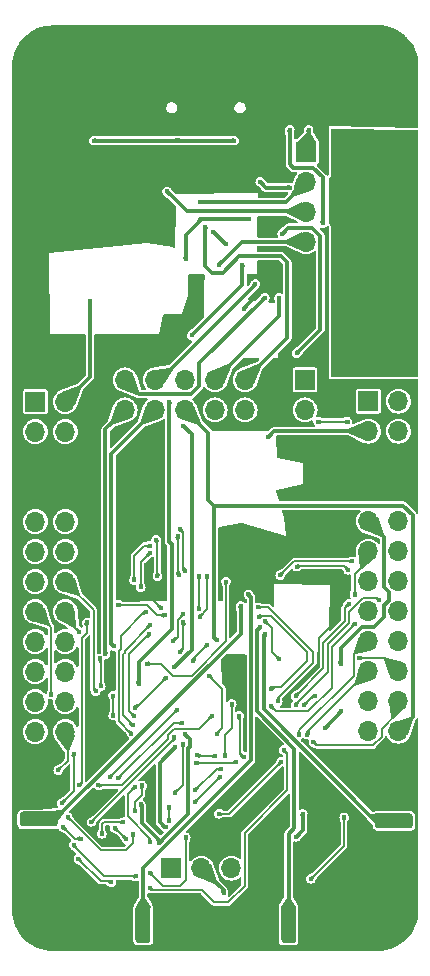
<source format=gbr>
%TF.GenerationSoftware,KiCad,Pcbnew,8.0.3*%
%TF.CreationDate,2024-07-17T15:49:10+08:00*%
%TF.ProjectId,STM32G431C8T6,53544d33-3247-4343-9331-433854362e6b,rev?*%
%TF.SameCoordinates,PXb5c5340PY81b3200*%
%TF.FileFunction,Copper,L2,Bot*%
%TF.FilePolarity,Positive*%
%FSLAX45Y45*%
G04 Gerber Fmt 4.5, Leading zero omitted, Abs format (unit mm)*
G04 Created by KiCad (PCBNEW 8.0.3) date 2024-07-17 15:49:10*
%MOMM*%
%LPD*%
G01*
G04 APERTURE LIST*
G04 Aperture macros list*
%AMRoundRect*
0 Rectangle with rounded corners*
0 $1 Rounding radius*
0 $2 $3 $4 $5 $6 $7 $8 $9 X,Y pos of 4 corners*
0 Add a 4 corners polygon primitive as box body*
4,1,4,$2,$3,$4,$5,$6,$7,$8,$9,$2,$3,0*
0 Add four circle primitives for the rounded corners*
1,1,$1+$1,$2,$3*
1,1,$1+$1,$4,$5*
1,1,$1+$1,$6,$7*
1,1,$1+$1,$8,$9*
0 Add four rect primitives between the rounded corners*
20,1,$1+$1,$2,$3,$4,$5,0*
20,1,$1+$1,$4,$5,$6,$7,0*
20,1,$1+$1,$6,$7,$8,$9,0*
20,1,$1+$1,$8,$9,$2,$3,0*%
G04 Aperture macros list end*
%TA.AperFunction,ComponentPad*%
%ADD10O,1.000000X2.100000*%
%TD*%
%TA.AperFunction,ComponentPad*%
%ADD11O,1.000000X1.800000*%
%TD*%
%TA.AperFunction,ComponentPad*%
%ADD12C,6.400000*%
%TD*%
%TA.AperFunction,ComponentPad*%
%ADD13R,1.700000X1.700000*%
%TD*%
%TA.AperFunction,ComponentPad*%
%ADD14O,1.700000X1.700000*%
%TD*%
%TA.AperFunction,SMDPad,CuDef*%
%ADD15RoundRect,0.250000X0.385000X1.350000X-0.385000X1.350000X-0.385000X-1.350000X0.385000X-1.350000X0*%
%TD*%
%TA.AperFunction,SMDPad,CuDef*%
%ADD16RoundRect,0.250000X0.425000X1.600000X-0.425000X1.600000X-0.425000X-1.600000X0.425000X-1.600000X0*%
%TD*%
%TA.AperFunction,SMDPad,CuDef*%
%ADD17RoundRect,0.250000X1.350000X-0.385000X1.350000X0.385000X-1.350000X0.385000X-1.350000X-0.385000X0*%
%TD*%
%TA.AperFunction,SMDPad,CuDef*%
%ADD18RoundRect,0.250000X1.600000X-0.425000X1.600000X0.425000X-1.600000X0.425000X-1.600000X-0.425000X0*%
%TD*%
%TA.AperFunction,SMDPad,CuDef*%
%ADD19RoundRect,0.250000X-1.350000X0.385000X-1.350000X-0.385000X1.350000X-0.385000X1.350000X0.385000X0*%
%TD*%
%TA.AperFunction,SMDPad,CuDef*%
%ADD20RoundRect,0.250000X-1.600000X0.425000X-1.600000X-0.425000X1.600000X-0.425000X1.600000X0.425000X0*%
%TD*%
%TA.AperFunction,ViaPad*%
%ADD21C,0.400000*%
%TD*%
%TA.AperFunction,Conductor*%
%ADD22C,0.300000*%
%TD*%
%TA.AperFunction,Conductor*%
%ADD23C,0.150000*%
%TD*%
G04 APERTURE END LIST*
D10*
%TO.P,J1,S1,SHIELD*%
%TO.N,GND*%
X2102000Y7117500D03*
D11*
X2102000Y7535500D03*
D10*
X1238000Y7117500D03*
D11*
X1238000Y7535500D03*
%TD*%
D12*
%TO.P,,1*%
%TO.N,GND*%
X370000Y7530000D03*
%TD*%
D13*
%TO.P,J8,1,Pin_1*%
%TO.N,/MCU/PB7*%
X1378000Y730000D03*
D14*
%TO.P,J8,2,Pin_2*%
%TO.N,/MCU/PA15*%
X1632000Y730000D03*
%TO.P,J8,3,Pin_3*%
%TO.N,+3.3V*%
X1886000Y730000D03*
%TO.P,J8,4,Pin_4*%
%TO.N,GND*%
X2140000Y730000D03*
%TD*%
D12*
%TO.P,,1*%
%TO.N,GND*%
X3130000Y7530000D03*
%TD*%
D13*
%TO.P,J10,1,Pin_1*%
%TO.N,+3.3V*%
X3046000Y4684000D03*
D14*
%TO.P,J10,2,Pin_2*%
X3300000Y4684000D03*
%TO.P,J10,3,Pin_3*%
X3046000Y4430000D03*
%TO.P,J10,4,Pin_4*%
X3300000Y4430000D03*
%TO.P,J10,5,Pin_5*%
%TO.N,GND*%
X3046000Y4176000D03*
%TO.P,J10,6,Pin_6*%
X3300000Y4176000D03*
%TO.P,J10,7,Pin_7*%
X3046000Y3922000D03*
%TO.P,J10,8,Pin_8*%
X3300000Y3922000D03*
%TO.P,J10,9,Pin_9*%
%TO.N,/MCU/PB8*%
X3046000Y3668000D03*
%TO.P,J10,10,Pin_10*%
%TO.N,/MCU/PA8*%
X3300000Y3668000D03*
%TO.P,J10,11,Pin_11*%
%TO.N,/MCU/PB9*%
X3046000Y3414000D03*
%TO.P,J10,12,Pin_12*%
%TO.N,/MCU/PA11*%
X3300000Y3414000D03*
%TO.P,J10,13,Pin_13*%
%TO.N,/MCU/PB10*%
X3046000Y3160000D03*
%TO.P,J10,14,Pin_14*%
%TO.N,/MCU/PA12*%
X3300000Y3160000D03*
%TO.P,J10,15,Pin_15*%
%TO.N,/MCU/PB11*%
X3046000Y2906000D03*
%TO.P,J10,16,Pin_16*%
%TO.N,/MCU/PA15*%
X3300000Y2906000D03*
%TO.P,J10,17,Pin_17*%
%TO.N,/MCU/PB12*%
X3046000Y2652000D03*
%TO.P,J10,18,Pin_18*%
%TO.N,/MCU/PC13*%
X3300000Y2652000D03*
%TO.P,J10,19,Pin_19*%
%TO.N,/MCU/PB13*%
X3046000Y2398000D03*
%TO.P,J10,20,Pin_20*%
%TO.N,/MCU/PC14*%
X3300000Y2398000D03*
%TO.P,J10,21,Pin_21*%
%TO.N,/MCU/PB14*%
X3046000Y2144000D03*
%TO.P,J10,22,Pin_22*%
%TO.N,/MCU/PC15*%
X3300000Y2144000D03*
%TO.P,J10,23,Pin_23*%
%TO.N,/MCU/PB15*%
X3046000Y1890000D03*
%TO.P,J10,24,Pin_24*%
%TO.N,/MCU/RSET*%
X3300000Y1890000D03*
%TD*%
D12*
%TO.P,,1*%
%TO.N,GND*%
X3130000Y370000D03*
%TD*%
%TO.P,,1*%
%TO.N,GND*%
X370000Y370000D03*
%TD*%
D13*
%TO.P,J2,1,Pin_1*%
%TO.N,+5VL*%
X2510000Y4864000D03*
D14*
%TO.P,J2,2,Pin_2*%
X2510000Y4610000D03*
%TO.P,J2,3,Pin_3*%
%TO.N,GND*%
X2256000Y4864000D03*
%TO.P,J2,4,Pin_4*%
X2256000Y4610000D03*
%TO.P,J2,5,Pin_5*%
%TO.N,/Debuger/T_JTMS1*%
X2002000Y4864000D03*
%TO.P,J2,6,Pin_6*%
%TO.N,/Debuger/T_JTMS*%
X2002000Y4610000D03*
%TO.P,J2,7,Pin_7*%
%TO.N,/Debuger/T_JTCK1*%
X1748000Y4864000D03*
%TO.P,J2,8,Pin_8*%
%TO.N,/Debuger/T_JTCK*%
X1748000Y4610000D03*
%TO.P,J2,9,Pin_9*%
%TO.N,/Debuger/T_NRST1*%
X1494000Y4864000D03*
%TO.P,J2,10,Pin_10*%
%TO.N,/MCU/RSET*%
X1494000Y4610000D03*
%TO.P,J2,11,Pin_11*%
%TO.N,/Debuger/STLINK_TX1*%
X1240000Y4864000D03*
%TO.P,J2,12,Pin_12*%
%TO.N,/Debuger/USART2_TX*%
X1240000Y4610000D03*
%TO.P,J2,13,Pin_13*%
%TO.N,/Debuger/STLINK_RX1*%
X986000Y4864000D03*
%TO.P,J2,14,Pin_14*%
%TO.N,/Debuger/USART2_RX*%
X986000Y4610000D03*
%TD*%
D13*
%TO.P,J3,1,Pin_1*%
%TO.N,+3.3VFS*%
X2520000Y6796000D03*
D14*
%TO.P,J3,2,Pin_2*%
%TO.N,/Debuger/ST_SWDIO*%
X2520000Y6542000D03*
%TO.P,J3,3,Pin_3*%
%TO.N,/Debuger/ST_SWCLK*%
X2520000Y6288000D03*
%TO.P,J3,4,Pin_4*%
%TO.N,/Debuger/nrs*%
X2520000Y6034000D03*
%TO.P,J3,5,Pin_5*%
%TO.N,GND*%
X2520000Y5780000D03*
%TD*%
D13*
%TO.P,J9,1,Pin_1*%
%TO.N,+3.3VFS*%
X226000Y4680000D03*
D14*
%TO.P,J9,2,Pin_2*%
X480000Y4680000D03*
%TO.P,J9,3,Pin_3*%
X226000Y4426000D03*
%TO.P,J9,4,Pin_4*%
X480000Y4426000D03*
%TO.P,J9,5,Pin_5*%
%TO.N,GND*%
X226000Y4172000D03*
%TO.P,J9,6,Pin_6*%
X480000Y4172000D03*
%TO.P,J9,7,Pin_7*%
X226000Y3918000D03*
%TO.P,J9,8,Pin_8*%
X480000Y3918000D03*
%TO.P,J9,9,Pin_9*%
%TO.N,/MCU/PB0*%
X226000Y3664000D03*
%TO.P,J9,10,Pin_10*%
X480000Y3664000D03*
%TO.P,J9,11,Pin_11*%
%TO.N,/MCU/PB1*%
X226000Y3410000D03*
%TO.P,J9,12,Pin_12*%
X480000Y3410000D03*
%TO.P,J9,13,Pin_13*%
%TO.N,/MCU/PB2*%
X226000Y3156000D03*
%TO.P,J9,14,Pin_14*%
%TO.N,/MCU/PA2*%
X480000Y3156000D03*
%TO.P,J9,15,Pin_15*%
%TO.N,/MCU/PB3*%
X226000Y2902000D03*
%TO.P,J9,16,Pin_16*%
%TO.N,/MCU/PA3*%
X480000Y2902000D03*
%TO.P,J9,17,Pin_17*%
%TO.N,/MCU/PB4*%
X226000Y2648000D03*
%TO.P,J9,18,Pin_18*%
X480000Y2648000D03*
%TO.P,J9,19,Pin_19*%
%TO.N,/MCU/PB5*%
X226000Y2394000D03*
%TO.P,J9,20,Pin_20*%
X480000Y2394000D03*
%TO.P,J9,21,Pin_21*%
%TO.N,/MCU/PB6*%
X226000Y2140000D03*
%TO.P,J9,22,Pin_22*%
%TO.N,/MCU/PA6*%
X480000Y2140000D03*
%TO.P,J9,23,Pin_23*%
%TO.N,/MCU/PB7*%
X226000Y1886000D03*
%TO.P,J9,24,Pin_24*%
%TO.N,/MCU/PA7*%
X480000Y1886000D03*
%TD*%
D15*
%TO.P,J5,1,In*%
%TO.N,/MCU/PA1*%
X2370000Y256250D03*
D16*
%TO.P,J5,2,Ext*%
%TO.N,GND*%
X2652500Y281250D03*
X2087500Y281250D03*
%TD*%
D17*
%TO.P,J6,1,In*%
%TO.N,/MCU/PA4*%
X255000Y1142500D03*
D18*
%TO.P,J6,2,Ext*%
%TO.N,GND*%
X280000Y860000D03*
X280000Y1425000D03*
%TD*%
D19*
%TO.P,J4,1,In*%
%TO.N,/MCU/PA0*%
X3263750Y1130000D03*
D20*
%TO.P,J4,2,Ext*%
%TO.N,GND*%
X3238750Y1412500D03*
X3238750Y847500D03*
%TD*%
D15*
%TO.P,J7,1,In*%
%TO.N,/MCU/PA5*%
X1140000Y256250D03*
D16*
%TO.P,J7,2,Ext*%
%TO.N,GND*%
X1422500Y281250D03*
X857500Y281250D03*
%TD*%
D21*
%TO.N,GND*%
X990000Y3960000D03*
X140000Y5780000D03*
X1070000Y6370000D03*
X870000Y2360000D03*
X380000Y4930000D03*
X460000Y6640000D03*
X2070000Y3410000D03*
X120000Y6390000D03*
X260000Y7110000D03*
X2680000Y4640000D03*
X1010000Y3010000D03*
X1480000Y6770000D03*
X2340000Y2141820D03*
X2830000Y760000D03*
X2080000Y920000D03*
X2230000Y5610000D03*
X2030000Y3520000D03*
X2570000Y5010000D03*
X1880000Y180000D03*
X1320000Y5050000D03*
X670000Y2300000D03*
X3000000Y1640000D03*
X430000Y6770000D03*
X1140000Y6750000D03*
X2640000Y5050000D03*
X1920000Y3580000D03*
X580000Y5040000D03*
X1010000Y607500D03*
X870000Y2440000D03*
X1880000Y2200000D03*
X930000Y6100000D03*
X2340000Y5100000D03*
X2800000Y3610000D03*
X2032446Y6225000D03*
X2750000Y2900000D03*
X300000Y2520000D03*
X2570000Y5350000D03*
X2620000Y1470000D03*
X420000Y6550000D03*
X2700000Y4570000D03*
X310000Y2010000D03*
X280000Y1690000D03*
X170000Y4940000D03*
X2530000Y700000D03*
X2540000Y3220000D03*
X130000Y5610000D03*
X2640000Y3500000D03*
X180000Y6260000D03*
X2100000Y1280000D03*
X260000Y5290000D03*
X710000Y1290000D03*
X370000Y5170000D03*
X2500000Y1520000D03*
X840000Y1370000D03*
X2650000Y4970000D03*
X1500000Y5885000D03*
X160000Y7030000D03*
X140000Y5960000D03*
X1290000Y2930000D03*
X610000Y1160000D03*
X730000Y3750000D03*
X1900000Y1060000D03*
X750000Y6120000D03*
X1200000Y1360000D03*
X730000Y3600000D03*
X1990000Y5460000D03*
X410000Y2520000D03*
X360000Y3030000D03*
X1625783Y6226987D03*
X1060000Y3050000D03*
X150000Y6130000D03*
X630000Y3290000D03*
X1200000Y4050000D03*
X2520000Y840000D03*
X2540000Y7340000D03*
X2830000Y3740000D03*
X130000Y5330000D03*
X250000Y5080000D03*
X970000Y3060000D03*
X2130000Y1850000D03*
X2740000Y4780000D03*
X130000Y5240000D03*
X2440000Y5350000D03*
X1670000Y1040000D03*
X3300000Y1660000D03*
X150000Y2270000D03*
X1210000Y1480000D03*
X2660000Y5120000D03*
X2150000Y1730000D03*
X670000Y2360000D03*
X1780000Y970000D03*
X170000Y6800000D03*
X2320000Y5970000D03*
X1280000Y6620000D03*
X2640000Y5180000D03*
X410000Y2010000D03*
X860000Y1690000D03*
X2230000Y3480000D03*
X500000Y6230000D03*
X2710000Y1660000D03*
X2310000Y6220000D03*
X2760000Y1310000D03*
X1960000Y2120000D03*
X860000Y1880000D03*
X2580000Y5120000D03*
X200000Y1650000D03*
X2670000Y3220000D03*
X1650000Y300000D03*
X1960000Y6790000D03*
X2260000Y1060000D03*
X130000Y5040000D03*
X2280000Y6430000D03*
X270000Y5450000D03*
X170000Y6590000D03*
X2710000Y1030000D03*
X190000Y5160000D03*
X1850000Y6790000D03*
X730000Y3940000D03*
X2090000Y5570000D03*
%TO.N,AGND*%
X3000000Y5320000D03*
X3230000Y5770000D03*
X2920000Y6870000D03*
X3100000Y4950000D03*
X3230000Y4950000D03*
X3050000Y6860000D03*
X2870000Y6230000D03*
X3020000Y6220000D03*
%TO.N,+3.3VFS*%
X2540000Y6980000D03*
X690000Y5530000D03*
%TO.N,+3.3V*%
X2200000Y4380000D03*
%TO.N,/Debuger/nrs*%
X2660000Y6190000D03*
X1780000Y5840000D03*
X2380000Y6980000D03*
%TO.N,/MCU/RSET*%
X1760000Y2660000D03*
%TO.N,/MCU/PB11*%
X1160000Y2900000D03*
X1040000Y1870000D03*
%TO.N,/MCU/PB12*%
X2460000Y1860000D03*
X1200000Y2790000D03*
X1590000Y1620000D03*
X1925000Y1630000D03*
X1050000Y1940000D03*
%TO.N,/MCU/PB13*%
X1780000Y1190000D03*
X660000Y2810000D03*
X2308056Y1631944D03*
X600000Y1430000D03*
X2530000Y1860000D03*
X996498Y973502D03*
X900000Y1070000D03*
%TO.N,/MCU/PB14*%
X1190000Y2710000D03*
X1580000Y1290000D03*
X1597500Y1684486D03*
X2435000Y994326D03*
X1750000Y1680000D03*
X2490000Y1190000D03*
X1790000Y1500000D03*
X1060000Y2020000D03*
%TO.N,+5VP*%
X1430000Y6890000D03*
X1910000Y6890000D03*
X720000Y6890000D03*
%TO.N,/Debuger/STLINK_TX1*%
X2090000Y5680000D03*
%TO.N,/Debuger/STLINK_RX1*%
X2170000Y5560000D03*
%TO.N,/Debuger/T_NRST1*%
X2315000Y6100000D03*
X2440000Y5090000D03*
%TO.N,/Debuger/T_JTMS1*%
X1664038Y6162476D03*
%TO.N,/Debuger/USART2_RX*%
X820000Y2540000D03*
%TO.N,/Debuger/T_JTMS*%
X1400000Y2430659D03*
X1476141Y4476105D03*
%TO.N,/Debuger/USART2_TX*%
X890000Y2610000D03*
%TO.N,/Debuger/T_JTCK1*%
X2290000Y5560000D03*
X1731007Y6118713D03*
X1839038Y6010682D03*
%TO.N,/Debuger/T_JTCK*%
X1360000Y4679000D03*
X1100000Y2290000D03*
%TO.N,/Debuger/ST_SWCLK*%
X1340000Y6460000D03*
%TO.N,/Debuger/ST_SWDIO*%
X1620000Y6370000D03*
%TO.N,/MCU/PA0*%
X2170000Y2710000D03*
%TO.N,/MCU/PA1*%
X2130000Y2770000D03*
%TO.N,/MCU/PA4*%
X1965000Y2950000D03*
%TO.N,/MCU/PA5*%
X2030000Y3050000D03*
%TO.N,/MCU/PB7*%
X1275109Y944891D03*
X1496642Y1862500D03*
X1120000Y1270000D03*
%TO.N,/MCU/PA15*%
X1409665Y1751652D03*
X1330109Y1077673D03*
X1820000Y520000D03*
%TO.N,/MCU/PB2*%
X930000Y2960000D03*
X1320000Y2870000D03*
%TO.N,/MCU/PB1*%
X1438339Y3214092D03*
X1430000Y3540000D03*
X1200000Y3400000D03*
X1120000Y3110000D03*
%TO.N,/MCU/PB5*%
X1426930Y2068070D03*
X858180Y1501820D03*
%TO.N,/MCU/PB4*%
X1070000Y2090000D03*
X885000Y2021532D03*
X883609Y2191391D03*
X1330000Y2340000D03*
%TO.N,/MCU/PB3*%
X1400000Y1840000D03*
X610000Y980000D03*
X360000Y2200000D03*
X450000Y1280000D03*
X550000Y1700000D03*
X701412Y1121412D03*
X460000Y1080000D03*
%TO.N,/MCU/PA2*%
X1360000Y1245000D03*
X1070000Y1420000D03*
X1500500Y990500D03*
X1830000Y1680000D03*
X1800000Y1570000D03*
X2222500Y2250000D03*
X1200000Y950000D03*
X1200000Y690000D03*
X1580000Y1390000D03*
X1360000Y1130000D03*
X1890000Y2120000D03*
X737573Y2227573D03*
X2120000Y2860000D03*
%TO.N,/MCU/PA3*%
X1200000Y560000D03*
X2280000Y2141820D03*
X590000Y810000D03*
X1070000Y1210000D03*
X780000Y2270000D03*
X1950000Y2020000D03*
X2330000Y1730000D03*
X870000Y610000D03*
X770370Y2506282D03*
X2110000Y2940000D03*
X1990000Y1670000D03*
X970000Y1120000D03*
X790000Y1020000D03*
X600000Y2730000D03*
X1130000Y1430000D03*
%TO.N,/MCU/PB0*%
X1450000Y3600000D03*
X1200000Y3460000D03*
X1490000Y3250000D03*
X1061571Y3168955D03*
%TO.N,/MCU/PA6*%
X2288180Y2501820D03*
X1720000Y2020000D03*
X2500000Y2110000D03*
X760000Y1430000D03*
X2170000Y2820000D03*
X2590000Y2190000D03*
%TO.N,/MCU/PA7*%
X1050000Y1020000D03*
X1680000Y2620000D03*
X1477500Y1780000D03*
X1700000Y2360000D03*
X420000Y1560000D03*
X1562929Y2487071D03*
X1410000Y1370000D03*
X1760000Y1867500D03*
X500000Y1160000D03*
%TO.N,/MCU/PB6*%
X1470000Y1960000D03*
X930000Y1490000D03*
%TO.N,/MCU/PA8*%
X1480000Y2880000D03*
X1390000Y2650000D03*
X1610000Y2920000D03*
X1610000Y3200000D03*
%TO.N,/MCU/PA12*%
X1840000Y3155000D03*
X2439882Y3282367D03*
X2875000Y3255000D03*
X1168122Y2461878D03*
%TO.N,/MCU/PC13*%
X2430000Y2110000D03*
X3140000Y3000000D03*
%TO.N,/MCU/PB8*%
X2810000Y2460000D03*
X2680000Y1920000D03*
X2814962Y2059232D03*
%TO.N,/MCU/PC14*%
X2430000Y2190000D03*
X2970000Y2510167D03*
X2880000Y2970000D03*
%TO.N,/MCU/PB15*%
X2560000Y640000D03*
X550000Y930000D03*
X2840000Y1160000D03*
X1080000Y660000D03*
%TO.N,/MCU/PA11*%
X1450117Y2560000D03*
X1620000Y2860000D03*
X2300000Y3210000D03*
X1480000Y2810000D03*
X1680000Y3200000D03*
X2910000Y3330000D03*
%TO.N,/MCU/PB9*%
X2930000Y3042367D03*
X2930000Y2800000D03*
X2222500Y2100000D03*
%TO.N,/MCU/PC15*%
X2580000Y1800000D03*
%TO.N,/MCU/PB10*%
X2620000Y4510000D03*
X1250000Y3510000D03*
X1260000Y3200000D03*
X2870000Y4510000D03*
%TO.N,/Debuger/AIN*%
X1980000Y5840000D03*
X1550000Y5240000D03*
%TO.N,/Debuger/T_SWDIOIN*%
X2378038Y6491962D03*
X2130000Y6540000D03*
%TO.N,GND*%
X2230000Y5700000D03*
%TD*%
D22*
%TO.N,/MCU/RSET*%
X1690000Y4414000D02*
X1494000Y4610000D01*
X1690000Y3850000D02*
X1690000Y4414000D01*
X1740000Y3800000D02*
X1690000Y3850000D01*
X1750000Y3800000D02*
X1740000Y3800000D01*
%TO.N,GND*%
X1500000Y5885000D02*
X1500000Y6090362D01*
X1990000Y5460000D02*
X1990000Y5470000D01*
X1500000Y6090362D02*
X1639638Y6230000D01*
D23*
X2340000Y2150000D02*
X2332040Y2157960D01*
X1170000Y3050000D02*
X1060000Y3050000D01*
D22*
X1990000Y5470000D02*
X2090000Y5570000D01*
D23*
X2630000Y2680000D02*
X2760000Y2810000D01*
D22*
X1639638Y6230000D02*
X2027446Y6230000D01*
D23*
X2332040Y2172040D02*
X2630000Y2470000D01*
D22*
X2027446Y6230000D02*
X2032446Y6225000D01*
D23*
X1290000Y2930000D02*
X1170000Y3050000D01*
X2332040Y2157960D02*
X2332040Y2172040D01*
X2340000Y2141820D02*
X2340000Y2150000D01*
X2630000Y2470000D02*
X2630000Y2680000D01*
D22*
%TO.N,+3.3VFS*%
X2540000Y6980000D02*
X2540000Y6816000D01*
X2540000Y6816000D02*
X2520000Y6796000D01*
X480000Y4680000D02*
X690000Y4890000D01*
X690000Y4890000D02*
X690000Y5530000D01*
%TO.N,+3.3V*%
X2250000Y4430000D02*
X2200000Y4380000D01*
X3046000Y4430000D02*
X2250000Y4430000D01*
%TO.N,/Debuger/nrs*%
X2578000Y6662000D02*
X2660000Y6580000D01*
X1780000Y5840000D02*
X1974000Y6034000D01*
X2380000Y6690000D02*
X2408000Y6662000D01*
X2660000Y6580000D02*
X2660000Y6190000D01*
X1974000Y6034000D02*
X2520000Y6034000D01*
X2380000Y6980000D02*
X2380000Y6690000D01*
X2408000Y6662000D02*
X2578000Y6662000D01*
%TO.N,/MCU/RSET*%
X3340000Y3800000D02*
X1750000Y3800000D01*
X1740000Y3790000D02*
X1750000Y3800000D01*
X3420000Y3720000D02*
X3340000Y3800000D01*
X3300000Y1890000D02*
X3420000Y2010000D01*
X1740000Y2680000D02*
X1740000Y3790000D01*
X3420000Y2010000D02*
X3420000Y3720000D01*
X1760000Y2660000D02*
X1740000Y2680000D01*
D23*
%TO.N,/MCU/PB11*%
X1150000Y2900000D02*
X1160000Y2900000D01*
X932500Y1977500D02*
X932500Y2571183D01*
X1040000Y1870000D02*
X932500Y1977500D01*
X947500Y2586183D02*
X947500Y2697500D01*
X947500Y2697500D02*
X1150000Y2900000D01*
X932500Y2571183D02*
X947500Y2586183D01*
%TO.N,/MCU/PB12*%
X982500Y2555000D02*
X982500Y2572500D01*
X3032000Y2652000D02*
X3046000Y2652000D01*
X1050000Y1940000D02*
X967500Y2022500D01*
X982500Y2572500D02*
X1200000Y2790000D01*
X967500Y2022500D02*
X967500Y2540000D01*
X2920000Y2360000D02*
X2920000Y2540000D01*
X2920000Y2540000D02*
X3032000Y2652000D01*
X2460000Y1860000D02*
X2460000Y1900000D01*
X1915000Y1620000D02*
X1925000Y1630000D01*
X2460000Y1900000D02*
X2920000Y2360000D01*
X1590000Y1620000D02*
X1915000Y1620000D01*
X967500Y2540000D02*
X982500Y2555000D01*
%TO.N,/MCU/PB13*%
X2308056Y1631944D02*
X2308056Y1628056D01*
X620000Y1450000D02*
X620000Y2682825D01*
X900000Y1070000D02*
X996498Y973502D01*
X660000Y2722825D02*
X660000Y2810000D01*
X2308056Y1628056D02*
X1870000Y1190000D01*
X3046000Y2396000D02*
X3046000Y2398000D01*
X2530000Y1880000D02*
X3046000Y2396000D01*
X620000Y2682825D02*
X660000Y2722825D01*
X1870000Y1190000D02*
X1780000Y1190000D01*
X600000Y1430000D02*
X620000Y1450000D01*
X2530000Y1860000D02*
X2530000Y1880000D01*
D22*
%TO.N,/MCU/PB14*%
X2490000Y1190000D02*
X2490000Y1049326D01*
D23*
X1019749Y2539749D02*
X1190000Y2710000D01*
X1750000Y1680000D02*
X1601986Y1680000D01*
X1060000Y2020000D02*
X1019749Y2060251D01*
X1019749Y2060251D02*
X1019749Y2539749D01*
D22*
X2490000Y1049326D02*
X2435000Y994326D01*
D23*
X1601986Y1680000D02*
X1597500Y1684486D01*
X1580000Y1290000D02*
X1790000Y1500000D01*
D22*
%TO.N,+5VP*%
X1910000Y6890000D02*
X1430000Y6890000D01*
X1430000Y6890000D02*
X720000Y6890000D01*
%TO.N,/Debuger/STLINK_TX1*%
X1284000Y4864000D02*
X1240000Y4864000D01*
X2090000Y5670000D02*
X1284000Y4864000D01*
X2090000Y5680000D02*
X2090000Y5670000D01*
%TO.N,/Debuger/STLINK_RX1*%
X2170000Y5560000D02*
X1614000Y5004000D01*
X1543706Y4744000D02*
X1106000Y4744000D01*
X1106000Y4744000D02*
X986000Y4864000D01*
X1614000Y5004000D02*
X1614000Y4814294D01*
X1614000Y4814294D02*
X1543706Y4744000D01*
%TO.N,/Debuger/T_NRST1*%
X2640000Y5290000D02*
X2640000Y6083706D01*
X2569706Y6154000D02*
X2369000Y6154000D01*
X2369000Y6154000D02*
X2315000Y6100000D01*
X2640000Y6083706D02*
X2569706Y6154000D01*
X2440000Y5090000D02*
X2640000Y5290000D01*
%TO.N,/Debuger/T_JTMS1*%
X1951005Y5910000D02*
X2310000Y5910000D01*
X1664038Y5825962D02*
X1720000Y5770000D01*
X2310000Y5910000D02*
X2360000Y5860000D01*
X1720000Y5770000D02*
X1811005Y5770000D01*
X2360000Y5860000D02*
X2360000Y5222000D01*
X1811005Y5770000D02*
X1951005Y5910000D01*
X2360000Y5222000D02*
X2002000Y4864000D01*
X1664038Y6162476D02*
X1664038Y5825962D01*
%TO.N,/Debuger/USART2_RX*%
X820000Y2540000D02*
X820000Y4444000D01*
X820000Y4444000D02*
X986000Y4610000D01*
%TO.N,/Debuger/T_JTMS*%
X1550000Y2580659D02*
X1550000Y4402246D01*
X1400000Y2430659D02*
X1550000Y2580659D01*
X1550000Y4402246D02*
X1476141Y4476105D01*
%TO.N,/Debuger/USART2_TX*%
X870000Y4240000D02*
X1240000Y4610000D01*
X870000Y2630000D02*
X870000Y4240000D01*
X890000Y2610000D02*
X870000Y2630000D01*
%TO.N,/Debuger/T_JTCK1*%
X2290000Y5406000D02*
X1748000Y4864000D01*
X1839038Y6010682D02*
X1731007Y6118713D01*
X2290000Y5560000D02*
X2290000Y5406000D01*
%TO.N,/Debuger/T_JTCK*%
X1100000Y2290000D02*
X1100000Y2474387D01*
X1380000Y2754387D02*
X1380000Y3474497D01*
X1380000Y3474497D02*
X1360000Y3494497D01*
X1100000Y2474387D02*
X1380000Y2754387D01*
X1360000Y3494497D02*
X1360000Y4679000D01*
%TO.N,/Debuger/ST_SWCLK*%
X2518000Y6290000D02*
X2520000Y6288000D01*
X1510000Y6290000D02*
X2518000Y6290000D01*
X1340000Y6460000D02*
X1510000Y6290000D01*
%TO.N,/Debuger/ST_SWDIO*%
X2348000Y6370000D02*
X2520000Y6542000D01*
X1620000Y6370000D02*
X2348000Y6370000D01*
%TO.N,/MCU/PA0*%
X2160000Y2700000D02*
X2160000Y2073750D01*
X3103750Y1130000D02*
X3263750Y1130000D01*
X2170000Y2710000D02*
X2160000Y2700000D01*
X2160000Y2073750D02*
X3103750Y1130000D01*
%TO.N,/MCU/PA1*%
X2103436Y2059604D02*
X2420000Y1743039D01*
X2420000Y1743039D02*
X2420000Y1071250D01*
X2370000Y1021250D02*
X2370000Y256250D01*
X2130000Y2770000D02*
X2103436Y2743436D01*
X2420000Y1071250D02*
X2370000Y1021250D01*
X2103436Y2743436D02*
X2103436Y2059604D01*
%TO.N,/MCU/PA4*%
X1965000Y2715000D02*
X392500Y1142500D01*
X392500Y1142500D02*
X255000Y1142500D01*
X1965000Y2950000D02*
X1965000Y2715000D01*
%TO.N,/MCU/PA5*%
X2050000Y3030000D02*
X2030000Y3050000D01*
X1140000Y732000D02*
X2050000Y1642000D01*
X1140000Y256250D02*
X1140000Y732000D01*
X2050000Y1642000D02*
X2050000Y3030000D01*
%TO.N,/MCU/PB7*%
X1275109Y944891D02*
X1275109Y964995D01*
X1275109Y944891D02*
X1520000Y1189782D01*
X1520000Y1744718D02*
X1532500Y1757218D01*
X1125000Y1265000D02*
X1120000Y1270000D01*
X1532500Y1826642D02*
X1496642Y1862500D01*
X1520000Y1189782D02*
X1520000Y1744718D01*
X1532500Y1757218D02*
X1532500Y1826642D01*
X1125000Y1115104D02*
X1125000Y1265000D01*
X1275109Y964995D02*
X1125000Y1115104D01*
%TO.N,/MCU/PA15*%
X1280000Y1120000D02*
X1280000Y1621987D01*
X1820000Y542000D02*
X1632000Y730000D01*
X1330109Y1077673D02*
X1322327Y1077673D01*
X1820000Y520000D02*
X1820000Y542000D01*
X1322327Y1077673D02*
X1280000Y1120000D01*
X1280000Y1621987D02*
X1409665Y1751652D01*
D23*
%TO.N,/MCU/PB2*%
X935000Y2955000D02*
X930000Y2960000D01*
X1175000Y2955000D02*
X935000Y2955000D01*
X1320000Y2870000D02*
X1260000Y2870000D01*
X1260000Y2870000D02*
X1175000Y2955000D01*
%TO.N,/MCU/PB1*%
X1432500Y3537500D02*
X1432500Y3219931D01*
X1200000Y3400000D02*
X1120000Y3320000D01*
X1432500Y3219931D02*
X1438339Y3214092D01*
X1120000Y3320000D02*
X1120000Y3110000D01*
X1430000Y3540000D02*
X1432500Y3537500D01*
%TO.N,/MCU/PB5*%
X858180Y1501820D02*
X858180Y1501820D01*
X1424430Y2068070D02*
X1426930Y2068070D01*
X858180Y1501820D02*
X1424430Y2068070D01*
%TO.N,/MCU/PB4*%
X885000Y2190000D02*
X885000Y2021532D01*
X1070000Y2090000D02*
X1080000Y2090000D01*
X1080000Y2090000D02*
X1330000Y2340000D01*
X883609Y2191391D02*
X885000Y2190000D01*
%TO.N,/MCU/PB3*%
X360000Y2768000D02*
X226000Y2902000D01*
X1400000Y1820000D02*
X1400000Y1840000D01*
X701412Y1121412D02*
X1400000Y1820000D01*
X550000Y1700000D02*
X550000Y1380000D01*
X550000Y1380000D02*
X450000Y1280000D01*
X360000Y2200000D02*
X360000Y2768000D01*
X610000Y980000D02*
X560000Y980000D01*
X560000Y980000D02*
X460000Y1080000D01*
%TO.N,/MCU/PA2*%
X1453000Y580000D02*
X1310000Y580000D01*
X2310000Y2260000D02*
X2212500Y2260000D01*
X1360000Y1245000D02*
X1360000Y1130000D01*
X1760000Y1570000D02*
X1580000Y1390000D01*
X1070000Y1420000D02*
X1008640Y1358640D01*
X1890000Y2120000D02*
X1890000Y1920000D01*
X2530000Y2480000D02*
X2310000Y2260000D01*
X1500500Y990500D02*
X1500500Y627500D01*
X1310000Y580000D02*
X1200000Y690000D01*
X737573Y2227573D02*
X720000Y2245147D01*
X1008640Y1358640D02*
X1008640Y1171360D01*
X720000Y2245147D02*
X720000Y2916000D01*
X2530000Y2560000D02*
X2530000Y2480000D01*
X720000Y2916000D02*
X480000Y3156000D01*
X2120000Y2860000D02*
X2127500Y2867500D01*
X2222500Y2867500D02*
X2530000Y2560000D01*
X1890000Y1920000D02*
X1830000Y1860000D01*
X1800000Y1570000D02*
X1760000Y1570000D01*
X2127500Y2867500D02*
X2222500Y2867500D01*
X1830000Y1860000D02*
X1830000Y1680000D01*
X1500500Y627500D02*
X1453000Y580000D01*
X1008640Y1171360D02*
X1200000Y980000D01*
X2212500Y2260000D02*
X2222500Y2250000D01*
X1200000Y980000D02*
X1200000Y950000D01*
%TO.N,/MCU/PA3*%
X1215000Y545000D02*
X1200000Y560000D01*
X2330000Y1730000D02*
X2360000Y1700000D01*
X870000Y610000D02*
X860000Y620000D01*
X1130000Y1430000D02*
X1130000Y1350000D01*
X600000Y2730000D02*
X480000Y2850000D01*
X1860000Y440000D02*
X1740000Y440000D01*
X810000Y1120000D02*
X790000Y1100000D01*
X2580000Y2470000D02*
X2280000Y2170000D01*
X480000Y2850000D02*
X480000Y2902000D01*
X1998500Y1028500D02*
X1998500Y578500D01*
X2110000Y2940000D02*
X2200000Y2940000D01*
X2200000Y2940000D02*
X2580000Y2560000D01*
X1960000Y2010000D02*
X1950000Y2020000D01*
X1990000Y1670000D02*
X1960000Y1700000D01*
X860000Y620000D02*
X780000Y620000D01*
X1635000Y545000D02*
X1215000Y545000D01*
X770370Y2506282D02*
X780000Y2496652D01*
X2360000Y1390000D02*
X1998500Y1028500D01*
X780000Y2496652D02*
X780000Y2270000D01*
X1740000Y440000D02*
X1635000Y545000D01*
X2360000Y1700000D02*
X2360000Y1390000D01*
X1998500Y578500D02*
X1860000Y440000D01*
X780000Y620000D02*
X590000Y810000D01*
X2580000Y2560000D02*
X2580000Y2470000D01*
X1960000Y1700000D02*
X1960000Y2010000D01*
X2280000Y2170000D02*
X2280000Y2141820D01*
X1130000Y1350000D02*
X1070000Y1290000D01*
X1070000Y1290000D02*
X1070000Y1210000D01*
X970000Y1120000D02*
X810000Y1120000D01*
X790000Y1100000D02*
X790000Y1020000D01*
%TO.N,/MCU/PB0*%
X1480000Y3570000D02*
X1450000Y3600000D01*
X1146360Y3460000D02*
X1200000Y3460000D01*
X1061571Y3168955D02*
X1061571Y3375211D01*
X1490000Y3250000D02*
X1480000Y3260000D01*
X1480000Y3260000D02*
X1480000Y3570000D01*
X1061571Y3375211D02*
X1146360Y3460000D01*
%TO.N,/MCU/PA6*%
X2580000Y2190000D02*
X2590000Y2190000D01*
X2170000Y2820000D02*
X2230000Y2760000D01*
X2230000Y2760000D02*
X2230000Y2560000D01*
X1610000Y1910000D02*
X1720000Y2020000D01*
X760000Y1430000D02*
X960000Y1430000D01*
X1350000Y1820000D02*
X1350000Y1860000D01*
X2230000Y2560000D02*
X2288180Y2501820D01*
X2500000Y2110000D02*
X2580000Y2190000D01*
X1400000Y1910000D02*
X1610000Y1910000D01*
X1350000Y1860000D02*
X1400000Y1910000D01*
X960000Y1430000D02*
X1350000Y1820000D01*
%TO.N,/MCU/PA7*%
X1562929Y2502929D02*
X1680000Y2620000D01*
X1477500Y1780000D02*
X1477500Y1437500D01*
X1050000Y1020000D02*
X1050000Y940000D01*
X1477500Y1437500D02*
X1410000Y1370000D01*
X1562929Y2487071D02*
X1562929Y2502929D01*
X420000Y1560000D02*
X501173Y1641173D01*
X991245Y881245D02*
X778754Y881245D01*
X1760000Y1867500D02*
X1810000Y1917500D01*
X1050000Y940000D02*
X991245Y881245D01*
X778754Y881245D02*
X500000Y1160000D01*
X1810000Y1917500D02*
X1810000Y2250000D01*
X501173Y1864827D02*
X480000Y1886000D01*
X501173Y1641173D02*
X501173Y1864827D01*
X1810000Y2250000D02*
X1700000Y2360000D01*
%TO.N,/MCU/PB6*%
X1400000Y1960000D02*
X1470000Y1960000D01*
X930000Y1490000D02*
X1400000Y1960000D01*
%TO.N,/MCU/PA8*%
X1610000Y2920000D02*
X1610000Y3200000D01*
X1430000Y2830000D02*
X1480000Y2880000D01*
X1390000Y2650000D02*
X1430000Y2690000D01*
X1430000Y2690000D02*
X1430000Y2830000D01*
%TO.N,/MCU/PA12*%
X2875000Y3255000D02*
X2840000Y3290000D01*
X1549896Y2360000D02*
X1840000Y2650104D01*
X1840000Y2650104D02*
X1840000Y3155000D01*
X1390000Y2360000D02*
X1549896Y2360000D01*
X2447516Y3290000D02*
X2439882Y3282367D01*
X1168122Y2461878D02*
X1288122Y2461878D01*
X1288122Y2461878D02*
X1390000Y2360000D01*
X2840000Y3290000D02*
X2447516Y3290000D01*
%TO.N,/MCU/PC13*%
X3121500Y3018500D02*
X3140000Y3000000D01*
X2999401Y3018500D02*
X3121500Y3018500D01*
X2880000Y2804497D02*
X2880000Y2899099D01*
X2430000Y2110000D02*
X2430000Y2120000D01*
X2430000Y2120000D02*
X2700000Y2390000D01*
X2700000Y2624498D02*
X2720503Y2645000D01*
X2700000Y2390000D02*
X2700000Y2624498D01*
X2720503Y2645000D02*
X2880000Y2804497D01*
X2880000Y2899099D02*
X2999401Y3018500D01*
D22*
%TO.N,/MCU/PB8*%
X3180000Y3534000D02*
X3046000Y3668000D01*
X2810000Y2590000D02*
X2992000Y2772000D01*
X2810000Y2460000D02*
X2810000Y2590000D01*
X3220000Y3070294D02*
X3180000Y3110294D01*
X3180000Y3110294D02*
X3180000Y3534000D01*
X2814962Y2054962D02*
X2814962Y2059232D01*
X3220000Y2995706D02*
X3220000Y3070294D01*
X3092000Y2772000D02*
X3180000Y2860000D01*
X2680000Y1920000D02*
X2814962Y2054962D01*
X3180000Y2955706D02*
X3220000Y2995706D01*
X3180000Y2860000D02*
X3180000Y2955706D01*
X2992000Y2772000D02*
X3092000Y2772000D01*
D23*
%TO.N,/MCU/PC14*%
X2665000Y2638995D02*
X2665000Y2425000D01*
X2665000Y2425000D02*
X2430000Y2190000D01*
X3187500Y2510500D02*
X3300000Y2398000D01*
X2845000Y2935000D02*
X2845000Y2818995D01*
X2970000Y2510167D02*
X2970333Y2510500D01*
X2970333Y2510500D02*
X3187500Y2510500D01*
X2845000Y2818995D02*
X2665000Y2638995D01*
X2880000Y2970000D02*
X2845000Y2935000D01*
%TO.N,/MCU/PB15*%
X810000Y660000D02*
X550000Y920000D01*
X2840000Y1160000D02*
X2840000Y920000D01*
X550000Y920000D02*
X550000Y930000D01*
X2840000Y920000D02*
X2560000Y640000D01*
X1080000Y660000D02*
X810000Y660000D01*
%TO.N,/MCU/PA11*%
X2420000Y3330000D02*
X2910000Y3330000D01*
X1480000Y2589883D02*
X1480000Y2810000D01*
X1680000Y2920000D02*
X1680000Y3200000D01*
X1450117Y2560000D02*
X1480000Y2589883D01*
X1620000Y2860000D02*
X1680000Y2920000D01*
X2300000Y3210000D02*
X2420000Y3330000D01*
%TO.N,/MCU/PB9*%
X2735000Y2257959D02*
X2537041Y2060000D01*
X2537041Y2060000D02*
X2262500Y2060000D01*
X2735000Y2605000D02*
X2735000Y2257959D01*
X2930000Y2800000D02*
X2735000Y2605000D01*
X3046000Y3332360D02*
X3046000Y3414000D01*
X2262500Y2060000D02*
X2222500Y2100000D01*
X2930000Y3216360D02*
X3046000Y3332360D01*
X2930000Y3042367D02*
X2930000Y3216360D01*
%TO.N,/MCU/PC15*%
X3158500Y1843401D02*
X3085099Y1770000D01*
X3300000Y2144000D02*
X3300000Y2050000D01*
X2610000Y1770000D02*
X2580000Y1800000D01*
X3158500Y1908500D02*
X3158500Y1843401D01*
X3085099Y1770000D02*
X2610000Y1770000D01*
X3300000Y2050000D02*
X3158500Y1908500D01*
%TO.N,/MCU/PB10*%
X1260000Y3500000D02*
X1250000Y3510000D01*
X2870000Y4510000D02*
X2620000Y4510000D01*
X1260000Y3200000D02*
X1260000Y3500000D01*
D22*
%TO.N,/Debuger/AIN*%
X1980000Y5840000D02*
X1980000Y5670000D01*
X1980000Y5670000D02*
X1550000Y5240000D01*
%TO.N,/Debuger/T_SWDIOIN*%
X2178038Y6491962D02*
X2378038Y6491962D01*
X2130000Y6540000D02*
X2178038Y6491962D01*
%TD*%
%TA.AperFunction,Conductor*%
%TO.N,AGND*%
G36*
X3459654Y6979713D02*
G01*
X3459656Y6979713D01*
X3459773Y6979716D01*
X3459790Y6979711D01*
X3459857Y6979710D01*
X3459857Y6979691D01*
X3465643Y6977989D01*
X3469376Y6973141D01*
X3469950Y6969820D01*
X3469950Y4900450D01*
X3468059Y4894631D01*
X3463109Y4891035D01*
X3460050Y4890550D01*
X2740450Y4890550D01*
X2734631Y4892441D01*
X2731035Y4897391D01*
X2730550Y4900450D01*
X2730550Y6159460D01*
X2729982Y6164257D01*
X2728903Y6168752D01*
X2728318Y6170742D01*
X2723452Y6178486D01*
X2723452Y6178486D01*
X2719126Y6182811D01*
X2719126Y6182812D01*
X2719126Y6182812D01*
X2716297Y6185173D01*
X2716297Y6185173D01*
X2716297Y6185174D01*
X2716297Y6185174D01*
X2716214Y6185207D01*
X2716145Y6185264D01*
X2715628Y6185573D01*
X2715677Y6185655D01*
X2711517Y6189128D01*
X2710000Y6194395D01*
X2710000Y6565666D01*
X2711891Y6571486D01*
X2714789Y6574076D01*
X2714788Y6574077D01*
X2714802Y6574087D01*
X2715015Y6574277D01*
X2715237Y6574404D01*
X2715238Y6574404D01*
X2720188Y6578000D01*
X2722963Y6580424D01*
X2727654Y6588275D01*
X2729544Y6594095D01*
X2730550Y6600445D01*
X2730550Y6979152D01*
X2732441Y6984971D01*
X2737391Y6988567D01*
X2740578Y6989051D01*
X3459654Y6979713D01*
G37*
%TD.AperFunction*%
%TD*%
%TA.AperFunction,Conductor*%
%TO.N,GND*%
G36*
X3124476Y7869938D02*
G01*
X3157630Y7868309D01*
X3158596Y7868214D01*
X3191195Y7863379D01*
X3192148Y7863189D01*
X3202311Y7860643D01*
X3224115Y7855182D01*
X3225043Y7854900D01*
X3256074Y7843797D01*
X3256969Y7843426D01*
X3286763Y7829335D01*
X3287617Y7828879D01*
X3315884Y7811936D01*
X3316692Y7811396D01*
X3343162Y7791765D01*
X3343913Y7791148D01*
X3356727Y7779534D01*
X3368331Y7769017D01*
X3369017Y7768331D01*
X3376262Y7760337D01*
X3391148Y7743913D01*
X3391765Y7743162D01*
X3411396Y7716692D01*
X3411936Y7715884D01*
X3428455Y7688324D01*
X3428878Y7687618D01*
X3429336Y7686761D01*
X3443426Y7656970D01*
X3443798Y7656073D01*
X3454900Y7625044D01*
X3455182Y7624114D01*
X3463189Y7592148D01*
X3463378Y7591195D01*
X3468214Y7558596D01*
X3468309Y7557629D01*
X3469938Y7524471D01*
X3469950Y7523985D01*
X3469950Y7010160D01*
X3468059Y7004341D01*
X3463109Y7000745D01*
X3459921Y7000261D01*
X2710000Y7010000D01*
X2710000Y6600445D01*
X2708109Y6594626D01*
X2703159Y6591029D01*
X2697041Y6591029D01*
X2692091Y6594626D01*
X2691526Y6595495D01*
X2688047Y6601521D01*
X2688047Y6601521D01*
X2612140Y6677428D01*
X2609363Y6682879D01*
X2610320Y6688923D01*
X2613640Y6692659D01*
X2619455Y6696545D01*
X2623887Y6703177D01*
X2625050Y6709025D01*
X2625050Y6882975D01*
X2625050Y6883077D01*
X2625023Y6883505D01*
X2625017Y6883740D01*
X2625017Y6883741D01*
X2624893Y6884628D01*
X2624720Y6885124D01*
X2624358Y6886451D01*
X2623887Y6888823D01*
X2623635Y6889200D01*
X2622518Y6891442D01*
X2622254Y6892199D01*
X2580647Y6962930D01*
X2579327Y6968905D01*
X2579356Y6969173D01*
X2580228Y6976143D01*
X2580344Y6977366D01*
X2580353Y6977505D01*
X2580357Y6977576D01*
X2580357Y6977577D01*
X2580392Y6978135D01*
X2580398Y6978135D01*
X2580472Y6979512D01*
X2580549Y6980000D01*
X2578565Y6992530D01*
X2572805Y7003834D01*
X2563834Y7012805D01*
X2563441Y7013006D01*
X2552531Y7018564D01*
X2552530Y7018565D01*
X2540000Y7020549D01*
X2527470Y7018565D01*
X2527469Y7018564D01*
X2516166Y7012805D01*
X2507195Y7003834D01*
X2501436Y6992531D01*
X2501435Y6992530D01*
X2499451Y6980000D01*
X2499451Y6980000D01*
X2499685Y6978523D01*
X2499781Y6976263D01*
X2499772Y6976143D01*
X2499952Y6974703D01*
X2498798Y6968694D01*
X2497313Y6966664D01*
X2437762Y6903846D01*
X2432509Y6900947D01*
X2426882Y6899828D01*
X2420806Y6900547D01*
X2416312Y6904700D01*
X2415050Y6909538D01*
X2415050Y6935462D01*
X2415459Y6937991D01*
X2415412Y6938001D01*
X2415519Y6938475D01*
X2415519Y6938475D01*
X2415519Y6938476D01*
X2420228Y6976143D01*
X2420344Y6977366D01*
X2420353Y6977505D01*
X2420357Y6977576D01*
X2420357Y6977577D01*
X2420392Y6978135D01*
X2420398Y6978135D01*
X2420472Y6979512D01*
X2420549Y6980000D01*
X2418565Y6992530D01*
X2412805Y7003834D01*
X2403834Y7012805D01*
X2403441Y7013006D01*
X2392531Y7018564D01*
X2392530Y7018565D01*
X2380000Y7020549D01*
X2367470Y7018565D01*
X2367469Y7018564D01*
X2356166Y7012805D01*
X2347195Y7003834D01*
X2341436Y6992531D01*
X2341435Y6992530D01*
X2339451Y6980000D01*
X2339451Y6980000D01*
X2339685Y6978523D01*
X2339781Y6976263D01*
X2339772Y6976143D01*
X2340957Y6966664D01*
X2343696Y6944754D01*
X2343696Y6944754D01*
X2344480Y6938477D01*
X2344481Y6938476D01*
X2344538Y6938285D01*
X2344950Y6935457D01*
X2344950Y6685385D01*
X2345450Y6683521D01*
X2345450Y6683521D01*
X2345450Y6683521D01*
X2347339Y6676471D01*
X2351953Y6668479D01*
X2386479Y6633953D01*
X2393727Y6629768D01*
X2394471Y6629339D01*
X2403386Y6626950D01*
X2432888Y6626950D01*
X2438707Y6625059D01*
X2442303Y6620109D01*
X2442303Y6613991D01*
X2440540Y6610769D01*
X2432232Y6600645D01*
X2432232Y6600645D01*
X2422477Y6582396D01*
X2422477Y6582395D01*
X2422343Y6581955D01*
X2421782Y6580518D01*
X2421764Y6580482D01*
X2405214Y6535492D01*
X2401430Y6530683D01*
X2395543Y6529017D01*
X2391428Y6530089D01*
X2390569Y6530526D01*
X2390569Y6530527D01*
X2390568Y6530527D01*
X2384303Y6531519D01*
X2378038Y6532511D01*
X2378038Y6532511D01*
X2376561Y6532277D01*
X2374301Y6532181D01*
X2374181Y6532190D01*
X2336514Y6527481D01*
X2336514Y6527481D01*
X2336513Y6527481D01*
X2336322Y6527424D01*
X2333495Y6527012D01*
X2196657Y6527012D01*
X2190838Y6528903D01*
X2189657Y6529912D01*
X2186277Y6533291D01*
X2184778Y6535369D01*
X2184737Y6535343D01*
X2184478Y6535754D01*
X2184478Y6535754D01*
X2163701Y6562467D01*
X2163023Y6563534D01*
X2162805Y6563833D01*
X2162805Y6563834D01*
X2162488Y6564151D01*
X2161674Y6565073D01*
X2161173Y6565718D01*
X2160394Y6566660D01*
X2160302Y6566764D01*
X2160297Y6566771D01*
X2160250Y6566823D01*
X2159374Y6567452D01*
X2158142Y6568497D01*
X2153834Y6572805D01*
X2153834Y6572805D01*
X2148286Y6575632D01*
X2142531Y6578564D01*
X2142530Y6578565D01*
X2130000Y6580549D01*
X2117470Y6578565D01*
X2117469Y6578564D01*
X2106166Y6572805D01*
X2097195Y6563834D01*
X2091435Y6552531D01*
X2091435Y6552530D01*
X2090746Y6548176D01*
X2089451Y6540000D01*
X2091433Y6527481D01*
X2091435Y6527470D01*
X2091435Y6527469D01*
X2094368Y6521714D01*
X2097195Y6516166D01*
X2097195Y6516166D01*
X2102413Y6510948D01*
X2102898Y6510427D01*
X2104282Y6508827D01*
X2104927Y6508326D01*
X2105849Y6507512D01*
X2106166Y6507195D01*
X2106167Y6507195D01*
X2106466Y6506977D01*
X2107533Y6506299D01*
X2134246Y6485522D01*
X2134246Y6485522D01*
X2134421Y6485427D01*
X2136712Y6483720D01*
X2147901Y6472531D01*
X2156517Y6463915D01*
X2162880Y6460241D01*
X2164509Y6459301D01*
X2173424Y6456912D01*
X2333500Y6456912D01*
X2336029Y6456503D01*
X2336039Y6456550D01*
X2336513Y6456443D01*
X2336513Y6456443D01*
X2336514Y6456443D01*
X2359415Y6453580D01*
X2364955Y6450982D01*
X2367910Y6445624D01*
X2367151Y6439553D01*
X2365188Y6436756D01*
X2336381Y6407950D01*
X2330930Y6405172D01*
X2329381Y6405050D01*
X2119393Y6405050D01*
X2113574Y6406941D01*
X2109978Y6411891D01*
X2109494Y6415093D01*
X2109665Y6426877D01*
X2110000Y6450000D01*
X2110000Y6450000D01*
X2060588Y6449284D01*
X1420000Y6440000D01*
X1420000Y6440000D01*
X1418235Y6439974D01*
X1416323Y6439003D01*
X1410281Y6439967D01*
X1407786Y6441783D01*
X1396277Y6453291D01*
X1394778Y6455369D01*
X1394737Y6455343D01*
X1394478Y6455754D01*
X1394478Y6455754D01*
X1373701Y6482467D01*
X1373023Y6483534D01*
X1372805Y6483833D01*
X1372805Y6483834D01*
X1372488Y6484151D01*
X1371674Y6485073D01*
X1371173Y6485718D01*
X1370394Y6486660D01*
X1370302Y6486764D01*
X1370297Y6486771D01*
X1370250Y6486823D01*
X1369374Y6487452D01*
X1368142Y6488497D01*
X1363834Y6492805D01*
X1363834Y6492805D01*
X1358286Y6495632D01*
X1352531Y6498564D01*
X1352530Y6498565D01*
X1340000Y6500549D01*
X1327470Y6498565D01*
X1327469Y6498564D01*
X1316166Y6492805D01*
X1307195Y6483834D01*
X1301436Y6472531D01*
X1301435Y6472530D01*
X1299489Y6460242D01*
X1299451Y6460000D01*
X1300763Y6451714D01*
X1301435Y6447470D01*
X1301436Y6447469D01*
X1303323Y6443766D01*
X1307195Y6436166D01*
X1307195Y6436166D01*
X1312413Y6430948D01*
X1312898Y6430427D01*
X1314282Y6428827D01*
X1314927Y6428326D01*
X1315849Y6427512D01*
X1316166Y6427195D01*
X1316167Y6427195D01*
X1316466Y6426977D01*
X1317533Y6426299D01*
X1344246Y6405522D01*
X1344246Y6405522D01*
X1344421Y6405427D01*
X1346712Y6403720D01*
X1415236Y6335196D01*
X1418013Y6329744D01*
X1418134Y6328031D01*
X1412477Y5988648D01*
X1410490Y5982862D01*
X1405481Y5979348D01*
X1399363Y5979450D01*
X1394474Y5983129D01*
X1394281Y5983414D01*
X1390000Y5990000D01*
X1390000Y5990000D01*
X1390000Y5990000D01*
X1170000Y6020000D01*
X1170000Y6020000D01*
X340000Y5940000D01*
X340000Y5940000D01*
X350000Y5250000D01*
X350000Y5250000D01*
X645050Y5250000D01*
X650869Y5248109D01*
X654466Y5243159D01*
X654950Y5240100D01*
X654950Y4908619D01*
X653059Y4902800D01*
X652050Y4901619D01*
X580924Y4830492D01*
X577341Y4828201D01*
X441515Y4778235D01*
X441108Y4778080D01*
X440594Y4777879D01*
X440583Y4777906D01*
X439747Y4777567D01*
X439605Y4777524D01*
X439604Y4777523D01*
X421355Y4767768D01*
X405359Y4754642D01*
X405358Y4754641D01*
X392232Y4738645D01*
X382477Y4720396D01*
X376470Y4700594D01*
X376470Y4700593D01*
X374442Y4680000D01*
X374442Y4680000D01*
X376470Y4659407D01*
X376470Y4659407D01*
X382477Y4639605D01*
X392232Y4621355D01*
X401550Y4610000D01*
X405359Y4605359D01*
X405359Y4605359D01*
X421355Y4592232D01*
X421355Y4592232D01*
X421355Y4592232D01*
X439605Y4582477D01*
X452907Y4578442D01*
X459406Y4576470D01*
X459407Y4576470D01*
X480000Y4574442D01*
X480000Y4574442D01*
X480000Y4574442D01*
X500593Y4576470D01*
X500593Y4576470D01*
X520395Y4582477D01*
X538645Y4592232D01*
X554641Y4605359D01*
X567769Y4621355D01*
X577523Y4639605D01*
X577657Y4640045D01*
X578220Y4641485D01*
X578236Y4641518D01*
X578236Y4641519D01*
X628201Y4777342D01*
X630492Y4780924D01*
X718047Y4868479D01*
X722661Y4876471D01*
X723259Y4878700D01*
X725050Y4885386D01*
X725050Y5240100D01*
X726941Y5245919D01*
X731891Y5249516D01*
X734950Y5250000D01*
X1270000Y5250000D01*
X1308204Y5412368D01*
X1311377Y5417599D01*
X1317020Y5419966D01*
X1317841Y5420000D01*
X1470000Y5420000D01*
X1520000Y5580000D01*
X1520000Y5750100D01*
X1521891Y5755919D01*
X1526841Y5759515D01*
X1529900Y5760000D01*
X1649922Y5760000D01*
X1655741Y5758109D01*
X1659337Y5753159D01*
X1659820Y5749923D01*
X1658146Y5656166D01*
X1653518Y5397012D01*
X1651524Y5391228D01*
X1650620Y5390188D01*
X1556709Y5296278D01*
X1554631Y5294778D01*
X1554657Y5294738D01*
X1554246Y5294478D01*
X1527532Y5273701D01*
X1526465Y5273023D01*
X1526165Y5272805D01*
X1525849Y5272488D01*
X1524929Y5271676D01*
X1524281Y5271172D01*
X1523333Y5270388D01*
X1523235Y5270302D01*
X1523235Y5270302D01*
X1523176Y5270250D01*
X1522547Y5269373D01*
X1521503Y5268142D01*
X1517195Y5263835D01*
X1517195Y5263834D01*
X1511435Y5252531D01*
X1511435Y5252530D01*
X1509451Y5240000D01*
X1509451Y5240000D01*
X1511435Y5227470D01*
X1511435Y5227469D01*
X1516573Y5217386D01*
X1517195Y5216166D01*
X1526166Y5207195D01*
X1537470Y5201435D01*
X1547973Y5199772D01*
X1553425Y5196994D01*
X1556203Y5191542D01*
X1555246Y5185499D01*
X1553425Y5182993D01*
X1360590Y4990158D01*
X1355138Y4987381D01*
X1355085Y4987372D01*
X1237888Y4969466D01*
X1237680Y4969417D01*
X1236387Y4969203D01*
X1219407Y4967530D01*
X1219407Y4967530D01*
X1199605Y4961523D01*
X1181355Y4951768D01*
X1165360Y4938642D01*
X1165359Y4938641D01*
X1152232Y4922645D01*
X1142477Y4904396D01*
X1136470Y4884594D01*
X1136470Y4884593D01*
X1134442Y4864000D01*
X1134442Y4864000D01*
X1136470Y4843407D01*
X1136470Y4843407D01*
X1142477Y4823605D01*
X1152232Y4805355D01*
X1160540Y4795231D01*
X1162770Y4789533D01*
X1161226Y4783613D01*
X1156496Y4779731D01*
X1152888Y4779050D01*
X1129022Y4779050D01*
X1123203Y4780941D01*
X1119607Y4785891D01*
X1119550Y4786073D01*
X1084568Y4901265D01*
X1084253Y4902219D01*
X1084030Y4902840D01*
X1084045Y4902845D01*
X1083817Y4903426D01*
X1083523Y4904395D01*
X1083523Y4904395D01*
X1083523Y4904395D01*
X1073769Y4922645D01*
X1066623Y4931352D01*
X1060641Y4938641D01*
X1060641Y4938641D01*
X1052535Y4945293D01*
X1044645Y4951768D01*
X1026395Y4961523D01*
X1006593Y4967530D01*
X1006593Y4967530D01*
X986000Y4969558D01*
X986000Y4969558D01*
X965407Y4967530D01*
X965406Y4967530D01*
X945604Y4961523D01*
X927355Y4951768D01*
X911359Y4938642D01*
X911358Y4938641D01*
X898232Y4922645D01*
X888477Y4904396D01*
X882470Y4884594D01*
X882470Y4884593D01*
X880442Y4864000D01*
X880442Y4864000D01*
X882470Y4843407D01*
X882470Y4843407D01*
X888477Y4823605D01*
X898232Y4805355D01*
X906540Y4795231D01*
X911359Y4789359D01*
X913153Y4787887D01*
X927355Y4776232D01*
X927355Y4776232D01*
X927355Y4776232D01*
X945605Y4766477D01*
X946015Y4766352D01*
X947467Y4765784D01*
X947488Y4765773D01*
X947489Y4765773D01*
X947489Y4765773D01*
X947489Y4765773D01*
X1087538Y4714023D01*
X1089056Y4713311D01*
X1092471Y4711339D01*
X1101386Y4708950D01*
X1167311Y4708950D01*
X1173130Y4707059D01*
X1176727Y4702109D01*
X1176727Y4695991D01*
X1173592Y4691397D01*
X1165360Y4684642D01*
X1165359Y4684641D01*
X1152232Y4668645D01*
X1142477Y4650396D01*
X1142476Y4650394D01*
X1142343Y4649954D01*
X1141782Y4648520D01*
X1141764Y4648482D01*
X1091799Y4512659D01*
X1089508Y4509076D01*
X871950Y4291519D01*
X866499Y4288741D01*
X860455Y4289698D01*
X856129Y4294025D01*
X855050Y4298519D01*
X855050Y4425381D01*
X856941Y4431200D01*
X857949Y4432381D01*
X885076Y4459508D01*
X888658Y4461799D01*
X1024481Y4511764D01*
X1024871Y4511912D01*
X1024914Y4511929D01*
X1024914Y4511929D01*
X1025389Y4512115D01*
X1025399Y4512089D01*
X1026242Y4512430D01*
X1026301Y4512448D01*
X1026395Y4512477D01*
X1044645Y4522232D01*
X1060641Y4535359D01*
X1073769Y4551355D01*
X1083523Y4569605D01*
X1089530Y4589407D01*
X1089530Y4589407D01*
X1091558Y4610000D01*
X1091558Y4610000D01*
X1089530Y4630593D01*
X1089530Y4630594D01*
X1086797Y4639605D01*
X1083523Y4650395D01*
X1073769Y4668645D01*
X1064450Y4680000D01*
X1061167Y4684000D01*
X1060641Y4684641D01*
X1046811Y4695991D01*
X1044645Y4697768D01*
X1026395Y4707523D01*
X1006593Y4713530D01*
X1006593Y4713530D01*
X986000Y4715558D01*
X986000Y4715558D01*
X965407Y4713530D01*
X965406Y4713530D01*
X945604Y4707523D01*
X927355Y4697768D01*
X911359Y4684642D01*
X911358Y4684641D01*
X898232Y4668645D01*
X888477Y4650396D01*
X888476Y4650394D01*
X888343Y4649954D01*
X887782Y4648520D01*
X887764Y4648482D01*
X837799Y4512659D01*
X835508Y4509076D01*
X791953Y4465521D01*
X788104Y4458854D01*
X787339Y4457529D01*
X787339Y4457529D01*
X787339Y4457529D01*
X785480Y4450594D01*
X784950Y4448614D01*
X784950Y2584539D01*
X784541Y2582009D01*
X784588Y2581999D01*
X784480Y2581524D01*
X781223Y2555464D01*
X778625Y2549924D01*
X773267Y2546970D01*
X771149Y2546935D01*
X771149Y2546832D01*
X770370Y2546832D01*
X758999Y2545031D01*
X752955Y2545988D01*
X748629Y2550314D01*
X747550Y2554809D01*
X747550Y2921480D01*
X743356Y2931606D01*
X743356Y2931606D01*
X743356Y2931606D01*
X625607Y3049355D01*
X623175Y3053349D01*
X578496Y3193556D01*
X578217Y3194370D01*
X578184Y3194461D01*
X578000Y3194966D01*
X578016Y3194972D01*
X577755Y3195630D01*
X577523Y3196395D01*
X567769Y3214645D01*
X567239Y3215291D01*
X554641Y3230640D01*
X554641Y3230641D01*
X552145Y3232689D01*
X538645Y3243768D01*
X520395Y3253523D01*
X500593Y3259530D01*
X500593Y3259530D01*
X480000Y3261558D01*
X480000Y3261558D01*
X459407Y3259530D01*
X459406Y3259530D01*
X439604Y3253523D01*
X421355Y3243768D01*
X405359Y3230641D01*
X405358Y3230640D01*
X392232Y3214645D01*
X382477Y3196395D01*
X376470Y3176593D01*
X376470Y3176593D01*
X374442Y3156000D01*
X374442Y3156000D01*
X376470Y3135407D01*
X376470Y3135407D01*
X382477Y3115605D01*
X392232Y3097355D01*
X401414Y3086166D01*
X405359Y3081359D01*
X405359Y3081359D01*
X421355Y3068232D01*
X421355Y3068232D01*
X421355Y3068231D01*
X436786Y3059984D01*
X439605Y3058477D01*
X441038Y3058042D01*
X442080Y3057661D01*
X442443Y3057505D01*
X442443Y3057505D01*
X442444Y3057504D01*
X582651Y3012825D01*
X586645Y3010393D01*
X689550Y2907488D01*
X692328Y2902036D01*
X692450Y2900488D01*
X692450Y2854570D01*
X690559Y2848751D01*
X685609Y2845155D01*
X679491Y2845155D01*
X678056Y2845749D01*
X676106Y2846743D01*
X672530Y2848565D01*
X660000Y2850549D01*
X647470Y2848565D01*
X647469Y2848564D01*
X636166Y2842805D01*
X627195Y2833834D01*
X621436Y2822531D01*
X621435Y2822530D01*
X619451Y2810000D01*
X621435Y2797470D01*
X621505Y2797334D01*
X622325Y2795087D01*
X622413Y2794709D01*
X627204Y2780593D01*
X627283Y2774475D01*
X623752Y2769479D01*
X617958Y2767512D01*
X613450Y2768533D01*
X598032Y2776137D01*
X593650Y2780407D01*
X592528Y2784432D01*
X585579Y2902111D01*
X585579Y2902112D01*
X585526Y2902467D01*
X585462Y2902974D01*
X585018Y2907488D01*
X584589Y2911845D01*
X583530Y2922593D01*
X583530Y2922593D01*
X580796Y2931606D01*
X577523Y2942395D01*
X567769Y2960645D01*
X565544Y2963356D01*
X554641Y2976640D01*
X554641Y2976641D01*
X552446Y2978443D01*
X538645Y2989768D01*
X520395Y2999523D01*
X500593Y3005530D01*
X500593Y3005530D01*
X480000Y3007558D01*
X480000Y3007558D01*
X459407Y3005530D01*
X459406Y3005530D01*
X439604Y2999523D01*
X421355Y2989768D01*
X405359Y2976641D01*
X405358Y2976640D01*
X392232Y2960645D01*
X382477Y2942395D01*
X376470Y2922593D01*
X376470Y2922593D01*
X374442Y2902000D01*
X374442Y2902000D01*
X376470Y2881407D01*
X376470Y2881407D01*
X382477Y2861605D01*
X392232Y2843355D01*
X405238Y2827507D01*
X405359Y2827359D01*
X421355Y2814231D01*
X436796Y2805978D01*
X437900Y2805291D01*
X438073Y2805167D01*
X466192Y2788910D01*
X490339Y2774950D01*
X497433Y2770848D01*
X501525Y2766299D01*
X502160Y2760213D01*
X499098Y2754916D01*
X493507Y2752431D01*
X491508Y2752425D01*
X480000Y2753558D01*
X480000Y2753558D01*
X459407Y2751530D01*
X459406Y2751530D01*
X439604Y2745523D01*
X421355Y2735768D01*
X405359Y2722642D01*
X405358Y2722640D01*
X405102Y2722328D01*
X399949Y2719030D01*
X393841Y2719391D01*
X389112Y2723273D01*
X387550Y2728609D01*
X387550Y2773480D01*
X384376Y2781142D01*
X383356Y2783606D01*
X371607Y2795355D01*
X369175Y2799349D01*
X343594Y2879624D01*
X324496Y2939556D01*
X324217Y2940370D01*
X324184Y2940461D01*
X324000Y2940966D01*
X324016Y2940972D01*
X323755Y2941630D01*
X323523Y2942395D01*
X313769Y2960645D01*
X311544Y2963356D01*
X300641Y2976640D01*
X300641Y2976641D01*
X298446Y2978443D01*
X284645Y2989768D01*
X266395Y2999523D01*
X246593Y3005530D01*
X246593Y3005530D01*
X226000Y3007558D01*
X226000Y3007558D01*
X205407Y3005530D01*
X205406Y3005530D01*
X185604Y2999523D01*
X167355Y2989768D01*
X151360Y2976641D01*
X151359Y2976640D01*
X138232Y2960645D01*
X128477Y2942395D01*
X122470Y2922593D01*
X122470Y2922593D01*
X120442Y2902000D01*
X120442Y2902000D01*
X122470Y2881407D01*
X122470Y2881407D01*
X128477Y2861605D01*
X138232Y2843355D01*
X151238Y2827507D01*
X151359Y2827359D01*
X151360Y2827359D01*
X167355Y2814232D01*
X167355Y2814232D01*
X167355Y2814231D01*
X178121Y2808477D01*
X185605Y2804477D01*
X187038Y2804042D01*
X188080Y2803661D01*
X188443Y2803505D01*
X188443Y2803505D01*
X188444Y2803504D01*
X325556Y2759812D01*
X330526Y2756244D01*
X332450Y2750435D01*
X332450Y2750379D01*
X332450Y2711217D01*
X330559Y2705398D01*
X325609Y2701802D01*
X319491Y2701802D01*
X314541Y2705398D01*
X313819Y2706550D01*
X313768Y2706645D01*
X313768Y2706645D01*
X300641Y2722641D01*
X300641Y2722641D01*
X295767Y2726641D01*
X284645Y2735768D01*
X266395Y2745523D01*
X246593Y2751530D01*
X246593Y2751530D01*
X226000Y2753558D01*
X226000Y2753558D01*
X205407Y2751530D01*
X205406Y2751530D01*
X185604Y2745523D01*
X167355Y2735768D01*
X151360Y2722642D01*
X151359Y2722641D01*
X138232Y2706645D01*
X128477Y2688396D01*
X122470Y2668594D01*
X122470Y2668593D01*
X120442Y2648000D01*
X120442Y2648000D01*
X122470Y2627407D01*
X122470Y2627407D01*
X128477Y2607605D01*
X138232Y2589355D01*
X148076Y2577360D01*
X151359Y2573359D01*
X151360Y2573359D01*
X167355Y2560232D01*
X167355Y2560232D01*
X167355Y2560232D01*
X185605Y2550477D01*
X197621Y2546832D01*
X205406Y2544470D01*
X205407Y2544470D01*
X226000Y2542442D01*
X226000Y2542442D01*
X226000Y2542442D01*
X246593Y2544470D01*
X246593Y2544470D01*
X247980Y2544891D01*
X266395Y2550477D01*
X284645Y2560232D01*
X300641Y2573359D01*
X313769Y2589355D01*
X313819Y2589449D01*
X313854Y2589483D01*
X314038Y2589759D01*
X314099Y2589719D01*
X318229Y2593690D01*
X324290Y2594529D01*
X329686Y2591644D01*
X332357Y2586139D01*
X332450Y2584783D01*
X332450Y2457217D01*
X330559Y2451398D01*
X325609Y2447802D01*
X319491Y2447802D01*
X314541Y2451398D01*
X313819Y2452550D01*
X313768Y2452645D01*
X313768Y2452645D01*
X300641Y2468641D01*
X300641Y2468641D01*
X297033Y2471602D01*
X284645Y2481768D01*
X266395Y2491523D01*
X246593Y2497530D01*
X246593Y2497530D01*
X226000Y2499558D01*
X226000Y2499558D01*
X205407Y2497530D01*
X205406Y2497530D01*
X185604Y2491523D01*
X167355Y2481768D01*
X151360Y2468642D01*
X151359Y2468641D01*
X138232Y2452645D01*
X128477Y2434396D01*
X122470Y2414594D01*
X122470Y2414593D01*
X120442Y2394000D01*
X120442Y2394000D01*
X122470Y2373407D01*
X122470Y2373407D01*
X128477Y2353605D01*
X138232Y2335355D01*
X148076Y2323360D01*
X151359Y2319359D01*
X151360Y2319359D01*
X167355Y2306232D01*
X167355Y2306232D01*
X167355Y2306232D01*
X185605Y2296477D01*
X195880Y2293360D01*
X205406Y2290470D01*
X205407Y2290470D01*
X226000Y2288442D01*
X226000Y2288442D01*
X226000Y2288442D01*
X246593Y2290470D01*
X246593Y2290470D01*
X246854Y2290549D01*
X266395Y2296477D01*
X284645Y2306232D01*
X300641Y2319359D01*
X313769Y2335355D01*
X313819Y2335449D01*
X313854Y2335483D01*
X314038Y2335759D01*
X314099Y2335719D01*
X318229Y2339690D01*
X324290Y2340529D01*
X329686Y2337644D01*
X332357Y2332139D01*
X332450Y2330783D01*
X332450Y2246500D01*
X331925Y2243318D01*
X322413Y2215291D01*
X322309Y2214860D01*
X322217Y2214883D01*
X321504Y2212664D01*
X321082Y2211837D01*
X320806Y2211978D01*
X318021Y2208146D01*
X312201Y2206257D01*
X306383Y2208149D01*
X304551Y2209876D01*
X300641Y2214641D01*
X300641Y2214641D01*
X297529Y2217195D01*
X284645Y2227768D01*
X266395Y2237523D01*
X246593Y2243530D01*
X246593Y2243530D01*
X226000Y2245558D01*
X226000Y2245558D01*
X205407Y2243530D01*
X205406Y2243530D01*
X185604Y2237523D01*
X167355Y2227768D01*
X151360Y2214642D01*
X151359Y2214641D01*
X138232Y2198645D01*
X128477Y2180396D01*
X122470Y2160594D01*
X122470Y2160593D01*
X120442Y2140000D01*
X120442Y2140000D01*
X122470Y2119407D01*
X122470Y2119407D01*
X128477Y2099605D01*
X138232Y2081355D01*
X149630Y2067465D01*
X151359Y2065359D01*
X151360Y2065359D01*
X167355Y2052232D01*
X167355Y2052232D01*
X167355Y2052231D01*
X185605Y2042477D01*
X198907Y2038442D01*
X205406Y2036470D01*
X205407Y2036470D01*
X226000Y2034442D01*
X226000Y2034442D01*
X226000Y2034442D01*
X246593Y2036470D01*
X246593Y2036470D01*
X247755Y2036822D01*
X266395Y2042477D01*
X284645Y2052231D01*
X300641Y2065359D01*
X313769Y2081355D01*
X323523Y2099605D01*
X329530Y2119407D01*
X329530Y2119407D01*
X331558Y2140000D01*
X331558Y2140000D01*
X330268Y2153099D01*
X331579Y2159075D01*
X336153Y2163139D01*
X342242Y2163739D01*
X344615Y2162890D01*
X347470Y2161435D01*
X360000Y2159451D01*
X363960Y2160078D01*
X370003Y2159121D01*
X374329Y2154795D01*
X375360Y2149330D01*
X374442Y2140001D01*
X374442Y2140000D01*
X376470Y2119407D01*
X376470Y2119407D01*
X382477Y2099605D01*
X392232Y2081355D01*
X403630Y2067465D01*
X405359Y2065359D01*
X405359Y2065359D01*
X421355Y2052232D01*
X421355Y2052232D01*
X421355Y2052231D01*
X439605Y2042477D01*
X452907Y2038442D01*
X459406Y2036470D01*
X459407Y2036470D01*
X480000Y2034442D01*
X480000Y2034442D01*
X480000Y2034442D01*
X500593Y2036470D01*
X500593Y2036470D01*
X501755Y2036822D01*
X520395Y2042477D01*
X538645Y2052231D01*
X554641Y2065359D01*
X567769Y2081355D01*
X573819Y2092675D01*
X578230Y2096915D01*
X584290Y2097754D01*
X589687Y2094869D01*
X592357Y2089364D01*
X592450Y2088008D01*
X592450Y1937992D01*
X590559Y1932173D01*
X585609Y1928577D01*
X579491Y1928577D01*
X574541Y1932173D01*
X573819Y1933325D01*
X570251Y1940000D01*
X567769Y1944645D01*
X565450Y1947470D01*
X557041Y1957716D01*
X554641Y1960641D01*
X549767Y1964641D01*
X538645Y1973768D01*
X520395Y1983523D01*
X500593Y1989530D01*
X500593Y1989530D01*
X480000Y1991558D01*
X480000Y1991558D01*
X459407Y1989530D01*
X459406Y1989530D01*
X439604Y1983523D01*
X421355Y1973768D01*
X405359Y1960641D01*
X405358Y1960640D01*
X392232Y1944645D01*
X382477Y1926395D01*
X376470Y1906593D01*
X376470Y1906593D01*
X374442Y1886000D01*
X374442Y1886000D01*
X376470Y1865407D01*
X376470Y1865407D01*
X382477Y1845605D01*
X392231Y1827355D01*
X402759Y1814527D01*
X403312Y1813718D01*
X403328Y1813729D01*
X403606Y1813330D01*
X403606Y1813330D01*
X470650Y1717292D01*
X471841Y1715585D01*
X473623Y1709918D01*
X473623Y1656686D01*
X471733Y1650867D01*
X470724Y1649685D01*
X433399Y1612361D01*
X430778Y1610483D01*
X404234Y1597390D01*
X404233Y1597390D01*
X402837Y1596357D01*
X401443Y1595494D01*
X396166Y1592805D01*
X387195Y1583834D01*
X381435Y1572531D01*
X381435Y1572530D01*
X379451Y1560000D01*
X379451Y1560000D01*
X381435Y1547470D01*
X381435Y1547469D01*
X386671Y1537195D01*
X387195Y1536166D01*
X396166Y1527195D01*
X407470Y1521435D01*
X420000Y1519451D01*
X432530Y1521435D01*
X443834Y1527195D01*
X452805Y1536166D01*
X455566Y1541586D01*
X456533Y1543117D01*
X457390Y1544234D01*
X470482Y1570778D01*
X472361Y1573399D01*
X505550Y1606588D01*
X511001Y1609366D01*
X517044Y1608409D01*
X521371Y1604082D01*
X522450Y1599588D01*
X522450Y1395512D01*
X520559Y1389693D01*
X519550Y1388512D01*
X463399Y1332361D01*
X460778Y1330483D01*
X434234Y1317390D01*
X434233Y1317390D01*
X432837Y1316357D01*
X431443Y1315494D01*
X426166Y1312805D01*
X417195Y1303834D01*
X411435Y1292531D01*
X411435Y1292530D01*
X409451Y1280000D01*
X409451Y1280000D01*
X411435Y1267470D01*
X411435Y1267469D01*
X412100Y1266166D01*
X417195Y1256166D01*
X418042Y1255319D01*
X420820Y1249867D01*
X419863Y1243824D01*
X415536Y1239498D01*
X411743Y1238443D01*
X244778Y1226589D01*
X243946Y1226512D01*
X243896Y1226507D01*
X243861Y1226503D01*
X243797Y1226496D01*
X243273Y1226377D01*
X243256Y1226453D01*
X240847Y1226050D01*
X114572Y1226050D01*
X111530Y1225765D01*
X111530Y1225765D01*
X98712Y1221279D01*
X87785Y1213216D01*
X87784Y1213215D01*
X79721Y1202288D01*
X75236Y1189470D01*
X75235Y1189470D01*
X74950Y1186428D01*
X74950Y1098573D01*
X75235Y1095531D01*
X75236Y1095530D01*
X79721Y1082712D01*
X87784Y1071786D01*
X87785Y1071785D01*
X87785Y1071785D01*
X87785Y1071785D01*
X87785Y1071785D01*
X98712Y1063721D01*
X98712Y1063721D01*
X98712Y1063721D01*
X111530Y1059235D01*
X114572Y1058950D01*
X114573Y1058950D01*
X114573Y1058950D01*
X395427Y1058950D01*
X395427Y1058950D01*
X398470Y1059235D01*
X411288Y1063721D01*
X411903Y1064046D01*
X417931Y1065093D01*
X423424Y1062397D01*
X425350Y1059788D01*
X427195Y1056166D01*
X436166Y1047195D01*
X441586Y1044433D01*
X443117Y1043467D01*
X444234Y1042610D01*
X444234Y1042610D01*
X444235Y1042610D01*
X452386Y1038589D01*
X452386Y1038589D01*
X470778Y1029518D01*
X473399Y1027639D01*
X525199Y975839D01*
X527977Y970387D01*
X527020Y964344D01*
X525199Y961838D01*
X517195Y953834D01*
X517195Y953834D01*
X511435Y942531D01*
X511435Y942530D01*
X509674Y931411D01*
X509451Y930000D01*
X510924Y920696D01*
X511435Y917470D01*
X511435Y917469D01*
X512938Y914520D01*
X517195Y906166D01*
X517195Y906166D01*
X523033Y900327D01*
X523418Y899920D01*
X524562Y898639D01*
X524657Y898568D01*
X525700Y897661D01*
X526166Y897195D01*
X526166Y897195D01*
X526361Y897096D01*
X527823Y896182D01*
X539679Y887250D01*
X539679Y887250D01*
X553809Y876605D01*
X553810Y876605D01*
X554146Y876392D01*
X554130Y876366D01*
X556188Y874851D01*
X571150Y859889D01*
X573927Y854437D01*
X572970Y848394D01*
X568644Y844068D01*
X566166Y842805D01*
X557195Y833834D01*
X551436Y822531D01*
X551435Y822530D01*
X549451Y810000D01*
X549451Y810000D01*
X551435Y797470D01*
X551436Y797469D01*
X556761Y787018D01*
X557195Y786166D01*
X566166Y777195D01*
X571586Y774433D01*
X573117Y773467D01*
X574234Y772610D01*
X574235Y772610D01*
X574235Y772610D01*
X582386Y768589D01*
X582386Y768589D01*
X600778Y759518D01*
X603399Y757639D01*
X764394Y596644D01*
X764394Y596644D01*
X764394Y596644D01*
X774520Y592450D01*
X774520Y592450D01*
X785480Y592450D01*
X822464Y592450D01*
X828283Y590559D01*
X842925Y579857D01*
X842925Y579857D01*
X842925Y579856D01*
X843255Y579653D01*
X843222Y579599D01*
X845212Y578148D01*
X846027Y577334D01*
X846166Y577195D01*
X857470Y571435D01*
X870000Y569451D01*
X882530Y571435D01*
X893834Y577195D01*
X902805Y586166D01*
X908565Y597470D01*
X910549Y610000D01*
X910249Y611894D01*
X908807Y621001D01*
X909764Y627045D01*
X914090Y631371D01*
X918585Y632450D01*
X1033501Y632450D01*
X1036682Y631925D01*
X1037157Y631764D01*
X1064709Y622413D01*
X1064710Y622413D01*
X1065141Y622309D01*
X1065117Y622212D01*
X1067337Y621503D01*
X1067470Y621435D01*
X1080000Y619451D01*
X1092530Y621435D01*
X1092530Y621436D01*
X1093300Y621557D01*
X1093347Y621260D01*
X1098107Y621261D01*
X1103058Y617666D01*
X1104950Y611847D01*
X1104950Y488915D01*
X1103575Y483882D01*
X1062667Y414586D01*
X1062108Y413741D01*
X1061221Y412538D01*
X1061220Y412538D01*
X1061114Y412233D01*
X1060480Y410798D01*
X1060270Y410410D01*
X1060188Y410244D01*
X1060025Y409905D01*
X1060025Y409904D01*
X1059700Y408416D01*
X1059372Y407256D01*
X1056735Y399720D01*
X1056450Y396677D01*
X1056450Y115823D01*
X1056735Y112781D01*
X1056736Y112780D01*
X1061221Y99962D01*
X1069285Y89036D01*
X1069285Y89035D01*
X1069285Y89035D01*
X1069285Y89035D01*
X1069286Y89035D01*
X1080212Y80971D01*
X1080212Y80971D01*
X1080212Y80971D01*
X1093030Y76485D01*
X1096073Y76200D01*
X1096073Y76200D01*
X1096073Y76200D01*
X1183927Y76200D01*
X1183927Y76200D01*
X1186970Y76485D01*
X1199788Y80971D01*
X1210715Y89035D01*
X1218779Y99962D01*
X1223265Y112780D01*
X1223550Y115823D01*
X1223550Y115823D01*
X1223550Y396677D01*
X1223550Y396677D01*
X1223265Y399719D01*
X1223265Y399720D01*
X1223265Y399720D01*
X1218779Y412538D01*
X1218779Y412538D01*
X1217891Y413741D01*
X1217332Y414587D01*
X1216117Y416644D01*
X1209791Y427361D01*
X1176425Y483882D01*
X1175050Y488914D01*
X1175050Y511845D01*
X1176941Y517664D01*
X1181891Y521260D01*
X1186653Y521260D01*
X1186700Y521557D01*
X1187470Y521435D01*
X1187470Y521435D01*
X1195679Y520135D01*
X1198216Y519733D01*
X1199310Y519496D01*
X1199562Y519426D01*
X1204289Y519077D01*
X1207347Y518350D01*
X1209520Y517450D01*
X1225905Y517450D01*
X1226635Y517423D01*
X1231014Y517099D01*
X1231769Y517057D01*
X1231855Y517054D01*
X1232947Y517250D01*
X1233191Y517294D01*
X1234942Y517450D01*
X1619488Y517450D01*
X1625307Y515559D01*
X1626488Y514550D01*
X1724394Y416644D01*
X1727359Y415416D01*
X1727360Y415416D01*
X1727360Y415416D01*
X1730417Y414150D01*
X1734520Y412450D01*
X1734520Y412450D01*
X1865480Y412450D01*
X1865480Y412450D01*
X1875606Y416644D01*
X1883356Y424394D01*
X1883356Y424394D01*
X2021856Y562894D01*
X2024572Y569451D01*
X2026050Y573020D01*
X2026050Y1012988D01*
X2027941Y1018807D01*
X2028949Y1019988D01*
X2368050Y1359088D01*
X2373501Y1361866D01*
X2379545Y1360909D01*
X2383871Y1356582D01*
X2384950Y1352088D01*
X2384950Y1089869D01*
X2383059Y1084050D01*
X2382050Y1082869D01*
X2341953Y1042771D01*
X2338188Y1036250D01*
X2338188Y1036250D01*
X2337339Y1034779D01*
X2337339Y1034779D01*
X2337339Y1034779D01*
X2335022Y1026133D01*
X2334950Y1025864D01*
X2334950Y488915D01*
X2333575Y483882D01*
X2292667Y414586D01*
X2292108Y413741D01*
X2291221Y412538D01*
X2291220Y412538D01*
X2291114Y412233D01*
X2290480Y410798D01*
X2290270Y410410D01*
X2290188Y410244D01*
X2290025Y409905D01*
X2290025Y409904D01*
X2289700Y408416D01*
X2289372Y407256D01*
X2286735Y399720D01*
X2286450Y396677D01*
X2286450Y115823D01*
X2286735Y112781D01*
X2286736Y112780D01*
X2291221Y99962D01*
X2299285Y89036D01*
X2299285Y89035D01*
X2299285Y89035D01*
X2299285Y89035D01*
X2299286Y89035D01*
X2310212Y80971D01*
X2310212Y80971D01*
X2310212Y80971D01*
X2323030Y76485D01*
X2326073Y76200D01*
X2326073Y76200D01*
X2326073Y76200D01*
X2413927Y76200D01*
X2413927Y76200D01*
X2416970Y76485D01*
X2429788Y80971D01*
X2440715Y89035D01*
X2448779Y99962D01*
X2453265Y112780D01*
X2453550Y115823D01*
X2453550Y115823D01*
X2453550Y396677D01*
X2453550Y396677D01*
X2453265Y399719D01*
X2453265Y399720D01*
X2453265Y399720D01*
X2448779Y412538D01*
X2448779Y412538D01*
X2447891Y413741D01*
X2447332Y414587D01*
X2446117Y416644D01*
X2439791Y427361D01*
X2406425Y483882D01*
X2405050Y488914D01*
X2405050Y640000D01*
X2519451Y640000D01*
X2520642Y632477D01*
X2521435Y627470D01*
X2521436Y627469D01*
X2524600Y621260D01*
X2527195Y616166D01*
X2536166Y607195D01*
X2547470Y601435D01*
X2560000Y599451D01*
X2572530Y601435D01*
X2583834Y607195D01*
X2592805Y616166D01*
X2595567Y621586D01*
X2596533Y623117D01*
X2597390Y624234D01*
X2610483Y650779D01*
X2612360Y653399D01*
X2863356Y904394D01*
X2865179Y908795D01*
X2867550Y914520D01*
X2867550Y1113501D01*
X2868075Y1116682D01*
X2868230Y1117137D01*
X2873836Y1133656D01*
X2877587Y1144709D01*
X2877691Y1145140D01*
X2877787Y1145116D01*
X2878497Y1147338D01*
X2878565Y1147470D01*
X2880549Y1160000D01*
X2878565Y1172530D01*
X2872805Y1183834D01*
X2863834Y1192805D01*
X2863441Y1193006D01*
X2852531Y1198565D01*
X2852530Y1198565D01*
X2840000Y1200549D01*
X2827470Y1198565D01*
X2827469Y1198565D01*
X2816166Y1192805D01*
X2807195Y1183834D01*
X2801435Y1172531D01*
X2801435Y1172530D01*
X2799756Y1161925D01*
X2799451Y1160000D01*
X2801435Y1147470D01*
X2801504Y1147334D01*
X2802325Y1145087D01*
X2802413Y1144709D01*
X2806667Y1132174D01*
X2811446Y1118094D01*
X2811925Y1116682D01*
X2812450Y1113501D01*
X2812450Y935512D01*
X2810559Y929693D01*
X2809550Y928512D01*
X2573399Y692361D01*
X2570778Y690483D01*
X2544234Y677390D01*
X2544234Y677390D01*
X2542837Y676357D01*
X2541443Y675494D01*
X2536166Y672805D01*
X2527195Y663834D01*
X2521436Y652531D01*
X2521435Y652530D01*
X2519804Y642232D01*
X2519451Y640000D01*
X2405050Y640000D01*
X2405050Y948482D01*
X2406941Y954301D01*
X2411891Y957897D01*
X2418009Y957897D01*
X2419444Y957303D01*
X2422470Y955762D01*
X2435000Y953777D01*
X2447530Y955762D01*
X2458834Y961521D01*
X2464054Y966741D01*
X2464572Y967223D01*
X2466173Y968608D01*
X2466674Y969253D01*
X2467488Y970175D01*
X2467805Y970492D01*
X2467805Y970492D01*
X2467805Y970493D01*
X2468023Y970792D01*
X2468701Y971859D01*
X2489478Y998572D01*
X2489573Y998747D01*
X2491280Y1001038D01*
X2518047Y1027805D01*
X2522661Y1035797D01*
X2523017Y1037123D01*
X2525050Y1044712D01*
X2525050Y1145462D01*
X2525459Y1147991D01*
X2525412Y1148001D01*
X2525519Y1148475D01*
X2525519Y1148476D01*
X2525519Y1148476D01*
X2530228Y1186143D01*
X2530344Y1187366D01*
X2530353Y1187505D01*
X2530357Y1187576D01*
X2530357Y1187577D01*
X2530392Y1188136D01*
X2530398Y1188135D01*
X2530472Y1189512D01*
X2530549Y1190000D01*
X2528565Y1202530D01*
X2522805Y1213834D01*
X2513834Y1222805D01*
X2506982Y1226296D01*
X2502531Y1228565D01*
X2502530Y1228565D01*
X2490000Y1230549D01*
X2477470Y1228565D01*
X2477469Y1228565D01*
X2469445Y1224476D01*
X2463401Y1223519D01*
X2457950Y1226296D01*
X2455172Y1231748D01*
X2455050Y1233297D01*
X2455050Y1705231D01*
X2456941Y1711050D01*
X2461891Y1714646D01*
X2468009Y1714646D01*
X2471950Y1712231D01*
X3031481Y1152701D01*
X3033090Y1150587D01*
X3033402Y1150038D01*
X3037503Y1145291D01*
X3081292Y1094601D01*
X3083665Y1088962D01*
X3083700Y1088129D01*
X3083700Y1086073D01*
X3083985Y1083031D01*
X3083985Y1083030D01*
X3088471Y1070212D01*
X3096534Y1059286D01*
X3096535Y1059285D01*
X3096535Y1059285D01*
X3096535Y1059285D01*
X3096535Y1059285D01*
X3107462Y1051221D01*
X3107462Y1051221D01*
X3107462Y1051221D01*
X3120280Y1046735D01*
X3123322Y1046450D01*
X3123323Y1046450D01*
X3123323Y1046450D01*
X3404177Y1046450D01*
X3404177Y1046450D01*
X3407220Y1046735D01*
X3420038Y1051221D01*
X3430965Y1059285D01*
X3439029Y1070212D01*
X3443515Y1083030D01*
X3443800Y1086073D01*
X3443800Y1086073D01*
X3443800Y1173927D01*
X3443800Y1173928D01*
X3443515Y1176970D01*
X3443515Y1176970D01*
X3439029Y1189788D01*
X3438873Y1190000D01*
X3430965Y1200715D01*
X3430965Y1200715D01*
X3430965Y1200715D01*
X3430965Y1200715D01*
X3430964Y1200716D01*
X3420038Y1208779D01*
X3407220Y1213265D01*
X3407219Y1213265D01*
X3404177Y1213550D01*
X3404177Y1213550D01*
X3133686Y1213550D01*
X3132178Y1213666D01*
X3131539Y1213764D01*
X3125663Y1213820D01*
X3125663Y1213820D01*
X3124269Y1213632D01*
X3123411Y1213554D01*
X3123324Y1213550D01*
X3120280Y1213265D01*
X3119692Y1213136D01*
X3119691Y1213141D01*
X3118491Y1212853D01*
X3081027Y1207803D01*
X3075007Y1208900D01*
X3072704Y1210614D01*
X2475112Y1808206D01*
X2472334Y1813658D01*
X2473291Y1819701D01*
X2477618Y1824027D01*
X2483834Y1827195D01*
X2488000Y1831361D01*
X2493451Y1834138D01*
X2499495Y1833181D01*
X2502000Y1831361D01*
X2506166Y1827195D01*
X2517470Y1821435D01*
X2530000Y1819451D01*
X2530779Y1819451D01*
X2530779Y1819135D01*
X2535436Y1818399D01*
X2539764Y1814074D01*
X2540723Y1808031D01*
X2540722Y1808028D01*
X2539804Y1802231D01*
X2539451Y1800000D01*
X2540642Y1792477D01*
X2541435Y1787470D01*
X2541436Y1787469D01*
X2542156Y1786055D01*
X2547195Y1776166D01*
X2556166Y1767195D01*
X2561586Y1764433D01*
X2563117Y1763467D01*
X2564234Y1762610D01*
X2572386Y1758589D01*
X2572386Y1758589D01*
X2590778Y1749517D01*
X2593399Y1747640D01*
X2594394Y1746644D01*
X2596901Y1745606D01*
X2596901Y1745606D01*
X2596901Y1745606D01*
X2599133Y1744682D01*
X2604520Y1742450D01*
X3090579Y1742450D01*
X3090579Y1742450D01*
X3100705Y1746644D01*
X3108455Y1754394D01*
X3108455Y1754394D01*
X3181856Y1827795D01*
X3184322Y1833750D01*
X3184386Y1833905D01*
X3185335Y1836196D01*
X3186050Y1837921D01*
X3186050Y1840814D01*
X3187941Y1846633D01*
X3192891Y1850229D01*
X3199009Y1850229D01*
X3203959Y1846633D01*
X3204681Y1845481D01*
X3207519Y1840171D01*
X3212232Y1831355D01*
X3222260Y1819135D01*
X3225359Y1815359D01*
X3225359Y1815359D01*
X3241355Y1802232D01*
X3241355Y1802232D01*
X3241355Y1802231D01*
X3259605Y1792477D01*
X3272791Y1788477D01*
X3279406Y1786470D01*
X3279407Y1786470D01*
X3300000Y1784442D01*
X3300000Y1784442D01*
X3300000Y1784442D01*
X3320593Y1786470D01*
X3320593Y1786470D01*
X3340395Y1792477D01*
X3358645Y1802231D01*
X3374641Y1815359D01*
X3387768Y1831355D01*
X3397523Y1849605D01*
X3397648Y1850016D01*
X3398217Y1851469D01*
X3398226Y1851487D01*
X3398227Y1851489D01*
X3449977Y1991539D01*
X3450689Y1993056D01*
X3451477Y1994419D01*
X3456024Y1998513D01*
X3462109Y1999152D01*
X3467408Y1996093D01*
X3469896Y1990503D01*
X3469950Y1989469D01*
X3469950Y375954D01*
X3469938Y375468D01*
X3468309Y342309D01*
X3468214Y341342D01*
X3463378Y308745D01*
X3463189Y307792D01*
X3455182Y275825D01*
X3454900Y274895D01*
X3443797Y243867D01*
X3443426Y242969D01*
X3429336Y213178D01*
X3428878Y212321D01*
X3411936Y184056D01*
X3411396Y183248D01*
X3391764Y156778D01*
X3391148Y156027D01*
X3369017Y131609D01*
X3368331Y130923D01*
X3358646Y122145D01*
X3343913Y108791D01*
X3343162Y108175D01*
X3316691Y88543D01*
X3315883Y88004D01*
X3287618Y71062D01*
X3286761Y70604D01*
X3256970Y56514D01*
X3256072Y56142D01*
X3225044Y45040D01*
X3224114Y44758D01*
X3192148Y36751D01*
X3191195Y36562D01*
X3158596Y31726D01*
X3157629Y31631D01*
X3137782Y30656D01*
X3124449Y30001D01*
X3123966Y29989D01*
X3118726Y29989D01*
X3118694Y29987D01*
X378946Y28751D01*
X378456Y28763D01*
X344885Y30412D01*
X343919Y30507D01*
X310909Y35404D01*
X309956Y35593D01*
X277587Y43701D01*
X276658Y43983D01*
X245238Y55225D01*
X244341Y55597D01*
X226692Y63944D01*
X214174Y69865D01*
X213318Y70322D01*
X184695Y87478D01*
X183888Y88018D01*
X157085Y107896D01*
X156334Y108512D01*
X131609Y130922D01*
X130922Y131608D01*
X115622Y148489D01*
X108512Y156334D01*
X107895Y157085D01*
X88017Y183888D01*
X87478Y184695D01*
X70322Y213319D01*
X69865Y214173D01*
X55596Y244341D01*
X55225Y245238D01*
X54147Y248251D01*
X43982Y276659D01*
X43701Y277586D01*
X35593Y309957D01*
X35403Y310909D01*
X30507Y343919D01*
X30412Y344885D01*
X28945Y374747D01*
X28762Y378459D01*
X28751Y378945D01*
X28751Y380470D01*
X29025Y1886000D01*
X120442Y1886000D01*
X120442Y1886000D01*
X122470Y1865407D01*
X122470Y1865407D01*
X128477Y1845605D01*
X138232Y1827355D01*
X149472Y1813658D01*
X151359Y1811359D01*
X153150Y1809889D01*
X167355Y1798232D01*
X167355Y1798232D01*
X167355Y1798231D01*
X185605Y1788477D01*
X198856Y1784457D01*
X205406Y1782470D01*
X205407Y1782470D01*
X226000Y1780442D01*
X226000Y1780442D01*
X226000Y1780442D01*
X246593Y1782470D01*
X246593Y1782470D01*
X266395Y1788477D01*
X284645Y1798231D01*
X300641Y1811359D01*
X313769Y1827355D01*
X323523Y1845605D01*
X329530Y1865407D01*
X329530Y1865407D01*
X331558Y1886000D01*
X331558Y1886000D01*
X329530Y1906593D01*
X329530Y1906593D01*
X326796Y1915606D01*
X323523Y1926395D01*
X313769Y1944645D01*
X311450Y1947470D01*
X303041Y1957716D01*
X300641Y1960641D01*
X295767Y1964641D01*
X284645Y1973768D01*
X266395Y1983523D01*
X246593Y1989530D01*
X246593Y1989530D01*
X226000Y1991558D01*
X226000Y1991558D01*
X205407Y1989530D01*
X205406Y1989530D01*
X185604Y1983523D01*
X167355Y1973768D01*
X151360Y1960641D01*
X151359Y1960640D01*
X138232Y1944645D01*
X128477Y1926395D01*
X122470Y1906593D01*
X122470Y1906593D01*
X120442Y1886000D01*
X29025Y1886000D01*
X29256Y3156000D01*
X120442Y3156000D01*
X120442Y3156000D01*
X122470Y3135407D01*
X122470Y3135407D01*
X128477Y3115605D01*
X138232Y3097355D01*
X147414Y3086166D01*
X151359Y3081359D01*
X151360Y3081359D01*
X167355Y3068232D01*
X167355Y3068232D01*
X167355Y3068231D01*
X185605Y3058477D01*
X197403Y3054898D01*
X205406Y3052470D01*
X205407Y3052470D01*
X226000Y3050442D01*
X226000Y3050442D01*
X226000Y3050442D01*
X246593Y3052470D01*
X246593Y3052470D01*
X249492Y3053349D01*
X266395Y3058477D01*
X284645Y3068231D01*
X300641Y3081359D01*
X313769Y3097355D01*
X323523Y3115605D01*
X329530Y3135407D01*
X329530Y3135407D01*
X331558Y3156000D01*
X331558Y3156000D01*
X329530Y3176593D01*
X329530Y3176593D01*
X327339Y3183815D01*
X323523Y3196395D01*
X313769Y3214645D01*
X313239Y3215291D01*
X300641Y3230640D01*
X300641Y3230641D01*
X298145Y3232689D01*
X284645Y3243768D01*
X266395Y3253523D01*
X246593Y3259530D01*
X246593Y3259530D01*
X226000Y3261558D01*
X226000Y3261558D01*
X205407Y3259530D01*
X205406Y3259530D01*
X185604Y3253523D01*
X167355Y3243768D01*
X151360Y3230641D01*
X151359Y3230640D01*
X138232Y3214645D01*
X128477Y3196395D01*
X122470Y3176593D01*
X122470Y3176593D01*
X120442Y3156000D01*
X29256Y3156000D01*
X29302Y3410000D01*
X120442Y3410000D01*
X120442Y3410000D01*
X122470Y3389407D01*
X122470Y3389407D01*
X128477Y3369605D01*
X138232Y3351355D01*
X151359Y3335360D01*
X151359Y3335359D01*
X151360Y3335359D01*
X167355Y3322232D01*
X167355Y3322232D01*
X167355Y3322231D01*
X185605Y3312477D01*
X198423Y3308588D01*
X205406Y3306470D01*
X205407Y3306470D01*
X226000Y3304442D01*
X226000Y3304442D01*
X226000Y3304442D01*
X246593Y3306470D01*
X246593Y3306470D01*
X266395Y3312477D01*
X284645Y3322231D01*
X300641Y3335359D01*
X313769Y3351355D01*
X323523Y3369605D01*
X329530Y3389407D01*
X329530Y3389407D01*
X331558Y3410000D01*
X331558Y3410000D01*
X374442Y3410000D01*
X374442Y3410000D01*
X376470Y3389407D01*
X376470Y3389407D01*
X382477Y3369605D01*
X392232Y3351355D01*
X405358Y3335360D01*
X405359Y3335359D01*
X405359Y3335359D01*
X421355Y3322232D01*
X421355Y3322232D01*
X421355Y3322231D01*
X439605Y3312477D01*
X452423Y3308588D01*
X459406Y3306470D01*
X459407Y3306470D01*
X480000Y3304442D01*
X480000Y3304442D01*
X480000Y3304442D01*
X500593Y3306470D01*
X500593Y3306470D01*
X520395Y3312477D01*
X538645Y3322231D01*
X554641Y3335359D01*
X567769Y3351355D01*
X577523Y3369605D01*
X583530Y3389407D01*
X583530Y3389407D01*
X585558Y3410000D01*
X585558Y3410000D01*
X583530Y3430593D01*
X583530Y3430593D01*
X581708Y3436600D01*
X577523Y3450395D01*
X567769Y3468645D01*
X564365Y3472792D01*
X554641Y3484640D01*
X554641Y3484641D01*
X549767Y3488641D01*
X538645Y3497768D01*
X520395Y3507523D01*
X500593Y3513530D01*
X500593Y3513530D01*
X480000Y3515558D01*
X480000Y3515558D01*
X459407Y3513530D01*
X459406Y3513530D01*
X439604Y3507523D01*
X421355Y3497768D01*
X405359Y3484641D01*
X405358Y3484640D01*
X392232Y3468645D01*
X382477Y3450395D01*
X376470Y3430593D01*
X376470Y3430593D01*
X374442Y3410000D01*
X331558Y3410000D01*
X329530Y3430593D01*
X329530Y3430593D01*
X327708Y3436600D01*
X323523Y3450395D01*
X313769Y3468645D01*
X310365Y3472792D01*
X300641Y3484640D01*
X300641Y3484641D01*
X295767Y3488641D01*
X284645Y3497768D01*
X266395Y3507523D01*
X246593Y3513530D01*
X246593Y3513530D01*
X226000Y3515558D01*
X226000Y3515558D01*
X205407Y3513530D01*
X205406Y3513530D01*
X185604Y3507523D01*
X167355Y3497768D01*
X151360Y3484641D01*
X151359Y3484640D01*
X138232Y3468645D01*
X128477Y3450395D01*
X122470Y3430593D01*
X122470Y3430593D01*
X120442Y3410000D01*
X29302Y3410000D01*
X29348Y3664000D01*
X120442Y3664000D01*
X120442Y3664000D01*
X122470Y3643407D01*
X122470Y3643407D01*
X128477Y3623605D01*
X138232Y3605355D01*
X150201Y3590770D01*
X151359Y3589359D01*
X151360Y3589359D01*
X167355Y3576232D01*
X167355Y3576232D01*
X167355Y3576231D01*
X185605Y3566477D01*
X198907Y3562442D01*
X205406Y3560470D01*
X205407Y3560470D01*
X226000Y3558442D01*
X226000Y3558442D01*
X226000Y3558442D01*
X246593Y3560470D01*
X246593Y3560470D01*
X266395Y3566477D01*
X284645Y3576231D01*
X300641Y3589359D01*
X313769Y3605355D01*
X323523Y3623605D01*
X329530Y3643407D01*
X329530Y3643407D01*
X331558Y3664000D01*
X331558Y3664000D01*
X374442Y3664000D01*
X374442Y3664000D01*
X376470Y3643407D01*
X376470Y3643407D01*
X382477Y3623605D01*
X392232Y3605355D01*
X404201Y3590770D01*
X405359Y3589359D01*
X405359Y3589359D01*
X421355Y3576232D01*
X421355Y3576232D01*
X421355Y3576231D01*
X439605Y3566477D01*
X452907Y3562442D01*
X459406Y3560470D01*
X459407Y3560470D01*
X480000Y3558442D01*
X480000Y3558442D01*
X480000Y3558442D01*
X500593Y3560470D01*
X500593Y3560470D01*
X520395Y3566477D01*
X538645Y3576231D01*
X554641Y3589359D01*
X567769Y3605355D01*
X577523Y3623605D01*
X583530Y3643407D01*
X583530Y3643407D01*
X585558Y3664000D01*
X585558Y3664000D01*
X583530Y3684593D01*
X583530Y3684593D01*
X578857Y3700000D01*
X577523Y3704395D01*
X567769Y3722645D01*
X558836Y3733529D01*
X554641Y3738640D01*
X554641Y3738641D01*
X551132Y3741521D01*
X538645Y3751768D01*
X520395Y3761523D01*
X500593Y3767530D01*
X500593Y3767530D01*
X480000Y3769558D01*
X480000Y3769558D01*
X459407Y3767530D01*
X459406Y3767530D01*
X439604Y3761523D01*
X421355Y3751768D01*
X405359Y3738641D01*
X405358Y3738640D01*
X392232Y3722645D01*
X382477Y3704395D01*
X376470Y3684593D01*
X376470Y3684593D01*
X374442Y3664000D01*
X331558Y3664000D01*
X329530Y3684593D01*
X329530Y3684593D01*
X324857Y3700000D01*
X323523Y3704395D01*
X313769Y3722645D01*
X304836Y3733529D01*
X300641Y3738640D01*
X300641Y3738641D01*
X297132Y3741521D01*
X284645Y3751768D01*
X266395Y3761523D01*
X246593Y3767530D01*
X246593Y3767530D01*
X226000Y3769558D01*
X226000Y3769558D01*
X205407Y3767530D01*
X205406Y3767530D01*
X185604Y3761523D01*
X167355Y3751768D01*
X151360Y3738641D01*
X151359Y3738640D01*
X138232Y3722645D01*
X128477Y3704395D01*
X122470Y3684593D01*
X122470Y3684593D01*
X120442Y3664000D01*
X29348Y3664000D01*
X29487Y4426000D01*
X120442Y4426000D01*
X120442Y4426000D01*
X122470Y4405407D01*
X122470Y4405407D01*
X128477Y4385605D01*
X138232Y4367355D01*
X146902Y4356789D01*
X151359Y4351359D01*
X151360Y4351359D01*
X167355Y4338232D01*
X167355Y4338232D01*
X167355Y4338232D01*
X185605Y4328477D01*
X198907Y4324442D01*
X205406Y4322470D01*
X205407Y4322470D01*
X226000Y4320442D01*
X226000Y4320442D01*
X226000Y4320442D01*
X246593Y4322470D01*
X246593Y4322470D01*
X266395Y4328477D01*
X284645Y4338232D01*
X300641Y4351359D01*
X313769Y4367355D01*
X323523Y4385605D01*
X329530Y4405407D01*
X329530Y4405407D01*
X331558Y4426000D01*
X331558Y4426000D01*
X374442Y4426000D01*
X374442Y4426000D01*
X376470Y4405407D01*
X376470Y4405407D01*
X382477Y4385605D01*
X392232Y4367355D01*
X400902Y4356789D01*
X405359Y4351359D01*
X405359Y4351359D01*
X421355Y4338232D01*
X421355Y4338232D01*
X421355Y4338232D01*
X439605Y4328477D01*
X452907Y4324442D01*
X459406Y4322470D01*
X459407Y4322470D01*
X480000Y4320442D01*
X480000Y4320442D01*
X480000Y4320442D01*
X500593Y4322470D01*
X500593Y4322470D01*
X520395Y4328477D01*
X538645Y4338232D01*
X554641Y4351359D01*
X567769Y4367355D01*
X577523Y4385605D01*
X583530Y4405407D01*
X583530Y4405407D01*
X585558Y4426000D01*
X585558Y4426000D01*
X583530Y4446593D01*
X583530Y4446594D01*
X580213Y4457529D01*
X577523Y4466395D01*
X567769Y4484645D01*
X566520Y4486166D01*
X554641Y4500641D01*
X554641Y4500641D01*
X554640Y4500642D01*
X538645Y4513768D01*
X520395Y4523523D01*
X500593Y4529530D01*
X500593Y4529530D01*
X480000Y4531558D01*
X480000Y4531558D01*
X459407Y4529530D01*
X459406Y4529530D01*
X439604Y4523523D01*
X421355Y4513768D01*
X405359Y4500642D01*
X405358Y4500641D01*
X392232Y4484645D01*
X382477Y4466396D01*
X376470Y4446594D01*
X376470Y4446593D01*
X374442Y4426000D01*
X331558Y4426000D01*
X329530Y4446593D01*
X329530Y4446594D01*
X326213Y4457529D01*
X323523Y4466395D01*
X313769Y4484645D01*
X312520Y4486166D01*
X300641Y4500641D01*
X300641Y4500641D01*
X300640Y4500642D01*
X284645Y4513768D01*
X266395Y4523523D01*
X246593Y4529530D01*
X246593Y4529530D01*
X226000Y4531558D01*
X226000Y4531558D01*
X205407Y4529530D01*
X205406Y4529530D01*
X185604Y4523523D01*
X167355Y4513768D01*
X151360Y4500642D01*
X151359Y4500641D01*
X138232Y4484645D01*
X128477Y4466396D01*
X122470Y4446594D01*
X122470Y4446593D01*
X120442Y4426000D01*
X29487Y4426000D01*
X29549Y4766975D01*
X120950Y4766975D01*
X120950Y4593025D01*
X120950Y4593024D01*
X122113Y4587177D01*
X122113Y4587177D01*
X126544Y4580545D01*
X126545Y4580545D01*
X133177Y4576113D01*
X137623Y4575229D01*
X139024Y4574950D01*
X139025Y4574950D01*
X139025Y4574950D01*
X139025Y4574950D01*
X312975Y4574950D01*
X312975Y4574950D01*
X318823Y4576113D01*
X325455Y4580545D01*
X329887Y4587177D01*
X331050Y4593025D01*
X331050Y4766975D01*
X330892Y4767768D01*
X330771Y4768377D01*
X329887Y4772823D01*
X325455Y4779455D01*
X325455Y4779456D01*
X318823Y4783887D01*
X318823Y4783887D01*
X318823Y4783887D01*
X318823Y4783887D01*
X312976Y4785050D01*
X312975Y4785050D01*
X139025Y4785050D01*
X139025Y4785050D01*
X139024Y4785050D01*
X133177Y4783887D01*
X133177Y4783887D01*
X126545Y4779456D01*
X126544Y4779455D01*
X122113Y4772823D01*
X122113Y4772823D01*
X120950Y4766976D01*
X120950Y4766975D01*
X29549Y4766975D01*
X29935Y6890000D01*
X679451Y6890000D01*
X680302Y6884628D01*
X681435Y6877470D01*
X681436Y6877469D01*
X685241Y6870000D01*
X687195Y6866166D01*
X696166Y6857195D01*
X707470Y6851435D01*
X720000Y6849451D01*
X721476Y6849685D01*
X723739Y6849781D01*
X723857Y6849772D01*
X761524Y6854481D01*
X761524Y6854481D01*
X761525Y6854481D01*
X761575Y6854496D01*
X761716Y6854538D01*
X764543Y6854950D01*
X1385462Y6854950D01*
X1387991Y6854541D01*
X1388001Y6854588D01*
X1388475Y6854481D01*
X1388475Y6854481D01*
X1388476Y6854481D01*
X1426142Y6849772D01*
X1427365Y6849656D01*
X1427505Y6849647D01*
X1427576Y6849643D01*
X1427576Y6849643D01*
X1428135Y6849608D01*
X1428135Y6849602D01*
X1429512Y6849528D01*
X1430000Y6849451D01*
X1431476Y6849685D01*
X1433739Y6849781D01*
X1433857Y6849772D01*
X1471524Y6854481D01*
X1471524Y6854481D01*
X1471525Y6854481D01*
X1471575Y6854496D01*
X1471716Y6854538D01*
X1474543Y6854950D01*
X1865462Y6854950D01*
X1867991Y6854541D01*
X1868001Y6854588D01*
X1868475Y6854481D01*
X1868475Y6854481D01*
X1868476Y6854481D01*
X1906142Y6849772D01*
X1907365Y6849656D01*
X1907505Y6849647D01*
X1907576Y6849643D01*
X1907576Y6849643D01*
X1908135Y6849608D01*
X1908135Y6849602D01*
X1909512Y6849528D01*
X1910000Y6849451D01*
X1922530Y6851435D01*
X1933834Y6857195D01*
X1942805Y6866166D01*
X1948565Y6877470D01*
X1950549Y6890000D01*
X1950321Y6891442D01*
X1949193Y6898565D01*
X1948565Y6902530D01*
X1942805Y6913834D01*
X1933834Y6922805D01*
X1928619Y6925462D01*
X1922531Y6928564D01*
X1922530Y6928565D01*
X1916265Y6929557D01*
X1910000Y6930549D01*
X1910000Y6930549D01*
X1908523Y6930315D01*
X1906263Y6930219D01*
X1906143Y6930228D01*
X1868476Y6925519D01*
X1868476Y6925519D01*
X1868475Y6925519D01*
X1868284Y6925462D01*
X1865457Y6925050D01*
X1474538Y6925050D01*
X1472009Y6925459D01*
X1471998Y6925412D01*
X1471525Y6925519D01*
X1471524Y6925519D01*
X1471524Y6925519D01*
X1433856Y6930228D01*
X1432629Y6930344D01*
X1432628Y6930344D01*
X1432628Y6930344D01*
X1432487Y6930353D01*
X1431866Y6930392D01*
X1431867Y6930398D01*
X1430487Y6930472D01*
X1430000Y6930549D01*
X1430000Y6930549D01*
X1430000Y6930549D01*
X1428523Y6930315D01*
X1426263Y6930219D01*
X1426143Y6930228D01*
X1388476Y6925519D01*
X1388476Y6925519D01*
X1388475Y6925519D01*
X1388284Y6925462D01*
X1385457Y6925050D01*
X764538Y6925050D01*
X762009Y6925459D01*
X761998Y6925412D01*
X761525Y6925519D01*
X761524Y6925519D01*
X761524Y6925519D01*
X723856Y6930228D01*
X722629Y6930344D01*
X722628Y6930344D01*
X722628Y6930344D01*
X722487Y6930353D01*
X721866Y6930392D01*
X721867Y6930398D01*
X720487Y6930472D01*
X720000Y6930549D01*
X720000Y6930549D01*
X707470Y6928565D01*
X707469Y6928564D01*
X696166Y6922805D01*
X687195Y6913834D01*
X681436Y6902531D01*
X681435Y6902530D01*
X679679Y6891442D01*
X679451Y6890000D01*
X29935Y6890000D01*
X29987Y7173760D01*
X1333450Y7173760D01*
X1333450Y7161240D01*
X1336691Y7149146D01*
X1342951Y7138304D01*
X1351804Y7129450D01*
X1362646Y7123190D01*
X1374740Y7119950D01*
X1374740Y7119950D01*
X1387260Y7119950D01*
X1387260Y7119950D01*
X1399354Y7123190D01*
X1410196Y7129450D01*
X1419049Y7138304D01*
X1425309Y7149146D01*
X1428550Y7161240D01*
X1428550Y7173760D01*
X1911450Y7173760D01*
X1911450Y7161240D01*
X1914690Y7149146D01*
X1920950Y7138304D01*
X1929804Y7129450D01*
X1940646Y7123190D01*
X1952740Y7119950D01*
X1952740Y7119950D01*
X1965260Y7119950D01*
X1965260Y7119950D01*
X1977354Y7123190D01*
X1988196Y7129450D01*
X1997049Y7138304D01*
X2003309Y7149146D01*
X2006550Y7161240D01*
X2006550Y7173760D01*
X2003309Y7185854D01*
X1997049Y7196696D01*
X1988196Y7205549D01*
X1977354Y7211809D01*
X1965260Y7215050D01*
X1952740Y7215050D01*
X1944677Y7212890D01*
X1940646Y7211809D01*
X1929804Y7205549D01*
X1920950Y7196696D01*
X1914690Y7185854D01*
X1914690Y7185854D01*
X1911450Y7173760D01*
X1428550Y7173760D01*
X1425309Y7185854D01*
X1419049Y7196696D01*
X1410196Y7205549D01*
X1399354Y7211809D01*
X1387260Y7215050D01*
X1374740Y7215050D01*
X1366678Y7212890D01*
X1362646Y7211809D01*
X1351804Y7205549D01*
X1342951Y7196696D01*
X1336691Y7185854D01*
X1336691Y7185854D01*
X1333450Y7173760D01*
X29987Y7173760D01*
X30049Y7514438D01*
X30050Y7514451D01*
X30050Y7519756D01*
X30062Y7520242D01*
X31179Y7542991D01*
X31691Y7553403D01*
X31786Y7554367D01*
X36622Y7586967D01*
X36811Y7587917D01*
X44819Y7619887D01*
X45100Y7620813D01*
X56203Y7651845D01*
X56574Y7652740D01*
X70665Y7682534D01*
X71122Y7683388D01*
X88065Y7711657D01*
X88604Y7712462D01*
X108236Y7738933D01*
X108851Y7739682D01*
X130984Y7764103D01*
X131668Y7764787D01*
X156088Y7786920D01*
X156837Y7787534D01*
X183309Y7807167D01*
X184115Y7807706D01*
X212384Y7824649D01*
X213237Y7825105D01*
X243032Y7839197D01*
X243926Y7839567D01*
X274957Y7850670D01*
X275885Y7850952D01*
X307854Y7858959D01*
X308803Y7859148D01*
X341405Y7863984D01*
X342370Y7864079D01*
X375563Y7865710D01*
X376047Y7865722D01*
X381247Y7865722D01*
X381353Y7865730D01*
X3123982Y7869950D01*
X3124476Y7869938D01*
G37*
%TD.AperFunction*%
%TA.AperFunction,Conductor*%
G36*
X2101950Y2011521D02*
G01*
X2327416Y1786055D01*
X2330194Y1780603D01*
X2329237Y1774560D01*
X2324910Y1770234D01*
X2321965Y1769277D01*
X2317470Y1768565D01*
X2317469Y1768564D01*
X2306166Y1762805D01*
X2297195Y1753834D01*
X2291436Y1742531D01*
X2291435Y1742530D01*
X2289623Y1731089D01*
X2289451Y1730000D01*
X2291393Y1717736D01*
X2291435Y1717470D01*
X2291436Y1717469D01*
X2295972Y1708566D01*
X2297195Y1706166D01*
X2306166Y1697195D01*
X2311586Y1694433D01*
X2313117Y1693467D01*
X2314234Y1692610D01*
X2318713Y1690401D01*
X2323095Y1686131D01*
X2324131Y1680101D01*
X2321425Y1674613D01*
X2316010Y1671765D01*
X2312785Y1671744D01*
X2308057Y1672493D01*
X2308056Y1672493D01*
X2295526Y1670508D01*
X2295526Y1670508D01*
X2284222Y1664749D01*
X2275251Y1655778D01*
X2271536Y1648487D01*
X2271028Y1647604D01*
X2270043Y1646082D01*
X2270042Y1646081D01*
X2259555Y1619663D01*
X2257354Y1616315D01*
X1861488Y1220450D01*
X1856036Y1217672D01*
X1854488Y1217550D01*
X1826500Y1217550D01*
X1823318Y1218075D01*
X1795290Y1227587D01*
X1794860Y1227691D01*
X1794883Y1227786D01*
X1792663Y1228497D01*
X1792530Y1228565D01*
X1780000Y1230549D01*
X1767470Y1228565D01*
X1767469Y1228565D01*
X1756166Y1222805D01*
X1747195Y1213834D01*
X1741435Y1202531D01*
X1741435Y1202530D01*
X1739451Y1190000D01*
X1739451Y1190000D01*
X1740062Y1186143D01*
X1741435Y1177470D01*
X1741435Y1177469D01*
X1746951Y1166645D01*
X1747195Y1166166D01*
X1756166Y1157195D01*
X1767470Y1151435D01*
X1780000Y1149451D01*
X1792530Y1151435D01*
X1792666Y1151505D01*
X1794913Y1152325D01*
X1795289Y1152413D01*
X1795291Y1152413D01*
X1818077Y1160147D01*
X1823318Y1161925D01*
X1826499Y1162450D01*
X1875480Y1162450D01*
X1875480Y1162450D01*
X1885606Y1166644D01*
X1893356Y1174394D01*
X2297476Y1578515D01*
X2299452Y1580045D01*
X2317527Y1590688D01*
X2323500Y1592011D01*
X2329111Y1589570D01*
X2332216Y1584298D01*
X2332450Y1582157D01*
X2332450Y1405512D01*
X2330559Y1399693D01*
X2329550Y1398512D01*
X1982894Y1051856D01*
X1982894Y1051856D01*
X1975145Y1044106D01*
X1975144Y1044106D01*
X1975144Y1044106D01*
X1971324Y1034882D01*
X1970950Y1033980D01*
X1970950Y817112D01*
X1969059Y811293D01*
X1964109Y807697D01*
X1957991Y807697D01*
X1954769Y809460D01*
X1947553Y815382D01*
X1944645Y817768D01*
X1926395Y827523D01*
X1906593Y833530D01*
X1906593Y833530D01*
X1886000Y835558D01*
X1886000Y835558D01*
X1865407Y833530D01*
X1865406Y833530D01*
X1845604Y827523D01*
X1827355Y817768D01*
X1811359Y804641D01*
X1811358Y804640D01*
X1798232Y788645D01*
X1788477Y770395D01*
X1782470Y750593D01*
X1782470Y750593D01*
X1780442Y730000D01*
X1780442Y730000D01*
X1782470Y709407D01*
X1782470Y709407D01*
X1788477Y689605D01*
X1798232Y671355D01*
X1808936Y658311D01*
X1811359Y655359D01*
X1811359Y655359D01*
X1827355Y642232D01*
X1827355Y642232D01*
X1827355Y642232D01*
X1845605Y632477D01*
X1859338Y628311D01*
X1865406Y626470D01*
X1865407Y626470D01*
X1886000Y624442D01*
X1886000Y624442D01*
X1886000Y624442D01*
X1906593Y626470D01*
X1906593Y626470D01*
X1908983Y627195D01*
X1926395Y632477D01*
X1944645Y642232D01*
X1954770Y650541D01*
X1960467Y652771D01*
X1966387Y651226D01*
X1970269Y646496D01*
X1970950Y642888D01*
X1970950Y594012D01*
X1969059Y588193D01*
X1968050Y587012D01*
X1871657Y490618D01*
X1866205Y487840D01*
X1860162Y488798D01*
X1855835Y493124D01*
X1854878Y499167D01*
X1855835Y502113D01*
X1858565Y507470D01*
X1860549Y520000D01*
X1858565Y532530D01*
X1856968Y535663D01*
X1856343Y537195D01*
X1855887Y538649D01*
X1855840Y538761D01*
X1855816Y538874D01*
X1855741Y539114D01*
X1855766Y539121D01*
X1855050Y542635D01*
X1855050Y546614D01*
X1855050Y546614D01*
X1852661Y555529D01*
X1851221Y558024D01*
X1851221Y558024D01*
X1848047Y563521D01*
X1834582Y576987D01*
X1833923Y577714D01*
X1833752Y577923D01*
X1833752Y577923D01*
X1833751Y577924D01*
X1833277Y578366D01*
X1832794Y578774D01*
X1782492Y629076D01*
X1780201Y632659D01*
X1777500Y640000D01*
X1730236Y768481D01*
X1730088Y768871D01*
X1730071Y768914D01*
X1730071Y768914D01*
X1729886Y769389D01*
X1729911Y769399D01*
X1729570Y770241D01*
X1729523Y770395D01*
X1729523Y770395D01*
X1719768Y788645D01*
X1711696Y798481D01*
X1706641Y804640D01*
X1706641Y804641D01*
X1698535Y811293D01*
X1690645Y817768D01*
X1672395Y827523D01*
X1652593Y833530D01*
X1652593Y833530D01*
X1632000Y835558D01*
X1632000Y835558D01*
X1611407Y833530D01*
X1611406Y833530D01*
X1591604Y827523D01*
X1573355Y817768D01*
X1557359Y804641D01*
X1557358Y804640D01*
X1545603Y790316D01*
X1540450Y787018D01*
X1534342Y787378D01*
X1529612Y791259D01*
X1528050Y796597D01*
X1528050Y944001D01*
X1528575Y947182D01*
X1529419Y949668D01*
X1532465Y958643D01*
X1538087Y975209D01*
X1538191Y975640D01*
X1538288Y975616D01*
X1538997Y977838D01*
X1539065Y977970D01*
X1541049Y990500D01*
X1539065Y1003031D01*
X1533305Y1014334D01*
X1524334Y1023305D01*
X1523001Y1023984D01*
X1513031Y1029065D01*
X1513031Y1029065D01*
X1509433Y1029635D01*
X1503981Y1032413D01*
X1501203Y1037864D01*
X1502161Y1043907D01*
X1503981Y1046413D01*
X2078047Y1620479D01*
X2082661Y1628471D01*
X2082866Y1629237D01*
X2083427Y1631329D01*
X2084021Y1633546D01*
X2085050Y1637386D01*
X2085050Y2004520D01*
X2086941Y2010339D01*
X2091891Y2013936D01*
X2098009Y2013936D01*
X2101950Y2011521D01*
G37*
%TD.AperFunction*%
%TA.AperFunction,Conductor*%
G36*
X721811Y1412568D02*
G01*
X726137Y1408242D01*
X727195Y1406166D01*
X736166Y1397195D01*
X747470Y1391435D01*
X760000Y1389451D01*
X772530Y1391435D01*
X772666Y1391505D01*
X774913Y1392325D01*
X775289Y1392413D01*
X775291Y1392413D01*
X803318Y1401925D01*
X806499Y1402450D01*
X919588Y1402450D01*
X925407Y1400559D01*
X929003Y1395609D01*
X929003Y1389491D01*
X926588Y1385550D01*
X714812Y1173774D01*
X712191Y1171895D01*
X685647Y1158803D01*
X685646Y1158802D01*
X684249Y1157769D01*
X682856Y1156907D01*
X677578Y1154218D01*
X668607Y1145247D01*
X662848Y1133943D01*
X662848Y1133943D01*
X661053Y1122610D01*
X660863Y1121412D01*
X662692Y1109864D01*
X662848Y1108882D01*
X662848Y1108882D01*
X665420Y1103834D01*
X668607Y1097578D01*
X677578Y1088607D01*
X688882Y1082848D01*
X701412Y1080863D01*
X713943Y1082848D01*
X725247Y1088607D01*
X734217Y1097578D01*
X736979Y1102998D01*
X737945Y1104530D01*
X738803Y1105647D01*
X751895Y1132191D01*
X753773Y1134812D01*
X964189Y1345228D01*
X969641Y1348006D01*
X975684Y1347049D01*
X980011Y1342722D01*
X981090Y1338228D01*
X981090Y1170384D01*
X979199Y1164565D01*
X974249Y1160969D01*
X970779Y1160696D01*
X970779Y1160549D01*
X970000Y1160549D01*
X957470Y1158565D01*
X957469Y1158565D01*
X957332Y1158495D01*
X955088Y1157676D01*
X954710Y1157587D01*
X926682Y1148075D01*
X923500Y1147550D01*
X804520Y1147550D01*
X794394Y1143356D01*
X794394Y1143356D01*
X794394Y1143356D01*
X774394Y1123356D01*
X774394Y1123356D01*
X766645Y1115606D01*
X766644Y1115606D01*
X766644Y1115606D01*
X763823Y1108795D01*
X762450Y1105480D01*
X762450Y1066500D01*
X761925Y1063318D01*
X752413Y1035291D01*
X752309Y1034860D01*
X752217Y1034882D01*
X751503Y1032664D01*
X751435Y1032531D01*
X751435Y1032531D01*
X749974Y1023305D01*
X749451Y1020000D01*
X751435Y1007470D01*
X751435Y1007470D01*
X751435Y1007469D01*
X755232Y1000018D01*
X757195Y996166D01*
X766166Y987195D01*
X771886Y984280D01*
X777210Y981568D01*
X777470Y981435D01*
X790000Y979451D01*
X802530Y981435D01*
X813834Y987195D01*
X822805Y996166D01*
X828565Y1007470D01*
X830549Y1020000D01*
X828565Y1032530D01*
X828495Y1032666D01*
X827675Y1034913D01*
X827587Y1035290D01*
X827587Y1035291D01*
X819461Y1059236D01*
X818075Y1063318D01*
X817550Y1066500D01*
X817550Y1082550D01*
X819441Y1088369D01*
X824391Y1091966D01*
X827450Y1092450D01*
X851415Y1092450D01*
X857234Y1090559D01*
X860831Y1085609D01*
X861193Y1081001D01*
X860492Y1076572D01*
X859451Y1070000D01*
X860948Y1060549D01*
X861435Y1057470D01*
X861435Y1057469D01*
X862100Y1056166D01*
X867195Y1046166D01*
X876166Y1037195D01*
X881586Y1034433D01*
X883117Y1033467D01*
X884234Y1032610D01*
X884234Y1032610D01*
X884235Y1032610D01*
X893321Y1028128D01*
X893321Y1028128D01*
X898428Y1025609D01*
X910778Y1019518D01*
X913399Y1017639D01*
X944137Y986901D01*
X946015Y984280D01*
X959108Y957736D01*
X959108Y957736D01*
X960142Y956339D01*
X961004Y954945D01*
X963524Y950000D01*
X963693Y949668D01*
X972664Y940697D01*
X983968Y934937D01*
X983968Y934937D01*
X984708Y934697D01*
X984651Y934521D01*
X989227Y932191D01*
X992005Y926740D01*
X991049Y920696D01*
X989228Y918189D01*
X982734Y911695D01*
X977282Y908917D01*
X975733Y908795D01*
X794267Y908795D01*
X788448Y910686D01*
X787266Y911695D01*
X552361Y1146601D01*
X550483Y1149222D01*
X540648Y1169161D01*
X540648Y1169161D01*
X537390Y1175766D01*
X536356Y1177163D01*
X535494Y1178556D01*
X532805Y1183834D01*
X523834Y1192805D01*
X515133Y1197238D01*
X510807Y1201565D01*
X509850Y1207608D01*
X512627Y1213059D01*
X710316Y1410748D01*
X715767Y1413525D01*
X721811Y1412568D01*
G37*
%TD.AperFunction*%
%TA.AperFunction,Conductor*%
G36*
X1239545Y1610909D02*
G01*
X1243871Y1606582D01*
X1244950Y1602088D01*
X1244950Y1115386D01*
X1245017Y1115135D01*
X1246976Y1107824D01*
X1247102Y1107356D01*
X1247339Y1106471D01*
X1251953Y1098479D01*
X1251953Y1098479D01*
X1272465Y1077967D01*
X1273625Y1076572D01*
X1274608Y1075141D01*
X1300795Y1049622D01*
X1300819Y1049599D01*
X1300821Y1049594D01*
X1300827Y1049589D01*
X1300828Y1049589D01*
X1300835Y1049583D01*
X1300835Y1049583D01*
X1302076Y1048771D01*
X1303655Y1047488D01*
X1306275Y1044868D01*
X1306275Y1044868D01*
X1306275Y1044868D01*
X1306881Y1044559D01*
X1311208Y1040232D01*
X1312165Y1034189D01*
X1309387Y1028737D01*
X1292161Y1011512D01*
X1286710Y1008734D01*
X1280667Y1009691D01*
X1278161Y1011512D01*
X1162950Y1126723D01*
X1160172Y1132174D01*
X1160050Y1133723D01*
X1160050Y1228676D01*
X1160240Y1230607D01*
X1160550Y1232164D01*
X1160550Y1232165D01*
X1160550Y1269311D01*
X1160549Y1269327D01*
X1160549Y1270000D01*
X1159981Y1273590D01*
X1158565Y1282530D01*
X1152805Y1293834D01*
X1143834Y1302805D01*
X1141356Y1304068D01*
X1137030Y1308394D01*
X1136073Y1314438D01*
X1138850Y1319889D01*
X1153356Y1334394D01*
X1155863Y1340446D01*
X1157550Y1344520D01*
X1157550Y1383501D01*
X1158075Y1386682D01*
X1167587Y1414709D01*
X1167691Y1415139D01*
X1167787Y1415116D01*
X1168497Y1417337D01*
X1168565Y1417470D01*
X1170549Y1430000D01*
X1168565Y1442530D01*
X1162805Y1453834D01*
X1153834Y1462805D01*
X1151452Y1464019D01*
X1142531Y1468564D01*
X1142530Y1468565D01*
X1130000Y1470549D01*
X1117470Y1468565D01*
X1117469Y1468565D01*
X1112113Y1465835D01*
X1106070Y1464878D01*
X1100618Y1467656D01*
X1097840Y1473107D01*
X1098797Y1479151D01*
X1100618Y1481656D01*
X1228050Y1609088D01*
X1233501Y1611866D01*
X1239545Y1610909D01*
G37*
%TD.AperFunction*%
%TA.AperFunction,Conductor*%
G36*
X687045Y2701234D02*
G01*
X691371Y2696907D01*
X692450Y2692413D01*
X692450Y2257139D01*
X692441Y2256717D01*
X692402Y2255797D01*
X692429Y2255311D01*
X692405Y2255309D01*
X692450Y2254723D01*
X692450Y2239667D01*
X692450Y2239667D01*
X695722Y2231769D01*
X695722Y2231768D01*
X695722Y2231768D01*
X695915Y2231301D01*
X696552Y2229030D01*
X697113Y2225411D01*
X697381Y2224574D01*
X697733Y2223098D01*
X699009Y2215043D01*
X703264Y2206692D01*
X704768Y2203739D01*
X713739Y2194768D01*
X725043Y2189009D01*
X737573Y2187024D01*
X750104Y2189009D01*
X761408Y2194768D01*
X770378Y2203739D01*
X776138Y2215043D01*
X777254Y2222090D01*
X780032Y2227542D01*
X785483Y2230319D01*
X792530Y2231435D01*
X803834Y2237195D01*
X812805Y2246166D01*
X818565Y2257470D01*
X820549Y2270000D01*
X818565Y2282530D01*
X818495Y2282666D01*
X817675Y2284913D01*
X817587Y2285290D01*
X817587Y2285291D01*
X808075Y2313318D01*
X807550Y2316500D01*
X807550Y2465398D01*
X807918Y2468072D01*
X807990Y2468328D01*
X808072Y2468623D01*
X809748Y2490313D01*
X812081Y2495969D01*
X817293Y2499174D01*
X819618Y2499451D01*
X820000Y2499451D01*
X832530Y2501435D01*
X843834Y2507195D01*
X852805Y2516166D01*
X858565Y2527470D01*
X860549Y2540000D01*
X860315Y2541477D01*
X860219Y2543739D01*
X860228Y2543858D01*
X857689Y2564170D01*
X858843Y2570179D01*
X863309Y2574361D01*
X869380Y2575120D01*
X872007Y2574219D01*
X877470Y2571435D01*
X890000Y2569451D01*
X893501Y2570005D01*
X899544Y2569048D01*
X903871Y2564722D01*
X904950Y2560227D01*
X904950Y2240152D01*
X903059Y2234332D01*
X898109Y2230736D01*
X893501Y2230373D01*
X883609Y2231940D01*
X883609Y2231940D01*
X871079Y2229956D01*
X871078Y2229955D01*
X859775Y2224196D01*
X850804Y2215225D01*
X845045Y2203922D01*
X845044Y2203921D01*
X843060Y2191391D01*
X843060Y2191391D01*
X845044Y2178861D01*
X845430Y2178103D01*
X846216Y2175745D01*
X846237Y2175751D01*
X846352Y2175337D01*
X846364Y2175302D01*
X846367Y2175282D01*
X849257Y2167789D01*
X855564Y2151435D01*
X856787Y2148265D01*
X857450Y2144703D01*
X857450Y2068031D01*
X856925Y2064850D01*
X847413Y2036822D01*
X847309Y2036392D01*
X847217Y2036414D01*
X846504Y2034196D01*
X846436Y2034063D01*
X846435Y2034063D01*
X845108Y2025682D01*
X844451Y2021532D01*
X846165Y2010707D01*
X846435Y2009001D01*
X846436Y2009001D01*
X851994Y1998091D01*
X852195Y1997697D01*
X861166Y1988727D01*
X872470Y1982967D01*
X885000Y1980982D01*
X893501Y1982329D01*
X899544Y1981372D01*
X903871Y1977045D01*
X904950Y1972551D01*
X904950Y1972020D01*
X908877Y1962540D01*
X909144Y1961894D01*
X909144Y1961894D01*
X987639Y1883399D01*
X989517Y1880778D01*
X1002609Y1854235D01*
X1002610Y1854234D01*
X1003643Y1852837D01*
X1004506Y1851443D01*
X1005124Y1850229D01*
X1007195Y1846166D01*
X1016166Y1837195D01*
X1018242Y1836137D01*
X1022568Y1831811D01*
X1023525Y1825768D01*
X1020748Y1820316D01*
X1020748Y1820316D01*
X664450Y1464019D01*
X658999Y1461241D01*
X652956Y1462198D01*
X648629Y1466525D01*
X647550Y1471019D01*
X647550Y2667313D01*
X649441Y2673132D01*
X650449Y2674312D01*
X675550Y2699413D01*
X681001Y2702191D01*
X687045Y2701234D01*
G37*
%TD.AperFunction*%
%TA.AperFunction,Conductor*%
G36*
X2010869Y2538109D02*
G01*
X2014465Y2533159D01*
X2014950Y2530100D01*
X2014950Y1718782D01*
X2013059Y1712963D01*
X2008109Y1709366D01*
X2001991Y1709366D01*
X2000671Y1709903D01*
X1993071Y1713652D01*
X1988688Y1717922D01*
X1987550Y1722531D01*
X1987550Y1979529D01*
X1987893Y1982112D01*
X1987952Y1982329D01*
X1988077Y1982792D01*
X1990419Y2017368D01*
X1990452Y2018001D01*
X1990455Y2018074D01*
X1990454Y2018074D01*
X1990474Y2018600D01*
X1990500Y2018599D01*
X1990549Y2019710D01*
X1990549Y2020000D01*
X1989978Y2023607D01*
X1988565Y2032530D01*
X1982805Y2043834D01*
X1973834Y2052805D01*
X1973441Y2053006D01*
X1962531Y2058564D01*
X1962530Y2058565D01*
X1950000Y2060549D01*
X1937470Y2058565D01*
X1937469Y2058565D01*
X1932352Y2055957D01*
X1931994Y2055775D01*
X1931944Y2055749D01*
X1925901Y2054792D01*
X1920450Y2057570D01*
X1917672Y2063022D01*
X1917550Y2064570D01*
X1917550Y2073500D01*
X1918075Y2076682D01*
X1927587Y2104709D01*
X1927691Y2105140D01*
X1927787Y2105116D01*
X1928497Y2107338D01*
X1928565Y2107470D01*
X1930549Y2120000D01*
X1928565Y2132530D01*
X1922805Y2143834D01*
X1913834Y2152805D01*
X1910801Y2154350D01*
X1902531Y2158565D01*
X1902530Y2158565D01*
X1890000Y2160549D01*
X1877470Y2158565D01*
X1877469Y2158565D01*
X1866166Y2152805D01*
X1857195Y2143834D01*
X1856271Y2142021D01*
X1851944Y2137694D01*
X1845901Y2136737D01*
X1840449Y2139515D01*
X1837672Y2144967D01*
X1837550Y2146515D01*
X1837550Y2255480D01*
X1836726Y2257469D01*
X1833356Y2265606D01*
X1829591Y2269370D01*
X1825606Y2273356D01*
X1825606Y2273356D01*
X1811843Y2287119D01*
X1809065Y2292571D01*
X1808972Y2293360D01*
X1808440Y2300276D01*
X1793890Y2489433D01*
X1795328Y2495380D01*
X1796760Y2497192D01*
X1836668Y2537100D01*
X1842120Y2539878D01*
X1843669Y2540000D01*
X2005050Y2540000D01*
X2010869Y2538109D01*
G37*
%TD.AperFunction*%
%TA.AperFunction,Conductor*%
G36*
X2632234Y2557487D02*
G01*
X2636466Y2553069D01*
X2637450Y2548765D01*
X2637450Y2440512D01*
X2635559Y2434693D01*
X2634550Y2433512D01*
X2443399Y2242361D01*
X2440778Y2240483D01*
X2414234Y2227390D01*
X2414234Y2227390D01*
X2412837Y2226357D01*
X2411443Y2225494D01*
X2406166Y2222805D01*
X2397195Y2213834D01*
X2391436Y2202531D01*
X2391435Y2202530D01*
X2389451Y2190000D01*
X2389451Y2190000D01*
X2391435Y2177470D01*
X2391436Y2177469D01*
X2393392Y2173629D01*
X2397195Y2166166D01*
X2406166Y2157195D01*
X2406166Y2157195D01*
X2406360Y2157001D01*
X2409138Y2151549D01*
X2408181Y2145506D01*
X2406361Y2143000D01*
X2405701Y2142340D01*
X2404659Y2141434D01*
X2404563Y2141362D01*
X2403485Y2140492D01*
X2403371Y2140392D01*
X2403191Y2140236D01*
X2403191Y2140236D01*
X2402636Y2139462D01*
X2401592Y2138231D01*
X2397195Y2133834D01*
X2397195Y2133834D01*
X2391436Y2122531D01*
X2391435Y2122530D01*
X2389451Y2110000D01*
X2389451Y2110000D01*
X2391193Y2098999D01*
X2390236Y2092955D01*
X2385910Y2088629D01*
X2381415Y2087550D01*
X2302943Y2087550D01*
X2297124Y2089441D01*
X2293528Y2094391D01*
X2293528Y2100509D01*
X2297124Y2105459D01*
X2298449Y2106271D01*
X2299162Y2106635D01*
X2303834Y2109015D01*
X2312805Y2117986D01*
X2318565Y2129290D01*
X2320549Y2141820D01*
X2320362Y2143000D01*
X2318565Y2154350D01*
X2318444Y2154722D01*
X2318160Y2155799D01*
X2316953Y2161709D01*
X2317641Y2167789D01*
X2319652Y2170690D01*
X2603356Y2454394D01*
X2606741Y2462566D01*
X2607550Y2464520D01*
X2607550Y2547388D01*
X2609441Y2553207D01*
X2614391Y2556804D01*
X2616111Y2557197D01*
X2626212Y2558575D01*
X2632234Y2557487D01*
G37*
%TD.AperFunction*%
%TA.AperFunction,Conductor*%
G36*
X589687Y2602869D02*
G01*
X592357Y2597364D01*
X592450Y2596008D01*
X592450Y2445992D01*
X590559Y2440173D01*
X585609Y2436577D01*
X579491Y2436577D01*
X574541Y2440173D01*
X573819Y2441325D01*
X570357Y2447802D01*
X567769Y2452645D01*
X567768Y2452645D01*
X567768Y2452645D01*
X554641Y2468641D01*
X554641Y2468641D01*
X551033Y2471602D01*
X538645Y2481768D01*
X520395Y2491523D01*
X500593Y2497530D01*
X500593Y2497530D01*
X480000Y2499558D01*
X480000Y2499558D01*
X459407Y2497530D01*
X459406Y2497530D01*
X439604Y2491523D01*
X421355Y2481768D01*
X405359Y2468642D01*
X405358Y2468640D01*
X405102Y2468328D01*
X399949Y2465030D01*
X393841Y2465391D01*
X389112Y2469273D01*
X387550Y2474609D01*
X387550Y2567391D01*
X389441Y2573210D01*
X394391Y2576806D01*
X400509Y2576806D01*
X405103Y2573671D01*
X405359Y2573359D01*
X405359Y2573359D01*
X421355Y2560232D01*
X421355Y2560232D01*
X421355Y2560232D01*
X439605Y2550477D01*
X451621Y2546832D01*
X459406Y2544470D01*
X459407Y2544470D01*
X480000Y2542442D01*
X480000Y2542442D01*
X480000Y2542442D01*
X500593Y2544470D01*
X500593Y2544470D01*
X501980Y2544891D01*
X520395Y2550477D01*
X538645Y2560232D01*
X554641Y2573359D01*
X567769Y2589355D01*
X573819Y2600675D01*
X578230Y2604915D01*
X584290Y2605754D01*
X589687Y2602869D01*
G37*
%TD.AperFunction*%
%TA.AperFunction,Conductor*%
G36*
X2976693Y3763059D02*
G01*
X2980289Y3758109D01*
X2980289Y3751991D01*
X2977154Y3747397D01*
X2971359Y3742641D01*
X2971358Y3742640D01*
X2958232Y3726645D01*
X2948477Y3708395D01*
X2942470Y3688593D01*
X2942470Y3688593D01*
X2940442Y3668000D01*
X2940442Y3668000D01*
X2942470Y3647407D01*
X2942470Y3647407D01*
X2948477Y3627605D01*
X2958232Y3609355D01*
X2971358Y3593360D01*
X2971359Y3593359D01*
X2971359Y3593359D01*
X2987355Y3580232D01*
X2987355Y3580232D01*
X2987355Y3580231D01*
X3005605Y3570477D01*
X3006044Y3570343D01*
X3007484Y3569781D01*
X3007518Y3569764D01*
X3007518Y3569764D01*
X3007519Y3569764D01*
X3138468Y3521592D01*
X3143276Y3517808D01*
X3144950Y3512301D01*
X3144950Y3486689D01*
X3143059Y3480870D01*
X3138109Y3477274D01*
X3131991Y3477274D01*
X3127397Y3480409D01*
X3120641Y3488640D01*
X3120641Y3488641D01*
X3112535Y3495293D01*
X3104645Y3501768D01*
X3086395Y3511523D01*
X3066593Y3517530D01*
X3066593Y3517530D01*
X3046000Y3519558D01*
X3046000Y3519558D01*
X3025407Y3517530D01*
X3025406Y3517530D01*
X3005604Y3511523D01*
X2987355Y3501768D01*
X2971359Y3488641D01*
X2971358Y3488640D01*
X2958232Y3472645D01*
X2948477Y3454395D01*
X2942470Y3434593D01*
X2942470Y3434593D01*
X2940442Y3414000D01*
X2940442Y3414000D01*
X2940702Y3411356D01*
X2940747Y3410602D01*
X2940755Y3410231D01*
X2941056Y3407742D01*
X2941079Y3407528D01*
X2942470Y3393408D01*
X2942470Y3393406D01*
X2942740Y3392515D01*
X2943095Y3390827D01*
X2945078Y3374380D01*
X2943898Y3368376D01*
X2939414Y3364213D01*
X2933339Y3363481D01*
X2930755Y3364374D01*
X2925218Y3367195D01*
X2922531Y3368564D01*
X2922530Y3368565D01*
X2910000Y3370549D01*
X2910000Y3370549D01*
X2897470Y3368565D01*
X2897469Y3368565D01*
X2897332Y3368495D01*
X2895088Y3367675D01*
X2894710Y3367587D01*
X2866682Y3358075D01*
X2863500Y3357550D01*
X2414520Y3357550D01*
X2409221Y3355355D01*
X2409221Y3355355D01*
X2404394Y3353356D01*
X2313399Y3262361D01*
X2310778Y3260483D01*
X2284234Y3247390D01*
X2284234Y3247390D01*
X2282837Y3246357D01*
X2281443Y3245494D01*
X2276166Y3242805D01*
X2267195Y3233834D01*
X2261436Y3222531D01*
X2261435Y3222530D01*
X2259451Y3210000D01*
X2259451Y3210000D01*
X2261435Y3197470D01*
X2261436Y3197469D01*
X2266360Y3187805D01*
X2267195Y3186166D01*
X2276166Y3177195D01*
X2287470Y3171435D01*
X2300000Y3169451D01*
X2312530Y3171435D01*
X2323834Y3177195D01*
X2332805Y3186166D01*
X2335566Y3191586D01*
X2336533Y3193117D01*
X2337390Y3194234D01*
X2350482Y3220778D01*
X2352360Y3223399D01*
X2390832Y3261871D01*
X2396284Y3264648D01*
X2402327Y3263691D01*
X2406653Y3259365D01*
X2406815Y3259048D01*
X2407077Y3258533D01*
X2416048Y3249562D01*
X2427352Y3243802D01*
X2439882Y3241818D01*
X2452413Y3243802D01*
X2455772Y3245514D01*
X2456585Y3245928D01*
X2457715Y3246418D01*
X2457941Y3246500D01*
X2459316Y3246997D01*
X2462445Y3248885D01*
X2463064Y3249230D01*
X2463717Y3249562D01*
X2463717Y3249562D01*
X2464117Y3249853D01*
X2464818Y3250318D01*
X2482555Y3261025D01*
X2487671Y3262450D01*
X2820003Y3262450D01*
X2825822Y3260559D01*
X2828882Y3256929D01*
X2837609Y3239235D01*
X2837610Y3239234D01*
X2837610Y3239234D01*
X2837610Y3239234D01*
X2838195Y3238443D01*
X2838643Y3237837D01*
X2839506Y3236443D01*
X2840835Y3233834D01*
X2842195Y3231166D01*
X2851166Y3222195D01*
X2862470Y3216435D01*
X2875000Y3214451D01*
X2887530Y3216435D01*
X2888055Y3216703D01*
X2894098Y3217660D01*
X2899550Y3214882D01*
X2902328Y3209431D01*
X2902450Y3207882D01*
X2902450Y3088866D01*
X2901925Y3085685D01*
X2892413Y3057657D01*
X2892309Y3057227D01*
X2892217Y3057249D01*
X2891503Y3055031D01*
X2891435Y3054898D01*
X2891435Y3054898D01*
X2889774Y3044406D01*
X2889451Y3042367D01*
X2890679Y3034614D01*
X2891435Y3029836D01*
X2891435Y3029836D01*
X2894308Y3024198D01*
X2895265Y3018155D01*
X2892488Y3012703D01*
X2887036Y3009925D01*
X2883939Y3009925D01*
X2880000Y3010549D01*
X2880000Y3010549D01*
X2867470Y3008565D01*
X2867469Y3008564D01*
X2856166Y3002805D01*
X2847195Y2993834D01*
X2844434Y2988415D01*
X2843467Y2986883D01*
X2842610Y2985766D01*
X2842610Y2985766D01*
X2829517Y2959222D01*
X2827639Y2956601D01*
X2821644Y2950606D01*
X2817450Y2940480D01*
X2817450Y2834507D01*
X2815559Y2828688D01*
X2814550Y2827507D01*
X2730118Y2743074D01*
X2724666Y2740296D01*
X2718623Y2741254D01*
X2714296Y2745580D01*
X2713219Y2750251D01*
X2713224Y2750549D01*
X2720000Y3130000D01*
X2720000Y3130000D01*
X2250000Y3140000D01*
X2250000Y2952862D01*
X2248109Y2947043D01*
X2243159Y2943447D01*
X2237041Y2943447D01*
X2233100Y2945862D01*
X2215606Y2963356D01*
X2212812Y2964513D01*
X2212812Y2964513D01*
X2205480Y2967550D01*
X2205480Y2967550D01*
X2156500Y2967550D01*
X2153318Y2968075D01*
X2125291Y2977587D01*
X2124860Y2977691D01*
X2124883Y2977786D01*
X2122663Y2978497D01*
X2122530Y2978565D01*
X2110000Y2980549D01*
X2097470Y2978565D01*
X2097470Y2978565D01*
X2096700Y2978443D01*
X2096653Y2978740D01*
X2091889Y2978740D01*
X2086940Y2982338D01*
X2085050Y2988155D01*
X2085050Y3034614D01*
X2084285Y3037469D01*
X2082661Y3043529D01*
X2082155Y3044406D01*
X2078047Y3051521D01*
X2075126Y3054442D01*
X2071307Y3058261D01*
X2069179Y3061430D01*
X2068717Y3062530D01*
X2067875Y3064537D01*
X2066826Y3066099D01*
X2066225Y3067121D01*
X2062805Y3073834D01*
X2053834Y3082805D01*
X2048822Y3085359D01*
X2042531Y3088564D01*
X2042530Y3088565D01*
X2030000Y3090549D01*
X2017470Y3088565D01*
X2017469Y3088564D01*
X2006166Y3082805D01*
X1997195Y3073834D01*
X1991435Y3062531D01*
X1991435Y3062530D01*
X1989521Y3050442D01*
X1989451Y3050000D01*
X1990751Y3041788D01*
X1991435Y3037470D01*
X1991435Y3037469D01*
X1993812Y3032805D01*
X1997195Y3026166D01*
X1997195Y3026166D01*
X2000662Y3022699D01*
X2001651Y3021545D01*
X2002857Y3019897D01*
X2002857Y3019897D01*
X2011745Y3011737D01*
X2014753Y3006409D01*
X2014950Y3004444D01*
X2014950Y2980590D01*
X2013059Y2974771D01*
X2008109Y2971174D01*
X2001991Y2971174D01*
X1998050Y2973589D01*
X1997805Y2973834D01*
X1997805Y2973834D01*
X1988834Y2982805D01*
X1983624Y2985460D01*
X1977531Y2988564D01*
X1977530Y2988565D01*
X1965000Y2990549D01*
X1952470Y2988565D01*
X1952469Y2988564D01*
X1941166Y2982805D01*
X1932195Y2973834D01*
X1926435Y2962531D01*
X1926435Y2962530D01*
X1924451Y2950000D01*
X1924451Y2950000D01*
X1924685Y2948523D01*
X1924781Y2946263D01*
X1924772Y2946143D01*
X1925596Y2939552D01*
X1928696Y2914754D01*
X1928696Y2914754D01*
X1929480Y2908477D01*
X1929481Y2908476D01*
X1929537Y2908285D01*
X1929950Y2905457D01*
X1929950Y2733619D01*
X1928059Y2727800D01*
X1927050Y2726619D01*
X1884450Y2684019D01*
X1878999Y2681241D01*
X1872955Y2682198D01*
X1868629Y2686525D01*
X1867550Y2691019D01*
X1867550Y3108500D01*
X1868075Y3111682D01*
X1877587Y3139709D01*
X1877691Y3140139D01*
X1877787Y3140116D01*
X1878497Y3142337D01*
X1878565Y3142470D01*
X1880549Y3155000D01*
X1878565Y3167530D01*
X1872805Y3178834D01*
X1863834Y3187805D01*
X1863441Y3188006D01*
X1852531Y3193564D01*
X1852530Y3193565D01*
X1840000Y3195549D01*
X1827470Y3193565D01*
X1827469Y3193564D01*
X1816166Y3187805D01*
X1807195Y3178834D01*
X1801435Y3167531D01*
X1801435Y3167530D01*
X1800470Y3161435D01*
X1799451Y3155000D01*
X1801435Y3142470D01*
X1801504Y3142334D01*
X1802325Y3140087D01*
X1802413Y3139709D01*
X1811925Y3111682D01*
X1812450Y3108500D01*
X1812450Y2999900D01*
X1810559Y2994081D01*
X1805609Y2990484D01*
X1802550Y2990000D01*
X1784950Y2990000D01*
X1779131Y2991891D01*
X1775534Y2996841D01*
X1775050Y2999900D01*
X1775050Y3610952D01*
X1776941Y3616771D01*
X1781891Y3620367D01*
X1783414Y3620732D01*
X1967827Y3649659D01*
X1972113Y3649388D01*
X2350000Y3540000D01*
X2330000Y3700000D01*
X2314123Y3752168D01*
X2314238Y3758285D01*
X2317926Y3763167D01*
X2323594Y3764950D01*
X2970874Y3764950D01*
X2976693Y3763059D01*
G37*
%TD.AperFunction*%
%TA.AperFunction,Conductor*%
G36*
X1320387Y4531226D02*
G01*
X1324269Y4526496D01*
X1324950Y4522888D01*
X1324950Y3489883D01*
X1325575Y3487550D01*
X1326370Y3484584D01*
X1326845Y3482812D01*
X1327339Y3480968D01*
X1331953Y3472976D01*
X1342051Y3462878D01*
X1344828Y3457427D01*
X1344950Y3455878D01*
X1344950Y2999900D01*
X1343059Y2994081D01*
X1338109Y2990484D01*
X1335050Y2990000D01*
X1110000Y2990000D01*
X1110000Y2990000D01*
X1108864Y2988880D01*
X1108060Y2986519D01*
X1103060Y2982992D01*
X1100134Y2982550D01*
X977298Y2982550D01*
X972803Y2983629D01*
X967133Y2986519D01*
X948107Y2996215D01*
X947431Y2996544D01*
X947431Y2996544D01*
X947353Y2996580D01*
X946921Y2996677D01*
X944585Y2997518D01*
X942770Y2998443D01*
X942530Y2998565D01*
X930000Y3000549D01*
X917470Y2998565D01*
X917469Y2998565D01*
X916700Y2998443D01*
X916653Y2998740D01*
X911889Y2998740D01*
X906940Y3002338D01*
X905050Y3008155D01*
X905050Y3168955D01*
X1021022Y3168955D01*
X1022213Y3161436D01*
X1023006Y3156425D01*
X1023006Y3156424D01*
X1024589Y3153318D01*
X1028766Y3145121D01*
X1037737Y3136150D01*
X1049041Y3130390D01*
X1061571Y3128406D01*
X1069443Y3129653D01*
X1075486Y3128695D01*
X1079812Y3124369D01*
X1080769Y3118326D01*
X1079451Y3110000D01*
X1079451Y3110000D01*
X1081435Y3097470D01*
X1081436Y3097469D01*
X1085867Y3088773D01*
X1087195Y3086166D01*
X1096166Y3077195D01*
X1107470Y3071435D01*
X1120000Y3069451D01*
X1132530Y3071435D01*
X1143834Y3077195D01*
X1152805Y3086166D01*
X1158565Y3097470D01*
X1160549Y3110000D01*
X1158565Y3122530D01*
X1158495Y3122666D01*
X1157675Y3124913D01*
X1157587Y3125290D01*
X1157587Y3125291D01*
X1148075Y3153318D01*
X1147550Y3156500D01*
X1147550Y3304488D01*
X1149441Y3310307D01*
X1150449Y3311488D01*
X1186601Y3347639D01*
X1189221Y3349517D01*
X1215766Y3362610D01*
X1216661Y3363273D01*
X1222464Y3365214D01*
X1228299Y3363374D01*
X1231939Y3358455D01*
X1232450Y3355314D01*
X1232450Y3246500D01*
X1231925Y3243318D01*
X1222413Y3215291D01*
X1222309Y3214860D01*
X1222217Y3214882D01*
X1221504Y3212664D01*
X1221436Y3212531D01*
X1221435Y3212531D01*
X1219513Y3200395D01*
X1219451Y3200000D01*
X1220247Y3194972D01*
X1221435Y3187470D01*
X1221436Y3187469D01*
X1224727Y3181010D01*
X1227195Y3176166D01*
X1236166Y3167195D01*
X1247470Y3161435D01*
X1260000Y3159451D01*
X1272530Y3161435D01*
X1283834Y3167195D01*
X1292805Y3176166D01*
X1298565Y3187470D01*
X1300549Y3200000D01*
X1298565Y3212530D01*
X1298495Y3212666D01*
X1297675Y3214913D01*
X1297587Y3215290D01*
X1297587Y3215291D01*
X1289617Y3238774D01*
X1288075Y3243318D01*
X1287550Y3246500D01*
X1287550Y3469529D01*
X1287893Y3472112D01*
X1288077Y3472792D01*
X1290419Y3507368D01*
X1290452Y3508001D01*
X1290455Y3508074D01*
X1290455Y3508074D01*
X1290474Y3508600D01*
X1290500Y3508599D01*
X1290549Y3509710D01*
X1290549Y3510000D01*
X1288565Y3522530D01*
X1282805Y3533834D01*
X1273834Y3542805D01*
X1264563Y3547529D01*
X1262531Y3548564D01*
X1262530Y3548565D01*
X1250000Y3550549D01*
X1237470Y3548565D01*
X1237469Y3548564D01*
X1226166Y3542805D01*
X1217195Y3533834D01*
X1211436Y3522531D01*
X1211435Y3522530D01*
X1209329Y3509230D01*
X1209068Y3509272D01*
X1207560Y3504630D01*
X1202610Y3501034D01*
X1200759Y3500740D01*
X1200770Y3500671D01*
X1187470Y3498565D01*
X1187469Y3498565D01*
X1187332Y3498495D01*
X1185088Y3497675D01*
X1184710Y3497587D01*
X1156682Y3488075D01*
X1153500Y3487550D01*
X1140880Y3487550D01*
X1133720Y3484584D01*
X1133720Y3484584D01*
X1130754Y3483356D01*
X1045965Y3398566D01*
X1045965Y3398566D01*
X1038215Y3390817D01*
X1038215Y3390817D01*
X1038215Y3390816D01*
X1036948Y3387756D01*
X1034021Y3380691D01*
X1034021Y3215455D01*
X1033496Y3212273D01*
X1023984Y3184246D01*
X1023879Y3183815D01*
X1023788Y3183837D01*
X1023074Y3181619D01*
X1023006Y3181486D01*
X1023006Y3181486D01*
X1021100Y3169451D01*
X1021022Y3168955D01*
X905050Y3168955D01*
X905050Y4221381D01*
X906941Y4227200D01*
X907949Y4228381D01*
X1139077Y4459509D01*
X1142659Y4461799D01*
X1278481Y4511764D01*
X1278871Y4511912D01*
X1278914Y4511929D01*
X1278914Y4511929D01*
X1279389Y4512115D01*
X1279399Y4512089D01*
X1280243Y4512430D01*
X1280302Y4512448D01*
X1280395Y4512477D01*
X1298645Y4522232D01*
X1308770Y4530541D01*
X1314467Y4532771D01*
X1320387Y4531226D01*
G37*
%TD.AperFunction*%
%TA.AperFunction,Conductor*%
G36*
X2704595Y6168281D02*
G01*
X2708921Y6163955D01*
X2710000Y6159460D01*
X2710000Y4870000D01*
X2710000Y4870000D01*
X3460050Y4870000D01*
X3465869Y4868109D01*
X3469465Y4863159D01*
X3469950Y4860100D01*
X3469950Y3740531D01*
X3468059Y3734712D01*
X3463109Y3731116D01*
X3456991Y3731116D01*
X3452041Y3734712D01*
X3451476Y3735581D01*
X3448618Y3740531D01*
X3448047Y3741521D01*
X3361521Y3828047D01*
X3353529Y3832661D01*
X3344614Y3835050D01*
X3344614Y3835050D01*
X2296233Y3835050D01*
X2290414Y3836941D01*
X2286818Y3841891D01*
X2286764Y3842061D01*
X2263127Y3919725D01*
X2263242Y3925843D01*
X2266930Y3930724D01*
X2270495Y3932281D01*
X2490000Y3980000D01*
X2490000Y4160000D01*
X2490000Y4160000D01*
X2277776Y4198586D01*
X2272389Y4201487D01*
X2269737Y4207001D01*
X2269657Y4207895D01*
X2261973Y4384620D01*
X2263609Y4390516D01*
X2268398Y4394324D01*
X2271864Y4394950D01*
X2868222Y4394950D01*
X2872375Y4394037D01*
X2890622Y4385605D01*
X3003751Y4333324D01*
X3004103Y4333166D01*
X3004616Y4332941D01*
X3004605Y4332917D01*
X3005449Y4332560D01*
X3005605Y4332477D01*
X3018791Y4328477D01*
X3025406Y4326470D01*
X3025407Y4326470D01*
X3046000Y4324442D01*
X3046000Y4324442D01*
X3046000Y4324442D01*
X3066593Y4326470D01*
X3066593Y4326470D01*
X3086395Y4332477D01*
X3104645Y4342232D01*
X3120641Y4355359D01*
X3133768Y4371355D01*
X3143523Y4389605D01*
X3149530Y4409407D01*
X3149530Y4409407D01*
X3151558Y4430000D01*
X3151558Y4430000D01*
X3194442Y4430000D01*
X3194442Y4430000D01*
X3196470Y4409407D01*
X3196470Y4409407D01*
X3202477Y4389605D01*
X3212232Y4371355D01*
X3224185Y4356789D01*
X3225359Y4355359D01*
X3225359Y4355359D01*
X3241355Y4342232D01*
X3241355Y4342232D01*
X3241355Y4342232D01*
X3259605Y4332477D01*
X3272791Y4328477D01*
X3279406Y4326470D01*
X3279407Y4326470D01*
X3300000Y4324442D01*
X3300000Y4324442D01*
X3300000Y4324442D01*
X3320593Y4326470D01*
X3320593Y4326470D01*
X3340395Y4332477D01*
X3358645Y4342232D01*
X3374641Y4355359D01*
X3387768Y4371355D01*
X3397523Y4389605D01*
X3403530Y4409407D01*
X3403530Y4409407D01*
X3405558Y4430000D01*
X3405558Y4430000D01*
X3403530Y4450593D01*
X3403530Y4450594D01*
X3401024Y4458854D01*
X3397523Y4470395D01*
X3387768Y4488645D01*
X3387430Y4489058D01*
X3374641Y4504641D01*
X3374641Y4504641D01*
X3372412Y4506470D01*
X3358645Y4517768D01*
X3340395Y4527523D01*
X3320593Y4533530D01*
X3320593Y4533530D01*
X3300000Y4535558D01*
X3300000Y4535558D01*
X3279407Y4533530D01*
X3279406Y4533530D01*
X3259604Y4527523D01*
X3241355Y4517768D01*
X3225359Y4504642D01*
X3225358Y4504641D01*
X3212232Y4488645D01*
X3202477Y4470396D01*
X3196470Y4450594D01*
X3196470Y4450593D01*
X3194442Y4430000D01*
X3151558Y4430000D01*
X3149530Y4450593D01*
X3149530Y4450594D01*
X3147024Y4458854D01*
X3143523Y4470395D01*
X3133768Y4488645D01*
X3133430Y4489058D01*
X3120641Y4504641D01*
X3120641Y4504641D01*
X3118412Y4506470D01*
X3104645Y4517768D01*
X3086395Y4527523D01*
X3066593Y4533530D01*
X3066593Y4533530D01*
X3046000Y4535558D01*
X3046000Y4535558D01*
X3025407Y4533530D01*
X3025406Y4533530D01*
X3005605Y4527523D01*
X3005604Y4527523D01*
X3005198Y4527306D01*
X3003786Y4526688D01*
X3003747Y4526674D01*
X2922870Y4489298D01*
X2916795Y4488574D01*
X2911453Y4491558D01*
X2908887Y4497113D01*
X2908939Y4499834D01*
X2910549Y4510000D01*
X2910549Y4510000D01*
X2909984Y4513568D01*
X2908565Y4522530D01*
X2902805Y4533834D01*
X2893834Y4542805D01*
X2886138Y4546727D01*
X2882531Y4548565D01*
X2882530Y4548565D01*
X2870000Y4550549D01*
X2870000Y4550549D01*
X2857470Y4548565D01*
X2857469Y4548565D01*
X2857332Y4548495D01*
X2855088Y4547676D01*
X2854710Y4547587D01*
X2826682Y4538075D01*
X2823500Y4537550D01*
X2666500Y4537550D01*
X2663318Y4538075D01*
X2635291Y4547587D01*
X2634860Y4547691D01*
X2634883Y4547786D01*
X2632663Y4548497D01*
X2632530Y4548565D01*
X2620000Y4550549D01*
X2620000Y4550549D01*
X2614907Y4549743D01*
X2608864Y4550700D01*
X2604538Y4555026D01*
X2603581Y4561070D01*
X2604628Y4564187D01*
X2607523Y4569605D01*
X2613530Y4589407D01*
X2613530Y4589407D01*
X2615558Y4610000D01*
X2615558Y4610000D01*
X2613530Y4630593D01*
X2613530Y4630594D01*
X2610797Y4639605D01*
X2607523Y4650395D01*
X2597769Y4668645D01*
X2588450Y4680000D01*
X2585167Y4684000D01*
X2584641Y4684641D01*
X2570811Y4695991D01*
X2568645Y4697768D01*
X2550395Y4707523D01*
X2530593Y4713530D01*
X2530593Y4713530D01*
X2510000Y4715558D01*
X2510000Y4715558D01*
X2489407Y4713530D01*
X2489407Y4713530D01*
X2469605Y4707523D01*
X2451355Y4697768D01*
X2435360Y4684642D01*
X2435359Y4684641D01*
X2422232Y4668645D01*
X2412477Y4650396D01*
X2406470Y4630594D01*
X2406470Y4630593D01*
X2404442Y4610000D01*
X2404442Y4610000D01*
X2406470Y4589407D01*
X2406470Y4589407D01*
X2412477Y4569605D01*
X2422232Y4551355D01*
X2433130Y4538075D01*
X2435359Y4535359D01*
X2435360Y4535359D01*
X2451355Y4522232D01*
X2451355Y4522232D01*
X2451355Y4522232D01*
X2469605Y4512477D01*
X2480815Y4509076D01*
X2489407Y4506470D01*
X2489407Y4506470D01*
X2510000Y4504442D01*
X2510000Y4504442D01*
X2510000Y4504442D01*
X2530593Y4506470D01*
X2530593Y4506470D01*
X2550395Y4512477D01*
X2565007Y4520287D01*
X2571030Y4521363D01*
X2576535Y4518693D01*
X2579420Y4513297D01*
X2579444Y4510779D01*
X2579451Y4510779D01*
X2579451Y4510130D01*
X2579452Y4510008D01*
X2579451Y4510000D01*
X2579451Y4510000D01*
X2579451Y4510000D01*
X2580679Y4502248D01*
X2581435Y4497470D01*
X2581436Y4497469D01*
X2586994Y4486559D01*
X2587195Y4486166D01*
X2591411Y4481950D01*
X2594188Y4476499D01*
X2593231Y4470456D01*
X2588905Y4466129D01*
X2584410Y4465050D01*
X2254614Y4465050D01*
X2245386Y4465050D01*
X2236471Y4462661D01*
X2231572Y4459833D01*
X2228479Y4458047D01*
X2206709Y4436278D01*
X2204632Y4434778D01*
X2204657Y4434738D01*
X2204246Y4434478D01*
X2201170Y4432085D01*
X2195416Y4430005D01*
X2195092Y4430000D01*
X1726950Y4430000D01*
X1721131Y4431891D01*
X1718377Y4434950D01*
X1718047Y4435521D01*
X1718047Y4435521D01*
X1644492Y4509076D01*
X1642201Y4512659D01*
X1639395Y4520287D01*
X1606392Y4610000D01*
X1642442Y4610000D01*
X1642442Y4610000D01*
X1644470Y4589407D01*
X1644470Y4589407D01*
X1650477Y4569605D01*
X1660232Y4551355D01*
X1671130Y4538075D01*
X1673359Y4535359D01*
X1673359Y4535359D01*
X1689355Y4522232D01*
X1689355Y4522232D01*
X1689355Y4522232D01*
X1707605Y4512477D01*
X1718815Y4509076D01*
X1727406Y4506470D01*
X1727407Y4506470D01*
X1748000Y4504442D01*
X1748000Y4504442D01*
X1748000Y4504442D01*
X1768593Y4506470D01*
X1768593Y4506470D01*
X1788395Y4512477D01*
X1806645Y4522232D01*
X1822641Y4535359D01*
X1835768Y4551355D01*
X1845523Y4569605D01*
X1851530Y4589407D01*
X1851530Y4589407D01*
X1853558Y4610000D01*
X1853558Y4610000D01*
X1896442Y4610000D01*
X1896442Y4610000D01*
X1898470Y4589407D01*
X1898470Y4589407D01*
X1904477Y4569605D01*
X1914232Y4551355D01*
X1925130Y4538075D01*
X1927359Y4535359D01*
X1927359Y4535359D01*
X1943355Y4522232D01*
X1943355Y4522232D01*
X1943355Y4522232D01*
X1961605Y4512477D01*
X1972815Y4509076D01*
X1981406Y4506470D01*
X1981407Y4506470D01*
X2002000Y4504442D01*
X2002000Y4504442D01*
X2002000Y4504442D01*
X2022593Y4506470D01*
X2022593Y4506470D01*
X2042395Y4512477D01*
X2060645Y4522232D01*
X2076641Y4535359D01*
X2089768Y4551355D01*
X2099523Y4569605D01*
X2105530Y4589407D01*
X2105530Y4589407D01*
X2107558Y4610000D01*
X2107558Y4610000D01*
X2105530Y4630593D01*
X2105530Y4630594D01*
X2102797Y4639605D01*
X2099523Y4650395D01*
X2089768Y4668645D01*
X2080450Y4680000D01*
X2077167Y4684000D01*
X2076641Y4684641D01*
X2062811Y4695991D01*
X2060645Y4697768D01*
X2042395Y4707523D01*
X2022593Y4713530D01*
X2022593Y4713530D01*
X2002000Y4715558D01*
X2002000Y4715558D01*
X1981407Y4713530D01*
X1981406Y4713530D01*
X1961604Y4707523D01*
X1943355Y4697768D01*
X1927359Y4684642D01*
X1927358Y4684641D01*
X1914232Y4668645D01*
X1904477Y4650396D01*
X1898470Y4630594D01*
X1898470Y4630593D01*
X1896442Y4610000D01*
X1853558Y4610000D01*
X1851530Y4630593D01*
X1851530Y4630594D01*
X1848796Y4639605D01*
X1845523Y4650395D01*
X1835768Y4668645D01*
X1826450Y4680000D01*
X1823167Y4684000D01*
X1822641Y4684641D01*
X1808811Y4695991D01*
X1806645Y4697768D01*
X1788395Y4707523D01*
X1768593Y4713530D01*
X1768593Y4713530D01*
X1748000Y4715558D01*
X1748000Y4715558D01*
X1727407Y4713530D01*
X1727406Y4713530D01*
X1707604Y4707523D01*
X1689355Y4697768D01*
X1673359Y4684642D01*
X1673358Y4684641D01*
X1660232Y4668645D01*
X1650477Y4650396D01*
X1644470Y4630594D01*
X1644470Y4630593D01*
X1642442Y4610000D01*
X1606392Y4610000D01*
X1592236Y4648481D01*
X1592088Y4648871D01*
X1592071Y4648914D01*
X1592071Y4648914D01*
X1591886Y4649389D01*
X1591911Y4649399D01*
X1591570Y4650241D01*
X1591548Y4650313D01*
X1591523Y4650395D01*
X1581768Y4668645D01*
X1572450Y4680000D01*
X1569167Y4684000D01*
X1568641Y4684641D01*
X1555891Y4695105D01*
X1552592Y4700258D01*
X1552952Y4706366D01*
X1556834Y4711095D01*
X1557221Y4711331D01*
X1557234Y4711339D01*
X1557234Y4711339D01*
X1559679Y4712750D01*
X1565227Y4715953D01*
X1642047Y4792773D01*
X1646661Y4800766D01*
X1646661Y4800766D01*
X1646669Y4800779D01*
X1651216Y4804873D01*
X1657301Y4805512D01*
X1662600Y4802453D01*
X1662895Y4802109D01*
X1663987Y4800779D01*
X1673359Y4789359D01*
X1675153Y4787887D01*
X1689355Y4776232D01*
X1689355Y4776232D01*
X1689355Y4776232D01*
X1707605Y4766477D01*
X1721400Y4762292D01*
X1727406Y4760470D01*
X1727407Y4760470D01*
X1748000Y4758442D01*
X1748000Y4758442D01*
X1748000Y4758442D01*
X1768593Y4760470D01*
X1768593Y4760470D01*
X1788395Y4766477D01*
X1806645Y4776232D01*
X1822641Y4789359D01*
X1835768Y4805355D01*
X1845523Y4823605D01*
X1845657Y4824045D01*
X1846219Y4825485D01*
X1846235Y4825518D01*
X1846236Y4825519D01*
X1896201Y4961342D01*
X1898492Y4964924D01*
X1980669Y5047100D01*
X1986120Y5049878D01*
X1987669Y5050000D01*
X2114531Y5050000D01*
X2120350Y5048109D01*
X2123947Y5043159D01*
X2123947Y5037041D01*
X2121531Y5033100D01*
X2102924Y5014492D01*
X2099341Y5012201D01*
X1963515Y4962235D01*
X1963108Y4962080D01*
X1962594Y4961879D01*
X1962583Y4961906D01*
X1961747Y4961567D01*
X1961605Y4961524D01*
X1961604Y4961523D01*
X1943355Y4951768D01*
X1927359Y4938642D01*
X1927358Y4938641D01*
X1914232Y4922645D01*
X1904477Y4904396D01*
X1898470Y4884594D01*
X1898470Y4884593D01*
X1896442Y4864000D01*
X1896442Y4864000D01*
X1898470Y4843407D01*
X1898470Y4843407D01*
X1904477Y4823605D01*
X1914232Y4805355D01*
X1922540Y4795231D01*
X1927359Y4789359D01*
X1929153Y4787887D01*
X1943355Y4776232D01*
X1943355Y4776232D01*
X1943355Y4776232D01*
X1961605Y4766477D01*
X1975400Y4762292D01*
X1981406Y4760470D01*
X1981407Y4760470D01*
X2002000Y4758442D01*
X2002000Y4758442D01*
X2002000Y4758442D01*
X2022593Y4760470D01*
X2022593Y4760470D01*
X2042395Y4766477D01*
X2060645Y4776232D01*
X2076641Y4789359D01*
X2089768Y4805355D01*
X2099523Y4823605D01*
X2099657Y4824045D01*
X2100220Y4825485D01*
X2100236Y4825518D01*
X2100236Y4825519D01*
X2146387Y4950975D01*
X2404950Y4950975D01*
X2404950Y4777025D01*
X2404950Y4777024D01*
X2406113Y4771177D01*
X2406113Y4771177D01*
X2410545Y4764545D01*
X2410545Y4764545D01*
X2417177Y4760113D01*
X2421623Y4759229D01*
X2423024Y4758950D01*
X2423025Y4758950D01*
X2423025Y4758950D01*
X2423025Y4758950D01*
X2596975Y4758950D01*
X2596975Y4758950D01*
X2602823Y4760113D01*
X2609455Y4764545D01*
X2613752Y4770975D01*
X2940950Y4770975D01*
X2940950Y4597025D01*
X2940950Y4597024D01*
X2942113Y4591177D01*
X2942113Y4591177D01*
X2946544Y4584545D01*
X2946545Y4584545D01*
X2953177Y4580113D01*
X2957623Y4579229D01*
X2959024Y4578950D01*
X2959025Y4578950D01*
X2959025Y4578950D01*
X2959025Y4578950D01*
X3132975Y4578950D01*
X3132975Y4578950D01*
X3138823Y4580113D01*
X3145455Y4584545D01*
X3149887Y4591177D01*
X3151050Y4597025D01*
X3151050Y4684000D01*
X3194442Y4684000D01*
X3194442Y4684000D01*
X3196470Y4663407D01*
X3196470Y4663407D01*
X3202477Y4643605D01*
X3212232Y4625355D01*
X3224833Y4610000D01*
X3225359Y4609359D01*
X3225359Y4609359D01*
X3241355Y4596232D01*
X3241355Y4596232D01*
X3241355Y4596232D01*
X3259605Y4586477D01*
X3272791Y4582477D01*
X3279406Y4580470D01*
X3279407Y4580470D01*
X3300000Y4578442D01*
X3300000Y4578442D01*
X3300000Y4578442D01*
X3320593Y4580470D01*
X3320593Y4580470D01*
X3320841Y4580545D01*
X3340395Y4586477D01*
X3358645Y4596232D01*
X3374641Y4609359D01*
X3387768Y4625355D01*
X3397523Y4643605D01*
X3403530Y4663407D01*
X3403530Y4663407D01*
X3405558Y4684000D01*
X3405558Y4684000D01*
X3403530Y4704593D01*
X3403530Y4704594D01*
X3401484Y4711339D01*
X3397523Y4724395D01*
X3387768Y4742645D01*
X3374641Y4758641D01*
X3372847Y4760113D01*
X3358645Y4771768D01*
X3340395Y4781523D01*
X3320593Y4787530D01*
X3320593Y4787530D01*
X3300000Y4789558D01*
X3300000Y4789558D01*
X3279407Y4787530D01*
X3279406Y4787530D01*
X3259604Y4781523D01*
X3241355Y4771768D01*
X3225359Y4758642D01*
X3225358Y4758641D01*
X3212232Y4742645D01*
X3202477Y4724396D01*
X3196470Y4704594D01*
X3196470Y4704593D01*
X3194442Y4684000D01*
X3151050Y4684000D01*
X3151050Y4770975D01*
X3151010Y4771177D01*
X3150682Y4772823D01*
X3149887Y4776823D01*
X3145455Y4783455D01*
X3144810Y4783887D01*
X3138823Y4787887D01*
X3138823Y4787887D01*
X3138823Y4787887D01*
X3138823Y4787887D01*
X3132976Y4789050D01*
X3132975Y4789050D01*
X2959025Y4789050D01*
X2959025Y4789050D01*
X2959024Y4789050D01*
X2953177Y4787887D01*
X2953177Y4787887D01*
X2946545Y4783456D01*
X2946544Y4783455D01*
X2942113Y4776823D01*
X2942113Y4776823D01*
X2940950Y4770976D01*
X2940950Y4770975D01*
X2613752Y4770975D01*
X2613887Y4771177D01*
X2615050Y4777025D01*
X2615050Y4950975D01*
X2614892Y4951768D01*
X2614771Y4952377D01*
X2613887Y4956823D01*
X2609455Y4963455D01*
X2604141Y4967006D01*
X2602823Y4967887D01*
X2602823Y4967887D01*
X2602823Y4967887D01*
X2602823Y4967887D01*
X2596976Y4969050D01*
X2596975Y4969050D01*
X2423025Y4969050D01*
X2423025Y4969050D01*
X2423024Y4969050D01*
X2417177Y4967887D01*
X2417177Y4967887D01*
X2410545Y4963456D01*
X2410545Y4963455D01*
X2406113Y4956823D01*
X2406113Y4956823D01*
X2404950Y4950976D01*
X2404950Y4950975D01*
X2146387Y4950975D01*
X2150201Y4961342D01*
X2152492Y4964924D01*
X2234669Y5047100D01*
X2240120Y5049878D01*
X2241669Y5050000D01*
X2280000Y5050000D01*
X2280000Y5050000D01*
X2280000Y5088331D01*
X2281891Y5094150D01*
X2282899Y5095331D01*
X2388047Y5200479D01*
X2392661Y5208471D01*
X2392662Y5208472D01*
X2393394Y5211206D01*
X2393394Y5211207D01*
X2395050Y5217386D01*
X2395050Y5864614D01*
X2392661Y5873529D01*
X2390462Y5877339D01*
X2388047Y5881521D01*
X2331521Y5938047D01*
X2323529Y5942661D01*
X2314614Y5945050D01*
X2314614Y5945050D01*
X2112726Y5945050D01*
X2106907Y5946941D01*
X2103311Y5951891D01*
X2102827Y5955093D01*
X2102829Y5955226D01*
X2103322Y5989194D01*
X2105297Y5994984D01*
X2110298Y5998509D01*
X2113221Y5998950D01*
X2342222Y5998950D01*
X2346375Y5998037D01*
X2402888Y5971921D01*
X2477751Y5937324D01*
X2478103Y5937166D01*
X2478616Y5936941D01*
X2478605Y5936917D01*
X2479449Y5936560D01*
X2479605Y5936477D01*
X2492806Y5932472D01*
X2499407Y5930470D01*
X2499407Y5930470D01*
X2520000Y5928442D01*
X2520000Y5928442D01*
X2520000Y5928442D01*
X2540593Y5930470D01*
X2540593Y5930470D01*
X2560395Y5936477D01*
X2578645Y5946231D01*
X2588770Y5954541D01*
X2594467Y5956770D01*
X2600387Y5955226D01*
X2604269Y5950496D01*
X2604950Y5946888D01*
X2604950Y5308619D01*
X2603059Y5302800D01*
X2602050Y5301619D01*
X2446709Y5146278D01*
X2444632Y5144778D01*
X2444657Y5144738D01*
X2444246Y5144478D01*
X2417532Y5123701D01*
X2416465Y5123023D01*
X2416166Y5122805D01*
X2415849Y5122488D01*
X2414929Y5121676D01*
X2414281Y5121172D01*
X2413333Y5120388D01*
X2413235Y5120302D01*
X2413235Y5120302D01*
X2413177Y5120250D01*
X2412547Y5119373D01*
X2411503Y5118142D01*
X2407195Y5113835D01*
X2407195Y5113834D01*
X2401436Y5102531D01*
X2401435Y5102530D01*
X2399836Y5092432D01*
X2399451Y5090000D01*
X2400187Y5085352D01*
X2401435Y5077470D01*
X2401436Y5077469D01*
X2406498Y5067534D01*
X2407195Y5066166D01*
X2416166Y5057195D01*
X2427470Y5051435D01*
X2440000Y5049451D01*
X2452530Y5051435D01*
X2463834Y5057195D01*
X2469054Y5062415D01*
X2469572Y5062897D01*
X2471173Y5064282D01*
X2471674Y5064927D01*
X2472488Y5065849D01*
X2472805Y5066166D01*
X2472805Y5066166D01*
X2472806Y5066167D01*
X2473023Y5066466D01*
X2473701Y5067533D01*
X2494478Y5094246D01*
X2494572Y5094421D01*
X2496280Y5096712D01*
X2668047Y5268479D01*
X2672661Y5276471D01*
X2672662Y5276472D01*
X2673222Y5278564D01*
X2673222Y5278565D01*
X2675050Y5285386D01*
X2675050Y6088320D01*
X2675050Y6088320D01*
X2672661Y6097234D01*
X2671327Y6099546D01*
X2670281Y6101358D01*
X2669337Y6102993D01*
X2668047Y6105227D01*
X2638560Y6134714D01*
X2635782Y6140166D01*
X2636739Y6146209D01*
X2641066Y6150535D01*
X2647109Y6151493D01*
X2647469Y6151435D01*
X2647470Y6151435D01*
X2660000Y6149451D01*
X2672530Y6151435D01*
X2683834Y6157195D01*
X2692805Y6166166D01*
X2692805Y6166166D01*
X2693100Y6166460D01*
X2698551Y6169238D01*
X2704595Y6168281D01*
G37*
%TD.AperFunction*%
%TA.AperFunction,Conductor*%
G36*
X2297200Y5873059D02*
G01*
X2298381Y5872050D01*
X2322050Y5848381D01*
X2324828Y5842930D01*
X2324950Y5841381D01*
X2324950Y5603297D01*
X2323059Y5597477D01*
X2318109Y5593881D01*
X2311991Y5593881D01*
X2310556Y5594476D01*
X2302530Y5598565D01*
X2290000Y5600549D01*
X2277470Y5598565D01*
X2277469Y5598564D01*
X2266166Y5592805D01*
X2257195Y5583834D01*
X2251436Y5572531D01*
X2251435Y5572530D01*
X2249451Y5560000D01*
X2249451Y5560000D01*
X2249685Y5558523D01*
X2249781Y5556263D01*
X2249772Y5556143D01*
X2253619Y5525371D01*
X2252464Y5519363D01*
X2247999Y5515180D01*
X2242660Y5514309D01*
X2207684Y5518344D01*
X2202120Y5520889D01*
X2199115Y5526219D01*
X2199816Y5532297D01*
X2201818Y5535179D01*
X2202805Y5536166D01*
X2208565Y5547470D01*
X2210549Y5560000D01*
X2208565Y5572530D01*
X2202805Y5583834D01*
X2193834Y5592805D01*
X2193441Y5593006D01*
X2182531Y5598564D01*
X2182530Y5598565D01*
X2170000Y5600549D01*
X2157470Y5598565D01*
X2157469Y5598564D01*
X2146166Y5592805D01*
X2146166Y5592805D01*
X2140949Y5587588D01*
X2140428Y5587103D01*
X2138827Y5585718D01*
X2138827Y5585718D01*
X2138325Y5585072D01*
X2137512Y5584151D01*
X2137195Y5583834D01*
X2136977Y5583534D01*
X2136299Y5582468D01*
X2115523Y5555755D01*
X2115521Y5555753D01*
X2115426Y5555576D01*
X2113719Y5553288D01*
X2095494Y5535062D01*
X2090042Y5532285D01*
X2087359Y5532228D01*
X2031000Y5538731D01*
X2025436Y5541276D01*
X2022430Y5546606D01*
X2023132Y5552684D01*
X2025134Y5555566D01*
X2091656Y5622088D01*
X2092723Y5623012D01*
X2094430Y5624291D01*
X2099296Y5629708D01*
X2099657Y5630089D01*
X2118047Y5648479D01*
X2121396Y5654280D01*
X2122355Y5655530D01*
X2122347Y5655535D01*
X2122804Y5656165D01*
X2122805Y5656166D01*
X2128565Y5667470D01*
X2130549Y5680000D01*
X2128565Y5692530D01*
X2122805Y5703834D01*
X2113834Y5712805D01*
X2113441Y5713006D01*
X2102531Y5718564D01*
X2102530Y5718565D01*
X2090000Y5720549D01*
X2077470Y5718565D01*
X2077469Y5718564D01*
X2066166Y5712805D01*
X2057195Y5703834D01*
X2054420Y5698389D01*
X2053462Y5696867D01*
X2052598Y5695738D01*
X2052598Y5695738D01*
X2040204Y5670521D01*
X2038319Y5667888D01*
X2031950Y5661519D01*
X2026499Y5658741D01*
X2020456Y5659698D01*
X2016129Y5664024D01*
X2015050Y5668519D01*
X2015050Y5750100D01*
X2016941Y5755919D01*
X2021891Y5759515D01*
X2024950Y5760000D01*
X2100000Y5760000D01*
X2100000Y5760000D01*
X2101525Y5865194D01*
X2103499Y5870984D01*
X2108501Y5874509D01*
X2111424Y5874950D01*
X2291381Y5874950D01*
X2297200Y5873059D01*
G37*
%TD.AperFunction*%
%TA.AperFunction,Conductor*%
G36*
X2346718Y6253982D02*
G01*
X2443149Y6207882D01*
X2447583Y6203666D01*
X2448693Y6197649D01*
X2446054Y6192129D01*
X2440674Y6189214D01*
X2438879Y6189050D01*
X2364386Y6189050D01*
X2355471Y6186661D01*
X2355471Y6186661D01*
X2355471Y6186661D01*
X2347479Y6182047D01*
X2347479Y6182047D01*
X2321709Y6156278D01*
X2319631Y6154778D01*
X2319657Y6154737D01*
X2319246Y6154478D01*
X2292532Y6133701D01*
X2291465Y6133022D01*
X2291166Y6132805D01*
X2290849Y6132488D01*
X2289929Y6131676D01*
X2289281Y6131172D01*
X2288333Y6130388D01*
X2288235Y6130302D01*
X2288235Y6130302D01*
X2288177Y6130250D01*
X2287547Y6129373D01*
X2286503Y6128142D01*
X2282195Y6123834D01*
X2282195Y6123834D01*
X2276436Y6112531D01*
X2276435Y6112530D01*
X2274451Y6100000D01*
X2274451Y6100000D01*
X2276435Y6087470D01*
X2276435Y6087469D01*
X2278486Y6083444D01*
X2279443Y6077401D01*
X2276666Y6071950D01*
X2271214Y6069172D01*
X2269665Y6069050D01*
X2114524Y6069050D01*
X2108705Y6070941D01*
X2105108Y6075891D01*
X2104625Y6079093D01*
X2107032Y6245193D01*
X2109007Y6250984D01*
X2114008Y6254509D01*
X2116931Y6254950D01*
X2342448Y6254950D01*
X2346718Y6253982D01*
G37*
%TD.AperFunction*%
%TD*%
%TA.AperFunction,Conductor*%
%TO.N,/MCU/RSET*%
G36*
X1572301Y4642063D02*
G01*
X1572933Y4641429D01*
X1572950Y4641386D01*
X1624556Y4501101D01*
X1624520Y4500206D01*
X1624286Y4499870D01*
X1604130Y4479714D01*
X1603303Y4479372D01*
X1602899Y4479444D01*
X1462614Y4531050D01*
X1461956Y4531658D01*
X1461920Y4532552D01*
X1461936Y4532595D01*
X1493744Y4609622D01*
X1494376Y4610255D01*
X1571405Y4642064D01*
X1572301Y4642063D01*
G37*
%TD.AperFunction*%
%TD*%
%TA.AperFunction,Conductor*%
%TO.N,GND*%
G36*
X1520000Y5885000D02*
G01*
X1500000Y5884900D01*
X1480000Y5885000D01*
X1485000Y5925000D01*
X1515000Y5925000D01*
X1520000Y5885000D01*
G37*
%TD.AperFunction*%
%TD*%
%TA.AperFunction,Conductor*%
%TO.N,GND*%
G36*
X1625854Y6227057D02*
G01*
X1639925Y6212844D01*
X1614609Y6183757D01*
X1593395Y6204971D01*
X1607306Y6234640D01*
X1625854Y6227057D01*
G37*
%TD.AperFunction*%
%TD*%
%TA.AperFunction,Conductor*%
%TO.N,GND*%
G36*
X1100000Y3057500D02*
G01*
X1100000Y3042500D01*
X1067654Y3031522D01*
X1059900Y3050000D01*
X1067654Y3068478D01*
X1100000Y3057500D01*
G37*
%TD.AperFunction*%
%TD*%
%TA.AperFunction,Conductor*%
%TO.N,GND*%
G36*
X2022896Y5481683D02*
G01*
X2008478Y5452346D01*
X1989929Y5459929D01*
X1975858Y5474142D01*
X2001683Y5502896D01*
X2022896Y5481683D01*
G37*
%TD.AperFunction*%
%TD*%
%TA.AperFunction,Conductor*%
%TO.N,GND*%
G36*
X2090071Y5570071D02*
G01*
X2104142Y5555858D01*
X2072322Y5531109D01*
X2051109Y5552322D01*
X2075858Y5584142D01*
X2090071Y5570071D01*
G37*
%TD.AperFunction*%
%TD*%
%TA.AperFunction,Conductor*%
%TO.N,GND*%
G36*
X2032546Y6225000D02*
G01*
X2024793Y6206522D01*
X1993441Y6215000D01*
X1993441Y6245000D01*
X2032446Y6245000D01*
X2032546Y6225000D01*
G37*
%TD.AperFunction*%
%TD*%
%TA.AperFunction,Conductor*%
%TO.N,GND*%
G36*
X1665184Y6245000D02*
G01*
X1665184Y6215000D01*
X1633437Y6208509D01*
X1625683Y6226987D01*
X1625783Y6246987D01*
X1665184Y6245000D01*
G37*
%TD.AperFunction*%
%TD*%
%TA.AperFunction,Conductor*%
%TO.N,GND*%
G36*
X1297654Y2948478D02*
G01*
X1290071Y2929929D01*
X1271522Y2922346D01*
X1256413Y2952981D01*
X1267019Y2963587D01*
X1297654Y2948478D01*
G37*
%TD.AperFunction*%
%TD*%
%TA.AperFunction,Conductor*%
%TO.N,GND*%
G36*
X2343038Y2172431D02*
G01*
X2354142Y2155962D01*
X2339929Y2141749D01*
X2321522Y2149474D01*
X2332431Y2183038D01*
X2343038Y2172431D01*
G37*
%TD.AperFunction*%
%TD*%
%TA.AperFunction,Conductor*%
%TO.N,+3.3VFS*%
G36*
X2555158Y6965657D02*
G01*
X2555339Y6965423D01*
X2604541Y6881780D01*
X2604665Y6880893D01*
X2604361Y6880360D01*
X2520878Y6796779D01*
X2520051Y6796436D01*
X2519223Y6796778D01*
X2519175Y6796829D01*
X2445133Y6880197D01*
X2444840Y6881043D01*
X2445159Y6881779D01*
X2524654Y6965635D01*
X2525472Y6966000D01*
X2525503Y6966000D01*
X2554331Y6966000D01*
X2555158Y6965657D01*
G37*
%TD.AperFunction*%
%TD*%
%TA.AperFunction,Conductor*%
%TO.N,+3.3VFS*%
G36*
X2558681Y6980007D02*
G01*
X2559507Y6979660D01*
X2559845Y6978831D01*
X2559836Y6978691D01*
X2555128Y6941025D01*
X2554685Y6940246D01*
X2553967Y6940000D01*
X2526033Y6940000D01*
X2525206Y6940343D01*
X2524872Y6941025D01*
X2524087Y6947303D01*
X2520164Y6978692D01*
X2520401Y6979555D01*
X2521179Y6979998D01*
X2521318Y6980007D01*
X2540000Y6980100D01*
X2558681Y6980007D01*
G37*
%TD.AperFunction*%
%TD*%
%TA.AperFunction,Conductor*%
%TO.N,+3.3VFS*%
G36*
X589794Y4810521D02*
G01*
X590131Y4810286D01*
X610286Y4790131D01*
X610628Y4789303D01*
X610556Y4788899D01*
X558950Y4648614D01*
X558343Y4647956D01*
X557448Y4647920D01*
X557405Y4647936D01*
X480378Y4679744D01*
X479745Y4680376D01*
X447936Y4757405D01*
X447937Y4758301D01*
X448571Y4758933D01*
X448612Y4758949D01*
X588900Y4810557D01*
X589794Y4810521D01*
G37*
%TD.AperFunction*%
%TD*%
%TA.AperFunction,Conductor*%
%TO.N,+3.3VFS*%
G36*
X708681Y5530007D02*
G01*
X709507Y5529660D01*
X709845Y5528831D01*
X709836Y5528692D01*
X705128Y5491025D01*
X704685Y5490247D01*
X703967Y5490000D01*
X676033Y5490000D01*
X675206Y5490343D01*
X674872Y5491025D01*
X674087Y5497303D01*
X670164Y5528692D01*
X670401Y5529555D01*
X671179Y5529998D01*
X671318Y5530007D01*
X690000Y5530100D01*
X708681Y5530007D01*
G37*
%TD.AperFunction*%
%TD*%
%TA.AperFunction,Conductor*%
%TO.N,+3.3V*%
G36*
X2218408Y4418161D02*
G01*
X2238160Y4398408D01*
X2238503Y4397581D01*
X2238257Y4396862D01*
X2214952Y4366899D01*
X2214173Y4366456D01*
X2213310Y4366694D01*
X2213206Y4366785D01*
X2205745Y4374172D01*
X2199933Y4379925D01*
X2199925Y4379934D01*
X2194268Y4385647D01*
X2186786Y4393205D01*
X2186447Y4394034D01*
X2186794Y4394860D01*
X2186898Y4394951D01*
X2216862Y4418257D01*
X2217726Y4418494D01*
X2218408Y4418161D01*
G37*
%TD.AperFunction*%
%TD*%
%TA.AperFunction,Conductor*%
%TO.N,+3.3V*%
G36*
X3013920Y4507448D02*
G01*
X3013939Y4507406D01*
X3045913Y4430449D01*
X3045914Y4429553D01*
X3045913Y4429551D01*
X3013939Y4352594D01*
X3013305Y4351961D01*
X3012409Y4351962D01*
X3012367Y4351981D01*
X2876679Y4414686D01*
X2876072Y4415344D01*
X2876000Y4415748D01*
X2876000Y4444252D01*
X2876343Y4445079D01*
X2876679Y4445314D01*
X3012367Y4508019D01*
X3013262Y4508055D01*
X3013920Y4507448D01*
G37*
%TD.AperFunction*%
%TD*%
%TA.AperFunction,Conductor*%
%TO.N,/Debuger/nrs*%
G36*
X1798408Y5878160D02*
G01*
X1818160Y5858408D01*
X1818503Y5857581D01*
X1818257Y5856862D01*
X1794952Y5826899D01*
X1794173Y5826456D01*
X1793310Y5826694D01*
X1793205Y5826785D01*
X1785745Y5834172D01*
X1779933Y5839925D01*
X1779925Y5839933D01*
X1774268Y5845647D01*
X1766785Y5853205D01*
X1766447Y5854034D01*
X1766794Y5854860D01*
X1766898Y5854951D01*
X1796862Y5878257D01*
X1797726Y5878494D01*
X1798408Y5878160D01*
G37*
%TD.AperFunction*%
%TD*%
%TA.AperFunction,Conductor*%
%TO.N,/Debuger/nrs*%
G36*
X2674794Y6229657D02*
G01*
X2675128Y6228975D01*
X2679836Y6191309D01*
X2679599Y6190445D01*
X2678821Y6190002D01*
X2678681Y6189993D01*
X2660006Y6189900D01*
X2659994Y6189900D01*
X2641319Y6189993D01*
X2640493Y6190340D01*
X2640155Y6191169D01*
X2640163Y6191307D01*
X2644872Y6228975D01*
X2645315Y6229753D01*
X2646033Y6230000D01*
X2673967Y6230000D01*
X2674794Y6229657D01*
G37*
%TD.AperFunction*%
%TD*%
%TA.AperFunction,Conductor*%
%TO.N,/Debuger/nrs*%
G36*
X2487920Y6111448D02*
G01*
X2487939Y6111406D01*
X2519913Y6034449D01*
X2519914Y6033553D01*
X2519913Y6033551D01*
X2487939Y5956594D01*
X2487305Y5955961D01*
X2486409Y5955962D01*
X2486367Y5955981D01*
X2350679Y6018686D01*
X2350072Y6019344D01*
X2350000Y6019748D01*
X2350000Y6048252D01*
X2350343Y6049079D01*
X2350679Y6049314D01*
X2486367Y6112019D01*
X2487262Y6112055D01*
X2487920Y6111448D01*
G37*
%TD.AperFunction*%
%TD*%
%TA.AperFunction,Conductor*%
%TO.N,/Debuger/nrs*%
G36*
X2398681Y6980007D02*
G01*
X2399507Y6979660D01*
X2399845Y6978831D01*
X2399836Y6978691D01*
X2395128Y6941025D01*
X2394685Y6940246D01*
X2393967Y6940000D01*
X2366033Y6940000D01*
X2365206Y6940343D01*
X2364872Y6941025D01*
X2364087Y6947303D01*
X2360164Y6978692D01*
X2360401Y6979555D01*
X2361179Y6979998D01*
X2361318Y6980007D01*
X2380000Y6980100D01*
X2398681Y6980007D01*
G37*
%TD.AperFunction*%
%TD*%
%TA.AperFunction,Conductor*%
%TO.N,/MCU/RSET*%
G36*
X3434148Y2009952D02*
G01*
X3434490Y2009124D01*
X3434418Y2008719D01*
X3378951Y1858612D01*
X3378343Y1857954D01*
X3377448Y1857920D01*
X3377407Y1857936D01*
X3300449Y1889715D01*
X3299815Y1890347D01*
X3267965Y1967338D01*
X3267965Y1968233D01*
X3268599Y1968866D01*
X3268704Y1968904D01*
X3404834Y2010244D01*
X3405174Y2010294D01*
X3433320Y2010294D01*
X3434148Y2009952D01*
G37*
%TD.AperFunction*%
%TD*%
%TA.AperFunction,Conductor*%
%TO.N,/MCU/RSET*%
G36*
X1755335Y2691408D02*
G01*
X1773246Y2674965D01*
X1773623Y2674153D01*
X1773316Y2673312D01*
X1773285Y2673279D01*
X1760167Y2660069D01*
X1759780Y2659810D01*
X1742595Y2652785D01*
X1741700Y2652789D01*
X1741074Y2653415D01*
X1725681Y2690093D01*
X1725677Y2690988D01*
X1726307Y2691625D01*
X1726760Y2691716D01*
X1754544Y2691716D01*
X1755335Y2691408D01*
G37*
%TD.AperFunction*%
%TD*%
%TA.AperFunction,Conductor*%
%TO.N,/MCU/PB11*%
G36*
X1017771Y1903217D02*
G01*
X1046675Y1888960D01*
X1047266Y1888287D01*
X1047241Y1887468D01*
X1040256Y1870384D01*
X1039626Y1869748D01*
X1039616Y1869744D01*
X1022532Y1862759D01*
X1021636Y1862763D01*
X1021040Y1863324D01*
X1006783Y1892229D01*
X1006725Y1893122D01*
X1007005Y1893574D01*
X1016426Y1902995D01*
X1017253Y1903337D01*
X1017771Y1903217D01*
G37*
%TD.AperFunction*%
%TD*%
%TA.AperFunction,Conductor*%
%TO.N,/MCU/PB11*%
G36*
X1146691Y2913303D02*
G01*
X1146809Y2913200D01*
X1156078Y2904024D01*
X1159901Y2900239D01*
X1160161Y2899850D01*
X1167149Y2882757D01*
X1167145Y2881862D01*
X1166509Y2881231D01*
X1166364Y2881183D01*
X1133663Y2872578D01*
X1132776Y2872699D01*
X1132538Y2872882D01*
X1123126Y2882295D01*
X1122783Y2883122D01*
X1123019Y2883826D01*
X1145052Y2913072D01*
X1145824Y2913527D01*
X1146691Y2913303D01*
G37*
%TD.AperFunction*%
%TD*%
%TA.AperFunction,Conductor*%
%TO.N,/MCU/PB12*%
G36*
X1027771Y1973217D02*
G01*
X1056676Y1958960D01*
X1057266Y1958287D01*
X1057241Y1957468D01*
X1050256Y1940384D01*
X1049626Y1939748D01*
X1049616Y1939744D01*
X1032532Y1932759D01*
X1031636Y1932763D01*
X1031040Y1933324D01*
X1016783Y1962229D01*
X1016725Y1963122D01*
X1017005Y1963574D01*
X1026426Y1972995D01*
X1027253Y1973337D01*
X1027771Y1973217D01*
G37*
%TD.AperFunction*%
%TD*%
%TA.AperFunction,Conductor*%
%TO.N,/MCU/PB12*%
G36*
X1182532Y2797241D02*
G01*
X1199616Y2790257D01*
X1200252Y2789626D01*
X1200256Y2789616D01*
X1207241Y2772532D01*
X1207237Y2771637D01*
X1206675Y2771040D01*
X1177771Y2756783D01*
X1176878Y2756725D01*
X1176426Y2757005D01*
X1167005Y2766426D01*
X1166663Y2767254D01*
X1166783Y2767771D01*
X1181040Y2796676D01*
X1181713Y2797266D01*
X1182532Y2797241D01*
G37*
%TD.AperFunction*%
%TD*%
%TA.AperFunction,Conductor*%
%TO.N,/MCU/PB12*%
G36*
X2968582Y2684069D02*
G01*
X3045621Y2652256D01*
X3046255Y2651624D01*
X3046256Y2651622D01*
X3078012Y2574721D01*
X3078011Y2573825D01*
X3077377Y2573193D01*
X3077216Y2573140D01*
X2981464Y2548996D01*
X2980995Y2548974D01*
X2970000Y2550716D01*
X2957470Y2548731D01*
X2946166Y2542972D01*
X2942548Y2539354D01*
X2942006Y2539046D01*
X2926131Y2535043D01*
X2925245Y2535173D01*
X2925018Y2535351D01*
X2915415Y2544953D01*
X2915073Y2545781D01*
X2915148Y2546194D01*
X2967044Y2683401D01*
X2967657Y2684053D01*
X2968552Y2684081D01*
X2968582Y2684069D01*
G37*
%TD.AperFunction*%
%TD*%
%TA.AperFunction,Conductor*%
%TO.N,/MCU/PB12*%
G36*
X2467489Y1899657D02*
G01*
X2467770Y1899206D01*
X2478127Y1868687D01*
X2478068Y1867793D01*
X2477472Y1867232D01*
X2460453Y1860090D01*
X2459557Y1860086D01*
X2459547Y1860090D01*
X2442528Y1867232D01*
X2441898Y1867868D01*
X2441873Y1868687D01*
X2452231Y1899206D01*
X2452821Y1899879D01*
X2453338Y1900000D01*
X2466662Y1900000D01*
X2467489Y1899657D01*
G37*
%TD.AperFunction*%
%TD*%
%TA.AperFunction,Conductor*%
%TO.N,/MCU/PB12*%
G36*
X1629206Y1627769D02*
G01*
X1629879Y1627179D01*
X1630000Y1626662D01*
X1630000Y1613338D01*
X1629657Y1612511D01*
X1629206Y1612231D01*
X1598686Y1601873D01*
X1597793Y1601932D01*
X1597232Y1602528D01*
X1590090Y1619547D01*
X1590086Y1620443D01*
X1590087Y1620446D01*
X1597232Y1637472D01*
X1597868Y1638102D01*
X1598686Y1638127D01*
X1629206Y1627769D01*
G37*
%TD.AperFunction*%
%TD*%
%TA.AperFunction,Conductor*%
%TO.N,/MCU/PB12*%
G36*
X1911566Y1643438D02*
G01*
X1924752Y1630346D01*
X1925097Y1629520D01*
X1925097Y1629510D01*
X1925006Y1611246D01*
X1924659Y1610420D01*
X1923830Y1610081D01*
X1923757Y1610084D01*
X1889181Y1612426D01*
X1888379Y1612824D01*
X1888090Y1613593D01*
X1888090Y1626906D01*
X1888433Y1627733D01*
X1888570Y1627851D01*
X1890840Y1629510D01*
X1910052Y1643553D01*
X1910922Y1643764D01*
X1911566Y1643438D01*
G37*
%TD.AperFunction*%
%TD*%
%TA.AperFunction,Conductor*%
%TO.N,/MCU/PB13*%
G36*
X918363Y1077237D02*
G01*
X918960Y1076676D01*
X922218Y1070071D01*
X933217Y1047771D01*
X933275Y1046878D01*
X932995Y1046426D01*
X923574Y1037005D01*
X922746Y1036663D01*
X922229Y1036783D01*
X901476Y1047019D01*
X893324Y1051040D01*
X892734Y1051713D01*
X892759Y1052532D01*
X899743Y1069616D01*
X900374Y1070252D01*
X900378Y1070254D01*
X917468Y1077241D01*
X918363Y1077237D01*
G37*
%TD.AperFunction*%
%TD*%
%TA.AperFunction,Conductor*%
%TO.N,/MCU/PB13*%
G36*
X974269Y1006719D02*
G01*
X1003174Y992462D01*
X1003764Y991789D01*
X1003739Y990970D01*
X996755Y973886D01*
X996124Y973249D01*
X996114Y973245D01*
X979030Y966261D01*
X978135Y966265D01*
X977538Y966826D01*
X963281Y995731D01*
X963223Y996624D01*
X963503Y997075D01*
X972924Y1006497D01*
X973752Y1006839D01*
X974269Y1006719D01*
G37*
%TD.AperFunction*%
%TD*%
%TA.AperFunction,Conductor*%
%TO.N,/MCU/PB13*%
G36*
X677472Y2802768D02*
G01*
X678102Y2802132D01*
X678127Y2801313D01*
X667770Y2770794D01*
X667179Y2770121D01*
X666662Y2770000D01*
X653338Y2770000D01*
X652511Y2770343D01*
X652231Y2770794D01*
X641873Y2801313D01*
X641932Y2802207D01*
X642528Y2802768D01*
X659547Y2809910D01*
X660443Y2809914D01*
X677472Y2802768D01*
G37*
%TD.AperFunction*%
%TD*%
%TA.AperFunction,Conductor*%
%TO.N,/MCU/PB13*%
G36*
X2290668Y1639152D02*
G01*
X2304852Y1633353D01*
X2307673Y1632200D01*
X2308309Y1631570D01*
X2308313Y1631560D01*
X2315327Y1614403D01*
X2315323Y1613508D01*
X2314838Y1612952D01*
X2288186Y1597259D01*
X2287299Y1597134D01*
X2286765Y1597440D01*
X2277343Y1606862D01*
X2277000Y1607689D01*
X2277083Y1608120D01*
X2289143Y1638499D01*
X2289766Y1639141D01*
X2290662Y1639154D01*
X2290668Y1639152D01*
G37*
%TD.AperFunction*%
%TD*%
%TA.AperFunction,Conductor*%
%TO.N,/MCU/PB13*%
G36*
X2968656Y2430039D02*
G01*
X3045621Y2398256D01*
X3046255Y2397624D01*
X3046256Y2397622D01*
X3078046Y2320637D01*
X3078045Y2319741D01*
X3077411Y2319109D01*
X3077328Y2319078D01*
X2932977Y2271911D01*
X2932084Y2271979D01*
X2931786Y2272196D01*
X2922186Y2281795D01*
X2921843Y2282623D01*
X2921896Y2282968D01*
X2939670Y2340518D01*
X2939960Y2340998D01*
X2943356Y2344394D01*
X2944584Y2347360D01*
X2947550Y2354520D01*
X2947550Y2365855D01*
X2947602Y2366200D01*
X2957307Y2397622D01*
X2967092Y2429302D01*
X2967663Y2429992D01*
X2968555Y2430075D01*
X2968656Y2430039D01*
G37*
%TD.AperFunction*%
%TD*%
%TA.AperFunction,Conductor*%
%TO.N,/MCU/PB13*%
G36*
X2539666Y1898616D02*
G01*
X2539707Y1898577D01*
X2549112Y1889172D01*
X2549454Y1888367D01*
X2549977Y1861188D01*
X2549650Y1860355D01*
X2548830Y1859996D01*
X2548811Y1859996D01*
X2530420Y1859931D01*
X2529591Y1860271D01*
X2529584Y1860278D01*
X2516639Y1873354D01*
X2516300Y1874183D01*
X2516604Y1874963D01*
X2538014Y1898537D01*
X2538823Y1898919D01*
X2539666Y1898616D01*
G37*
%TD.AperFunction*%
%TD*%
%TA.AperFunction,Conductor*%
%TO.N,/MCU/PB13*%
G36*
X1819206Y1197770D02*
G01*
X1819879Y1197179D01*
X1820000Y1196662D01*
X1820000Y1183339D01*
X1819657Y1182511D01*
X1819206Y1182231D01*
X1788686Y1171873D01*
X1787793Y1171932D01*
X1787232Y1172528D01*
X1780090Y1189548D01*
X1780086Y1190443D01*
X1780087Y1190446D01*
X1787232Y1207472D01*
X1787868Y1208102D01*
X1788686Y1208127D01*
X1819206Y1197770D01*
G37*
%TD.AperFunction*%
%TD*%
%TA.AperFunction,Conductor*%
%TO.N,/MCU/PB13*%
G36*
X626859Y1461373D02*
G01*
X627202Y1460546D01*
X627172Y1460284D01*
X618785Y1423689D01*
X618267Y1422959D01*
X617384Y1422810D01*
X617202Y1422868D01*
X600453Y1429715D01*
X599817Y1430345D01*
X599814Y1430352D01*
X592714Y1447584D01*
X592716Y1448480D01*
X593153Y1449008D01*
X612208Y1461524D01*
X612850Y1461716D01*
X626032Y1461716D01*
X626859Y1461373D01*
G37*
%TD.AperFunction*%
%TD*%
%TA.AperFunction,Conductor*%
%TO.N,/MCU/PB14*%
G36*
X2508681Y1190007D02*
G01*
X2509507Y1189660D01*
X2509845Y1188831D01*
X2509836Y1188692D01*
X2505128Y1151025D01*
X2504685Y1150247D01*
X2503967Y1150000D01*
X2476033Y1150000D01*
X2475206Y1150343D01*
X2474872Y1151025D01*
X2474087Y1157303D01*
X2470164Y1188692D01*
X2470401Y1189555D01*
X2471179Y1189998D01*
X2471318Y1190007D01*
X2490000Y1190100D01*
X2508681Y1190007D01*
G37*
%TD.AperFunction*%
%TD*%
%TA.AperFunction,Conductor*%
%TO.N,/MCU/PB14*%
G36*
X1172532Y2717241D02*
G01*
X1189616Y2710257D01*
X1190252Y2709626D01*
X1190256Y2709616D01*
X1197241Y2692532D01*
X1197237Y2691637D01*
X1196675Y2691040D01*
X1167771Y2676783D01*
X1166878Y2676725D01*
X1166426Y2677005D01*
X1157005Y2686426D01*
X1156663Y2687254D01*
X1156783Y2687771D01*
X1171040Y2716676D01*
X1171713Y2717266D01*
X1172532Y2717241D01*
G37*
%TD.AperFunction*%
%TD*%
%TA.AperFunction,Conductor*%
%TO.N,/MCU/PB14*%
G36*
X1606205Y1702445D02*
G01*
X1606267Y1702417D01*
X1635954Y1687821D01*
X1636545Y1687149D01*
X1636608Y1686771D01*
X1636608Y1673453D01*
X1636265Y1672626D01*
X1635674Y1672307D01*
X1606096Y1666203D01*
X1605217Y1666372D01*
X1604781Y1666897D01*
X1597590Y1684034D01*
X1597586Y1684929D01*
X1597587Y1684932D01*
X1604673Y1701819D01*
X1605309Y1702449D01*
X1606205Y1702445D01*
G37*
%TD.AperFunction*%
%TD*%
%TA.AperFunction,Conductor*%
%TO.N,/MCU/PB14*%
G36*
X1742207Y1698068D02*
G01*
X1742768Y1697472D01*
X1749910Y1680453D01*
X1749914Y1679557D01*
X1749910Y1679547D01*
X1742768Y1662528D01*
X1742132Y1661898D01*
X1741313Y1661873D01*
X1710794Y1672231D01*
X1710121Y1672821D01*
X1710000Y1673338D01*
X1710000Y1686662D01*
X1710343Y1687489D01*
X1710794Y1687769D01*
X1741313Y1698127D01*
X1742207Y1698068D01*
G37*
%TD.AperFunction*%
%TD*%
%TA.AperFunction,Conductor*%
%TO.N,/MCU/PB14*%
G36*
X1037771Y2053217D02*
G01*
X1066676Y2038960D01*
X1067266Y2038287D01*
X1067241Y2037468D01*
X1060256Y2020384D01*
X1059626Y2019748D01*
X1059616Y2019744D01*
X1042532Y2012759D01*
X1041636Y2012763D01*
X1041040Y2013324D01*
X1026783Y2042229D01*
X1026725Y2043122D01*
X1027005Y2043574D01*
X1036426Y2052995D01*
X1037253Y2053337D01*
X1037771Y2053217D01*
G37*
%TD.AperFunction*%
%TD*%
%TA.AperFunction,Conductor*%
%TO.N,/MCU/PB14*%
G36*
X2453408Y1032487D02*
G01*
X2473160Y1012734D01*
X2473503Y1011907D01*
X2473257Y1011189D01*
X2449952Y981225D01*
X2449173Y980782D01*
X2448310Y981020D01*
X2448205Y981111D01*
X2440745Y988498D01*
X2434933Y994251D01*
X2434925Y994260D01*
X2429268Y999974D01*
X2421785Y1007531D01*
X2421447Y1008360D01*
X2421794Y1009186D01*
X2421898Y1009277D01*
X2451862Y1032583D01*
X2452726Y1032820D01*
X2453408Y1032487D01*
G37*
%TD.AperFunction*%
%TD*%
%TA.AperFunction,Conductor*%
%TO.N,/MCU/PB14*%
G36*
X1772532Y1507241D02*
G01*
X1789616Y1500256D01*
X1790252Y1499626D01*
X1790256Y1499616D01*
X1797241Y1482532D01*
X1797237Y1481636D01*
X1796675Y1481040D01*
X1767771Y1466783D01*
X1766877Y1466725D01*
X1766426Y1467005D01*
X1757005Y1476426D01*
X1756663Y1477254D01*
X1756783Y1477771D01*
X1771040Y1506676D01*
X1771713Y1507266D01*
X1772532Y1507241D01*
G37*
%TD.AperFunction*%
%TD*%
%TA.AperFunction,Conductor*%
%TO.N,/MCU/PB14*%
G36*
X1603574Y1322995D02*
G01*
X1612995Y1313574D01*
X1613337Y1312747D01*
X1613217Y1312229D01*
X1598960Y1283325D01*
X1598287Y1282734D01*
X1597468Y1282759D01*
X1580384Y1289744D01*
X1579748Y1290374D01*
X1579743Y1290384D01*
X1572759Y1307468D01*
X1572763Y1308364D01*
X1573324Y1308960D01*
X1602229Y1323217D01*
X1603122Y1323275D01*
X1603574Y1322995D01*
G37*
%TD.AperFunction*%
%TD*%
%TA.AperFunction,Conductor*%
%TO.N,+5VP*%
G36*
X1431307Y6909837D02*
G01*
X1468975Y6905128D01*
X1469753Y6904685D01*
X1470000Y6903967D01*
X1470000Y6876033D01*
X1469657Y6875206D01*
X1468975Y6874872D01*
X1431308Y6870164D01*
X1430445Y6870401D01*
X1430002Y6871179D01*
X1429993Y6871319D01*
X1429900Y6889994D01*
X1429900Y6890006D01*
X1429993Y6908681D01*
X1430340Y6909507D01*
X1431169Y6909845D01*
X1431307Y6909837D01*
G37*
%TD.AperFunction*%
%TD*%
%TA.AperFunction,Conductor*%
%TO.N,+5VP*%
G36*
X1909555Y6909599D02*
G01*
X1909997Y6908821D01*
X1910006Y6908681D01*
X1910100Y6890006D01*
X1910100Y6889994D01*
X1910006Y6871319D01*
X1909660Y6870493D01*
X1908831Y6870155D01*
X1908691Y6870164D01*
X1871025Y6874872D01*
X1870246Y6875315D01*
X1870000Y6876033D01*
X1870000Y6903967D01*
X1870343Y6904794D01*
X1871025Y6905128D01*
X1908691Y6909836D01*
X1909555Y6909599D01*
G37*
%TD.AperFunction*%
%TD*%
%TA.AperFunction,Conductor*%
%TO.N,+5VP*%
G36*
X1429555Y6909599D02*
G01*
X1429997Y6908821D01*
X1430006Y6908681D01*
X1430100Y6890006D01*
X1430100Y6889994D01*
X1430006Y6871319D01*
X1429660Y6870493D01*
X1428831Y6870155D01*
X1428691Y6870164D01*
X1391025Y6874872D01*
X1390247Y6875315D01*
X1390000Y6876033D01*
X1390000Y6903967D01*
X1390343Y6904794D01*
X1391025Y6905128D01*
X1428691Y6909836D01*
X1429555Y6909599D01*
G37*
%TD.AperFunction*%
%TD*%
%TA.AperFunction,Conductor*%
%TO.N,+5VP*%
G36*
X721307Y6909837D02*
G01*
X758975Y6905128D01*
X759753Y6904685D01*
X760000Y6903967D01*
X760000Y6876033D01*
X759657Y6875206D01*
X758975Y6874872D01*
X721308Y6870164D01*
X720445Y6870401D01*
X720002Y6871179D01*
X719993Y6871319D01*
X719900Y6889994D01*
X719900Y6890006D01*
X719993Y6908681D01*
X720340Y6909507D01*
X721169Y6909845D01*
X721307Y6909837D01*
G37*
%TD.AperFunction*%
%TD*%
%TA.AperFunction,Conductor*%
%TO.N,/Debuger/STLINK_TX1*%
G36*
X1367510Y4968135D02*
G01*
X1367644Y4968020D01*
X1387791Y4947873D01*
X1388133Y4947046D01*
X1387965Y4946441D01*
X1319049Y4832332D01*
X1318328Y4831801D01*
X1317601Y4831856D01*
X1240653Y4863630D01*
X1240019Y4864263D01*
X1239930Y4864713D01*
X1239999Y4947996D01*
X1240343Y4948823D01*
X1240992Y4949152D01*
X1366640Y4968349D01*
X1367510Y4968135D01*
G37*
%TD.AperFunction*%
%TD*%
%TA.AperFunction,Conductor*%
%TO.N,/Debuger/STLINK_TX1*%
G36*
X2072533Y5687240D02*
G01*
X2089850Y5680161D01*
X2090238Y5679901D01*
X2103366Y5666642D01*
X2103704Y5665813D01*
X2103405Y5665037D01*
X2079142Y5638022D01*
X2078334Y5637636D01*
X2077489Y5637933D01*
X2077444Y5637977D01*
X2057696Y5657725D01*
X2057353Y5658552D01*
X2057473Y5659068D01*
X2071041Y5686673D01*
X2071713Y5687265D01*
X2072533Y5687240D01*
G37*
%TD.AperFunction*%
%TD*%
%TA.AperFunction,Conductor*%
%TO.N,/Debuger/STLINK_RX1*%
G36*
X2156690Y5573307D02*
G01*
X2156794Y5573215D01*
X2156909Y5573101D01*
X2170067Y5560075D01*
X2170075Y5560067D01*
X2175828Y5554255D01*
X2183214Y5546795D01*
X2183553Y5545966D01*
X2183206Y5545141D01*
X2183101Y5545048D01*
X2153138Y5521743D01*
X2152274Y5521506D01*
X2151592Y5521840D01*
X2131840Y5541592D01*
X2131497Y5542419D01*
X2131743Y5543138D01*
X2133229Y5545048D01*
X2155048Y5573101D01*
X2155827Y5573544D01*
X2156690Y5573307D01*
G37*
%TD.AperFunction*%
%TD*%
%TA.AperFunction,Conductor*%
%TO.N,/Debuger/STLINK_RX1*%
G36*
X1064233Y4896035D02*
G01*
X1064866Y4895401D01*
X1064905Y4895294D01*
X1106244Y4759166D01*
X1106295Y4758826D01*
X1106295Y4730680D01*
X1105952Y4729852D01*
X1105125Y4729510D01*
X1104719Y4729582D01*
X954611Y4785049D01*
X953954Y4785657D01*
X953919Y4786552D01*
X953936Y4786593D01*
X985715Y4863551D01*
X986347Y4864185D01*
X1063338Y4896035D01*
X1064233Y4896035D01*
G37*
%TD.AperFunction*%
%TD*%
%TA.AperFunction,Conductor*%
%TO.N,/Debuger/T_NRST1*%
G36*
X2333408Y6138160D02*
G01*
X2353160Y6118408D01*
X2353503Y6117581D01*
X2353257Y6116862D01*
X2329952Y6086899D01*
X2329173Y6086456D01*
X2328310Y6086694D01*
X2328206Y6086785D01*
X2320745Y6094172D01*
X2314933Y6099925D01*
X2314925Y6099933D01*
X2309268Y6105647D01*
X2301786Y6113205D01*
X2301447Y6114034D01*
X2301794Y6114860D01*
X2301898Y6114951D01*
X2331862Y6138257D01*
X2332726Y6138494D01*
X2333408Y6138160D01*
G37*
%TD.AperFunction*%
%TD*%
%TA.AperFunction,Conductor*%
%TO.N,/Debuger/T_NRST1*%
G36*
X2458408Y5128161D02*
G01*
X2478160Y5108408D01*
X2478503Y5107581D01*
X2478257Y5106862D01*
X2454952Y5076899D01*
X2454173Y5076456D01*
X2453310Y5076694D01*
X2453206Y5076785D01*
X2445745Y5084172D01*
X2439933Y5089925D01*
X2439925Y5089934D01*
X2434268Y5095647D01*
X2426786Y5103205D01*
X2426447Y5104034D01*
X2426794Y5104860D01*
X2426898Y5104951D01*
X2456862Y5128257D01*
X2457726Y5128494D01*
X2458408Y5128161D01*
G37*
%TD.AperFunction*%
%TD*%
%TA.AperFunction,Conductor*%
%TO.N,/Debuger/T_JTMS1*%
G36*
X2111794Y4994521D02*
G01*
X2112131Y4994286D01*
X2132286Y4974131D01*
X2132628Y4973303D01*
X2132556Y4972899D01*
X2080950Y4832614D01*
X2080342Y4831956D01*
X2079448Y4831920D01*
X2079405Y4831936D01*
X2002378Y4863744D01*
X2001745Y4864376D01*
X1969936Y4941405D01*
X1969937Y4942301D01*
X1970571Y4942933D01*
X1970612Y4942949D01*
X2110900Y4994557D01*
X2111794Y4994521D01*
G37*
%TD.AperFunction*%
%TD*%
%TA.AperFunction,Conductor*%
%TO.N,/Debuger/T_JTMS1*%
G36*
X1682719Y6162483D02*
G01*
X1683545Y6162136D01*
X1683883Y6161307D01*
X1683874Y6161167D01*
X1679166Y6123501D01*
X1678723Y6122722D01*
X1678005Y6122476D01*
X1650071Y6122476D01*
X1649244Y6122819D01*
X1648910Y6123501D01*
X1648125Y6129779D01*
X1644201Y6161168D01*
X1644439Y6162031D01*
X1645217Y6162474D01*
X1645356Y6162483D01*
X1664038Y6162576D01*
X1682719Y6162483D01*
G37*
%TD.AperFunction*%
%TD*%
%TA.AperFunction,Conductor*%
%TO.N,/Debuger/USART2_RX*%
G36*
X834794Y2579657D02*
G01*
X835128Y2578975D01*
X839836Y2541309D01*
X839599Y2540445D01*
X838820Y2540003D01*
X838681Y2539994D01*
X820006Y2539900D01*
X819994Y2539900D01*
X801319Y2539994D01*
X800493Y2540340D01*
X800154Y2541169D01*
X800163Y2541307D01*
X804872Y2578975D01*
X805315Y2579754D01*
X806033Y2580000D01*
X833967Y2580000D01*
X834794Y2579657D01*
G37*
%TD.AperFunction*%
%TD*%
%TA.AperFunction,Conductor*%
%TO.N,/Debuger/USART2_RX*%
G36*
X908595Y4642064D02*
G01*
X910235Y4641386D01*
X985621Y4610256D01*
X986255Y4609624D01*
X986256Y4609622D01*
X1018064Y4532595D01*
X1018063Y4531699D01*
X1017429Y4531067D01*
X1017386Y4531050D01*
X877101Y4479444D01*
X876206Y4479480D01*
X875869Y4479714D01*
X855714Y4499870D01*
X855372Y4500697D01*
X855443Y4501100D01*
X907050Y4641386D01*
X907657Y4642044D01*
X908552Y4642080D01*
X908595Y4642064D01*
G37*
%TD.AperFunction*%
%TD*%
%TA.AperFunction,Conductor*%
%TO.N,/Debuger/T_JTMS*%
G36*
X1418408Y2468819D02*
G01*
X1438160Y2449067D01*
X1438503Y2448239D01*
X1438257Y2447521D01*
X1414952Y2417558D01*
X1414173Y2417115D01*
X1413310Y2417352D01*
X1413205Y2417444D01*
X1405745Y2424830D01*
X1399933Y2430584D01*
X1399925Y2430592D01*
X1394268Y2436306D01*
X1386786Y2443864D01*
X1386447Y2444693D01*
X1386794Y2445518D01*
X1386898Y2445610D01*
X1416862Y2468916D01*
X1417726Y2469153D01*
X1418408Y2468819D01*
G37*
%TD.AperFunction*%
%TD*%
%TA.AperFunction,Conductor*%
%TO.N,/Debuger/T_JTMS*%
G36*
X1491001Y4489311D02*
G01*
X1491093Y4489206D01*
X1514398Y4459242D01*
X1514635Y4458379D01*
X1514302Y4457697D01*
X1494549Y4437944D01*
X1493722Y4437602D01*
X1493004Y4437848D01*
X1463040Y4461153D01*
X1462597Y4461932D01*
X1462835Y4462795D01*
X1462926Y4462898D01*
X1476071Y4476175D01*
X1489347Y4489319D01*
X1490175Y4489658D01*
X1491001Y4489311D01*
G37*
%TD.AperFunction*%
%TD*%
%TA.AperFunction,Conductor*%
%TO.N,/Debuger/USART2_TX*%
G36*
X1162595Y4642064D02*
G01*
X1164236Y4641386D01*
X1239622Y4610256D01*
X1240255Y4609624D01*
X1240256Y4609622D01*
X1272064Y4532595D01*
X1272063Y4531699D01*
X1271429Y4531067D01*
X1271386Y4531050D01*
X1131101Y4479444D01*
X1130206Y4479480D01*
X1129869Y4479714D01*
X1109714Y4499870D01*
X1109372Y4500697D01*
X1109443Y4501100D01*
X1161050Y4641386D01*
X1161657Y4642044D01*
X1162552Y4642080D01*
X1162595Y4642064D01*
G37*
%TD.AperFunction*%
%TD*%
%TA.AperFunction,Conductor*%
%TO.N,/Debuger/USART2_TX*%
G36*
X885335Y2641408D02*
G01*
X903246Y2624965D01*
X903623Y2624153D01*
X903316Y2623312D01*
X903285Y2623279D01*
X890167Y2610069D01*
X889780Y2609810D01*
X872595Y2602785D01*
X871700Y2602789D01*
X871074Y2603415D01*
X855681Y2640093D01*
X855677Y2640988D01*
X856307Y2641625D01*
X856760Y2641716D01*
X884544Y2641716D01*
X885335Y2641408D01*
G37*
%TD.AperFunction*%
%TD*%
%TA.AperFunction,Conductor*%
%TO.N,/Debuger/T_JTCK1*%
G36*
X1857794Y4994521D02*
G01*
X1858130Y4994286D01*
X1878286Y4974131D01*
X1878628Y4973303D01*
X1878556Y4972899D01*
X1826950Y4832614D01*
X1826342Y4831956D01*
X1825448Y4831920D01*
X1825405Y4831936D01*
X1748378Y4863744D01*
X1747745Y4864376D01*
X1715936Y4941405D01*
X1715937Y4942301D01*
X1716571Y4942933D01*
X1716612Y4942949D01*
X1856899Y4994557D01*
X1857794Y4994521D01*
G37*
%TD.AperFunction*%
%TD*%
%TA.AperFunction,Conductor*%
%TO.N,/Debuger/T_JTCK1*%
G36*
X1745867Y6131919D02*
G01*
X1745959Y6131814D01*
X1769264Y6101851D01*
X1769501Y6100987D01*
X1769167Y6100305D01*
X1749415Y6080553D01*
X1748588Y6080210D01*
X1747869Y6080457D01*
X1717906Y6103762D01*
X1717463Y6104540D01*
X1717701Y6105403D01*
X1717791Y6105507D01*
X1730936Y6118784D01*
X1744212Y6131928D01*
X1745041Y6132266D01*
X1745867Y6131919D01*
G37*
%TD.AperFunction*%
%TD*%
%TA.AperFunction,Conductor*%
%TO.N,/Debuger/T_JTCK1*%
G36*
X1822176Y6048939D02*
G01*
X1852139Y6025634D01*
X1852582Y6024856D01*
X1852344Y6023992D01*
X1852252Y6023887D01*
X1839113Y6010616D01*
X1839104Y6010608D01*
X1825833Y5997468D01*
X1825004Y5997129D01*
X1824178Y5997476D01*
X1824086Y5997581D01*
X1800781Y6027545D01*
X1800544Y6028408D01*
X1800877Y6029090D01*
X1820630Y6048843D01*
X1821457Y6049185D01*
X1822176Y6048939D01*
G37*
%TD.AperFunction*%
%TD*%
%TA.AperFunction,Conductor*%
%TO.N,/Debuger/T_JTCK1*%
G36*
X2308681Y5560007D02*
G01*
X2309507Y5559660D01*
X2309845Y5558831D01*
X2309836Y5558692D01*
X2305128Y5521025D01*
X2304685Y5520247D01*
X2303967Y5520000D01*
X2276033Y5520000D01*
X2275206Y5520343D01*
X2274872Y5521025D01*
X2274087Y5527303D01*
X2270164Y5558692D01*
X2270401Y5559555D01*
X2271179Y5559998D01*
X2271318Y5560007D01*
X2290000Y5560100D01*
X2308681Y5560007D01*
G37*
%TD.AperFunction*%
%TD*%
%TA.AperFunction,Conductor*%
%TO.N,/Debuger/T_JTCK*%
G36*
X1114794Y2329657D02*
G01*
X1115128Y2328975D01*
X1119836Y2291309D01*
X1119599Y2290445D01*
X1118821Y2290003D01*
X1118681Y2289994D01*
X1100006Y2289900D01*
X1099994Y2289900D01*
X1081319Y2289994D01*
X1080493Y2290340D01*
X1080155Y2291169D01*
X1080163Y2291307D01*
X1084872Y2328975D01*
X1085315Y2329754D01*
X1086033Y2330000D01*
X1113967Y2330000D01*
X1114794Y2329657D01*
G37*
%TD.AperFunction*%
%TD*%
%TA.AperFunction,Conductor*%
%TO.N,/Debuger/T_JTCK*%
G36*
X1378681Y4679007D02*
G01*
X1379507Y4678660D01*
X1379845Y4677831D01*
X1379836Y4677692D01*
X1375128Y4640025D01*
X1374685Y4639247D01*
X1373967Y4639000D01*
X1346033Y4639000D01*
X1345206Y4639343D01*
X1344872Y4640025D01*
X1344087Y4646303D01*
X1340164Y4677692D01*
X1340401Y4678555D01*
X1341179Y4678998D01*
X1341318Y4679007D01*
X1360000Y4679100D01*
X1378681Y4679007D01*
G37*
%TD.AperFunction*%
%TD*%
%TA.AperFunction,Conductor*%
%TO.N,/Debuger/ST_SWCLK*%
G36*
X2487921Y6365449D02*
G01*
X2487934Y6365418D01*
X2519913Y6288449D01*
X2519914Y6287553D01*
X2519913Y6287551D01*
X2487945Y6210609D01*
X2487311Y6209976D01*
X2486415Y6209977D01*
X2486360Y6210002D01*
X2351063Y6274682D01*
X2350465Y6275348D01*
X2350398Y6275737D01*
X2350398Y6304243D01*
X2350741Y6305070D01*
X2351088Y6305310D01*
X2486374Y6366037D01*
X2487269Y6366063D01*
X2487921Y6365449D01*
G37*
%TD.AperFunction*%
%TD*%
%TA.AperFunction,Conductor*%
%TO.N,/Debuger/ST_SWCLK*%
G36*
X1354860Y6473206D02*
G01*
X1354952Y6473101D01*
X1378257Y6443138D01*
X1378494Y6442274D01*
X1378160Y6441592D01*
X1358408Y6421840D01*
X1357581Y6421497D01*
X1356862Y6421743D01*
X1326899Y6445048D01*
X1326456Y6445827D01*
X1326694Y6446690D01*
X1326784Y6446794D01*
X1339929Y6460071D01*
X1353205Y6473215D01*
X1354034Y6473553D01*
X1354860Y6473206D01*
G37*
%TD.AperFunction*%
%TD*%
%TA.AperFunction,Conductor*%
%TO.N,/Debuger/ST_SWDIO*%
G36*
X2442595Y6574064D02*
G01*
X2444236Y6573386D01*
X2519622Y6542256D01*
X2520255Y6541624D01*
X2520256Y6541621D01*
X2552064Y6464595D01*
X2552063Y6463699D01*
X2551429Y6463067D01*
X2551386Y6463050D01*
X2411101Y6411444D01*
X2410206Y6411480D01*
X2409869Y6411714D01*
X2389714Y6431869D01*
X2389372Y6432697D01*
X2389443Y6433100D01*
X2398215Y6456944D01*
X2398781Y6457582D01*
X2401872Y6459157D01*
X2410843Y6468128D01*
X2416603Y6479432D01*
X2418587Y6491962D01*
X2416603Y6504492D01*
X2416603Y6504492D01*
X2416314Y6505059D01*
X2416244Y6505951D01*
X2416257Y6505989D01*
X2441050Y6573386D01*
X2441657Y6574044D01*
X2442552Y6574080D01*
X2442595Y6574064D01*
G37*
%TD.AperFunction*%
%TD*%
%TA.AperFunction,Conductor*%
%TO.N,/Debuger/ST_SWDIO*%
G36*
X1621307Y6389837D02*
G01*
X1658975Y6385128D01*
X1659753Y6384685D01*
X1660000Y6383967D01*
X1660000Y6356033D01*
X1659657Y6355206D01*
X1658975Y6354872D01*
X1621308Y6350164D01*
X1620445Y6350401D01*
X1620002Y6351179D01*
X1619993Y6351319D01*
X1619900Y6369994D01*
X1619900Y6370006D01*
X1619993Y6388681D01*
X1620340Y6389507D01*
X1621169Y6389845D01*
X1621307Y6389837D01*
G37*
%TD.AperFunction*%
%TD*%
%TA.AperFunction,Conductor*%
%TO.N,/MCU/PA0*%
G36*
X2170220Y2710008D02*
G01*
X2187361Y2702815D01*
X2187991Y2702179D01*
X2187987Y2701283D01*
X2187971Y2701247D01*
X2175314Y2673771D01*
X2174656Y2673163D01*
X2174251Y2673090D01*
X2146339Y2673090D01*
X2145512Y2673433D01*
X2145169Y2674260D01*
X2145180Y2674417D01*
X2146278Y2682527D01*
X2149864Y2708992D01*
X2150314Y2709766D01*
X2151017Y2710005D01*
X2169762Y2710099D01*
X2170220Y2710008D01*
G37*
%TD.AperFunction*%
%TD*%
%TA.AperFunction,Conductor*%
%TO.N,/MCU/PA0*%
G36*
X3129062Y1193353D02*
G01*
X3260541Y1131473D01*
X3261144Y1130810D01*
X3261102Y1129916D01*
X3260439Y1129313D01*
X3260258Y1129264D01*
X3104411Y1100163D01*
X3103534Y1100348D01*
X3103311Y1100548D01*
X3048953Y1163472D01*
X3048672Y1164322D01*
X3049011Y1165064D01*
X3069176Y1185229D01*
X3069847Y1185561D01*
X3128408Y1193454D01*
X3129062Y1193353D01*
G37*
%TD.AperFunction*%
%TD*%
%TA.AperFunction,Conductor*%
%TO.N,/MCU/PA1*%
G36*
X2385159Y479407D02*
G01*
X2385340Y479175D01*
X2431296Y401326D01*
X2431422Y400440D01*
X2431365Y400273D01*
X2371077Y258678D01*
X2370437Y258051D01*
X2369542Y258060D01*
X2368924Y258678D01*
X2368924Y258678D01*
X2308634Y400273D01*
X2308626Y401169D01*
X2308703Y401325D01*
X2354660Y479175D01*
X2355376Y479713D01*
X2355668Y479750D01*
X2384332Y479750D01*
X2385159Y479407D01*
G37*
%TD.AperFunction*%
%TD*%
%TA.AperFunction,Conductor*%
%TO.N,/MCU/PA1*%
G36*
X2112431Y2777282D02*
G01*
X2129547Y2770285D01*
X2130183Y2769655D01*
X2130186Y2769648D01*
X2137255Y2752491D01*
X2137253Y2751596D01*
X2136735Y2751019D01*
X2118698Y2741147D01*
X2118137Y2741003D01*
X2090556Y2741003D01*
X2089728Y2741346D01*
X2089386Y2742173D01*
X2089566Y2742797D01*
X2095062Y2751522D01*
X2110999Y2776823D01*
X2111730Y2777340D01*
X2112431Y2777282D01*
G37*
%TD.AperFunction*%
%TD*%
%TA.AperFunction,Conductor*%
%TO.N,/MCU/PA4*%
G36*
X449611Y1220187D02*
G01*
X449672Y1220130D01*
X469776Y1200027D01*
X470118Y1199199D01*
X469870Y1198479D01*
X415391Y1128770D01*
X414612Y1128329D01*
X414366Y1128325D01*
X255840Y1142349D01*
X255046Y1142763D01*
X254788Y1143333D01*
X245159Y1204742D01*
X245369Y1205612D01*
X246133Y1206079D01*
X246231Y1206090D01*
X448762Y1220470D01*
X449611Y1220187D01*
G37*
%TD.AperFunction*%
%TD*%
%TA.AperFunction,Conductor*%
%TO.N,/MCU/PA4*%
G36*
X1983681Y2950007D02*
G01*
X1984507Y2949660D01*
X1984845Y2948831D01*
X1984836Y2948691D01*
X1980128Y2911025D01*
X1979685Y2910246D01*
X1978967Y2910000D01*
X1951033Y2910000D01*
X1950206Y2910343D01*
X1949872Y2911025D01*
X1949087Y2917303D01*
X1945163Y2948692D01*
X1945401Y2949555D01*
X1946179Y2949998D01*
X1946318Y2950007D01*
X1965000Y2950100D01*
X1983681Y2950007D01*
G37*
%TD.AperFunction*%
%TD*%
%TA.AperFunction,Conductor*%
%TO.N,/MCU/PA5*%
G36*
X2048300Y3057211D02*
G01*
X2048926Y3056585D01*
X2064319Y3019907D01*
X2064323Y3019012D01*
X2063693Y3018375D01*
X2063240Y3018284D01*
X2035456Y3018284D01*
X2034664Y3018592D01*
X2016754Y3035035D01*
X2016376Y3035847D01*
X2016683Y3036688D01*
X2016712Y3036718D01*
X2029833Y3049932D01*
X2030220Y3050190D01*
X2047405Y3057215D01*
X2048300Y3057211D01*
G37*
%TD.AperFunction*%
%TD*%
%TA.AperFunction,Conductor*%
%TO.N,/MCU/PA5*%
G36*
X1155159Y479407D02*
G01*
X1155340Y479175D01*
X1201296Y401326D01*
X1201422Y400440D01*
X1201365Y400273D01*
X1141077Y258678D01*
X1140437Y258051D01*
X1139542Y258060D01*
X1138924Y258678D01*
X1138924Y258678D01*
X1078634Y400273D01*
X1078626Y401169D01*
X1078703Y401325D01*
X1124660Y479175D01*
X1125376Y479713D01*
X1125668Y479750D01*
X1154332Y479750D01*
X1155159Y479407D01*
G37*
%TD.AperFunction*%
%TD*%
%TA.AperFunction,Conductor*%
%TO.N,/MCU/PB7*%
G36*
X1272235Y988603D02*
G01*
X1272415Y988371D01*
X1292904Y953700D01*
X1293030Y952813D01*
X1292492Y952097D01*
X1292350Y952025D01*
X1275399Y944912D01*
X1274942Y944821D01*
X1256066Y944888D01*
X1255240Y945233D01*
X1254923Y945830D01*
X1253537Y952813D01*
X1250556Y967844D01*
X1250731Y968722D01*
X1250875Y968898D01*
X1270580Y988603D01*
X1271408Y988946D01*
X1272235Y988603D01*
G37*
%TD.AperFunction*%
%TD*%
%TA.AperFunction,Conductor*%
%TO.N,/MCU/PB7*%
G36*
X1293517Y983051D02*
G01*
X1313270Y963299D01*
X1313612Y962472D01*
X1313366Y961753D01*
X1290061Y931790D01*
X1289282Y931347D01*
X1288419Y931585D01*
X1288314Y931677D01*
X1275043Y944816D01*
X1275034Y944824D01*
X1269377Y950538D01*
X1261895Y958096D01*
X1261556Y958925D01*
X1261903Y959750D01*
X1262007Y959842D01*
X1291971Y983148D01*
X1292835Y983385D01*
X1293517Y983051D01*
G37*
%TD.AperFunction*%
%TD*%
%TA.AperFunction,Conductor*%
%TO.N,/MCU/PB7*%
G36*
X1511502Y1875706D02*
G01*
X1511594Y1875601D01*
X1534899Y1845638D01*
X1535136Y1844774D01*
X1534803Y1844092D01*
X1515050Y1824340D01*
X1514223Y1823997D01*
X1513504Y1824243D01*
X1483541Y1847548D01*
X1483098Y1848327D01*
X1483336Y1849190D01*
X1483426Y1849294D01*
X1496571Y1862571D01*
X1509847Y1875715D01*
X1510676Y1876053D01*
X1511502Y1875706D01*
G37*
%TD.AperFunction*%
%TD*%
%TA.AperFunction,Conductor*%
%TO.N,/MCU/PB7*%
G36*
X1138836Y1270006D02*
G01*
X1139661Y1269659D01*
X1140000Y1268836D01*
X1140000Y1232165D01*
X1139657Y1231337D01*
X1138830Y1230995D01*
X1110896Y1230995D01*
X1110068Y1231337D01*
X1109766Y1231859D01*
X1101790Y1261358D01*
X1101904Y1262246D01*
X1102466Y1262742D01*
X1119781Y1270008D01*
X1120238Y1270099D01*
X1138836Y1270006D01*
G37*
%TD.AperFunction*%
%TD*%
%TA.AperFunction,Conductor*%
%TO.N,/MCU/PA15*%
G36*
X1710301Y762063D02*
G01*
X1710933Y761429D01*
X1710950Y761386D01*
X1762556Y621101D01*
X1762520Y620206D01*
X1762286Y619870D01*
X1742130Y599714D01*
X1741303Y599372D01*
X1740899Y599444D01*
X1600614Y651050D01*
X1599956Y651658D01*
X1599920Y652552D01*
X1599936Y652595D01*
X1631744Y729622D01*
X1632376Y730255D01*
X1709405Y762064D01*
X1710301Y762063D01*
G37*
%TD.AperFunction*%
%TD*%
%TA.AperFunction,Conductor*%
%TO.N,/MCU/PA15*%
G36*
X1818429Y564230D02*
G01*
X1818628Y563964D01*
X1837855Y528792D01*
X1837952Y527902D01*
X1837390Y527204D01*
X1837281Y527152D01*
X1820290Y520021D01*
X1819833Y519930D01*
X1801016Y519996D01*
X1800190Y520342D01*
X1799861Y521006D01*
X1796745Y543545D01*
X1796971Y544412D01*
X1797076Y544532D01*
X1816774Y564230D01*
X1817601Y564573D01*
X1818429Y564230D01*
G37*
%TD.AperFunction*%
%TD*%
%TA.AperFunction,Conductor*%
%TO.N,/MCU/PA15*%
G36*
X1310085Y1111472D02*
G01*
X1333969Y1098250D01*
X1336853Y1096654D01*
X1337411Y1095953D01*
X1337369Y1095188D01*
X1330270Y1077823D01*
X1330010Y1077434D01*
X1316784Y1064339D01*
X1315955Y1064001D01*
X1315144Y1064333D01*
X1315137Y1064339D01*
X1288950Y1089859D01*
X1288597Y1090681D01*
X1288929Y1091513D01*
X1308692Y1111276D01*
X1309519Y1111618D01*
X1310085Y1111472D01*
G37*
%TD.AperFunction*%
%TD*%
%TA.AperFunction,Conductor*%
%TO.N,/MCU/PA15*%
G36*
X1396356Y1764958D02*
G01*
X1396460Y1764867D01*
X1396575Y1764753D01*
X1409732Y1751727D01*
X1409740Y1751719D01*
X1415494Y1745907D01*
X1422880Y1738447D01*
X1423218Y1737618D01*
X1422871Y1736792D01*
X1422767Y1736700D01*
X1392803Y1713395D01*
X1391940Y1713158D01*
X1391257Y1713492D01*
X1371505Y1733244D01*
X1371162Y1734071D01*
X1371409Y1734790D01*
X1372895Y1736700D01*
X1394714Y1764753D01*
X1395492Y1765196D01*
X1396356Y1764958D01*
G37*
%TD.AperFunction*%
%TD*%
%TA.AperFunction,Conductor*%
%TO.N,/MCU/PB2*%
G36*
X938698Y2977942D02*
G01*
X938776Y2977905D01*
X968367Y2962825D01*
X968948Y2962145D01*
X969005Y2961783D01*
X969005Y2948467D01*
X968663Y2947639D01*
X968056Y2947318D01*
X931384Y2940266D01*
X930507Y2940446D01*
X930014Y2941194D01*
X929993Y2941409D01*
X929901Y2959762D01*
X929992Y2960219D01*
X937166Y2977316D01*
X937802Y2977946D01*
X938698Y2977942D01*
G37*
%TD.AperFunction*%
%TD*%
%TA.AperFunction,Conductor*%
%TO.N,/MCU/PB2*%
G36*
X1312207Y2888068D02*
G01*
X1312768Y2887472D01*
X1319910Y2870453D01*
X1319914Y2869557D01*
X1319910Y2869547D01*
X1312768Y2852528D01*
X1312132Y2851898D01*
X1311313Y2851873D01*
X1280794Y2862231D01*
X1280121Y2862821D01*
X1280000Y2863338D01*
X1280000Y2876662D01*
X1280343Y2877489D01*
X1280794Y2877769D01*
X1311314Y2888127D01*
X1312207Y2888068D01*
G37*
%TD.AperFunction*%
%TD*%
%TA.AperFunction,Conductor*%
%TO.N,/MCU/PB1*%
G36*
X1447537Y3532741D02*
G01*
X1448168Y3532105D01*
X1448215Y3531361D01*
X1440231Y3501366D01*
X1439687Y3500655D01*
X1439101Y3500497D01*
X1425775Y3500497D01*
X1424948Y3500840D01*
X1424698Y3501211D01*
X1411980Y3531266D01*
X1411973Y3532161D01*
X1412601Y3532799D01*
X1429547Y3539910D01*
X1430443Y3539914D01*
X1447537Y3532741D01*
G37*
%TD.AperFunction*%
%TD*%
%TA.AperFunction,Conductor*%
%TO.N,/MCU/PB1*%
G36*
X1440129Y3252588D02*
G01*
X1440331Y3252316D01*
X1456204Y3222881D01*
X1456295Y3221991D01*
X1455730Y3221296D01*
X1455627Y3221247D01*
X1438559Y3214085D01*
X1438100Y3213994D01*
X1419720Y3214086D01*
X1418894Y3214432D01*
X1418555Y3215261D01*
X1418572Y3215453D01*
X1424833Y3251959D01*
X1425311Y3252716D01*
X1425986Y3252931D01*
X1439302Y3252931D01*
X1440129Y3252588D01*
G37*
%TD.AperFunction*%
%TD*%
%TA.AperFunction,Conductor*%
%TO.N,/MCU/PB1*%
G36*
X1182532Y3407241D02*
G01*
X1199616Y3400256D01*
X1200252Y3399626D01*
X1200256Y3399616D01*
X1207241Y3382532D01*
X1207237Y3381636D01*
X1206675Y3381040D01*
X1177771Y3366783D01*
X1176878Y3366725D01*
X1176426Y3367005D01*
X1167005Y3376426D01*
X1166663Y3377254D01*
X1166783Y3377771D01*
X1181040Y3406676D01*
X1181713Y3407266D01*
X1182532Y3407241D01*
G37*
%TD.AperFunction*%
%TD*%
%TA.AperFunction,Conductor*%
%TO.N,/MCU/PB1*%
G36*
X1127489Y3149657D02*
G01*
X1127770Y3149206D01*
X1138127Y3118687D01*
X1138068Y3117793D01*
X1137472Y3117232D01*
X1120453Y3110090D01*
X1119557Y3110086D01*
X1119547Y3110090D01*
X1102528Y3117232D01*
X1101898Y3117868D01*
X1101873Y3118687D01*
X1112231Y3149206D01*
X1112821Y3149879D01*
X1113338Y3150000D01*
X1126662Y3150000D01*
X1127489Y3149657D01*
G37*
%TD.AperFunction*%
%TD*%
%TA.AperFunction,Conductor*%
%TO.N,/MCU/PB5*%
G36*
X881754Y1534814D02*
G01*
X891175Y1525394D01*
X891517Y1524566D01*
X891397Y1524049D01*
X877140Y1495144D01*
X876467Y1494554D01*
X875648Y1494579D01*
X858564Y1501563D01*
X857928Y1502194D01*
X857924Y1502204D01*
X850939Y1519288D01*
X850943Y1520183D01*
X851504Y1520780D01*
X880409Y1535037D01*
X881302Y1535095D01*
X881754Y1534814D01*
G37*
%TD.AperFunction*%
%TD*%
%TA.AperFunction,Conductor*%
%TO.N,/MCU/PB5*%
G36*
X1409415Y2075330D02*
G01*
X1422838Y2069842D01*
X1426546Y2068326D01*
X1427182Y2067696D01*
X1427186Y2067686D01*
X1434149Y2050656D01*
X1434145Y2049760D01*
X1433528Y2049138D01*
X1403677Y2036295D01*
X1402781Y2036282D01*
X1402387Y2036542D01*
X1392964Y2045965D01*
X1392621Y2046792D01*
X1392767Y2047358D01*
X1407949Y2074813D01*
X1408649Y2075371D01*
X1409415Y2075330D01*
G37*
%TD.AperFunction*%
%TD*%
%TA.AperFunction,Conductor*%
%TO.N,/MCU/PB4*%
G36*
X884055Y2191304D02*
G01*
X901039Y2184177D01*
X901117Y2184144D01*
X901748Y2183508D01*
X901786Y2182730D01*
X892750Y2152503D01*
X892184Y2151808D01*
X891629Y2151668D01*
X878303Y2151668D01*
X877475Y2152010D01*
X877211Y2152417D01*
X865540Y2182677D01*
X865562Y2183572D01*
X866179Y2184177D01*
X883156Y2191301D01*
X884052Y2191305D01*
X884055Y2191304D01*
G37*
%TD.AperFunction*%
%TD*%
%TA.AperFunction,Conductor*%
%TO.N,/MCU/PB4*%
G36*
X892489Y2061189D02*
G01*
X892770Y2060738D01*
X903127Y2030218D01*
X903068Y2029325D01*
X902472Y2028763D01*
X885453Y2021622D01*
X884557Y2021618D01*
X884547Y2021622D01*
X867528Y2028763D01*
X866898Y2029399D01*
X866873Y2030218D01*
X877231Y2060738D01*
X877821Y2061411D01*
X878338Y2061532D01*
X891662Y2061532D01*
X892489Y2061189D01*
G37*
%TD.AperFunction*%
%TD*%
%TA.AperFunction,Conductor*%
%TO.N,/MCU/PB4*%
G36*
X1312532Y2347241D02*
G01*
X1329616Y2340257D01*
X1330252Y2339626D01*
X1330256Y2339616D01*
X1337241Y2322532D01*
X1337237Y2321637D01*
X1336675Y2321040D01*
X1307771Y2306783D01*
X1306878Y2306725D01*
X1306426Y2307005D01*
X1297005Y2316426D01*
X1296663Y2317254D01*
X1296783Y2317771D01*
X1311040Y2346676D01*
X1311713Y2347266D01*
X1312532Y2347241D01*
G37*
%TD.AperFunction*%
%TD*%
%TA.AperFunction,Conductor*%
%TO.N,/MCU/PB4*%
G36*
X1097224Y2117301D02*
G01*
X1097462Y2117118D01*
X1106874Y2107706D01*
X1107217Y2106878D01*
X1106981Y2106174D01*
X1084948Y2076928D01*
X1084176Y2076473D01*
X1083309Y2076697D01*
X1083190Y2076800D01*
X1070099Y2089761D01*
X1069839Y2090150D01*
X1062851Y2107243D01*
X1062855Y2108138D01*
X1063491Y2108769D01*
X1063636Y2108817D01*
X1096337Y2117422D01*
X1097224Y2117301D01*
G37*
%TD.AperFunction*%
%TD*%
%TA.AperFunction,Conductor*%
%TO.N,/MCU/PB3*%
G36*
X304250Y2934042D02*
G01*
X304882Y2933408D01*
X304916Y2933317D01*
X351295Y2787774D01*
X351220Y2786882D01*
X351008Y2786592D01*
X341409Y2776992D01*
X340581Y2776650D01*
X340226Y2776705D01*
X194683Y2823084D01*
X193999Y2823662D01*
X193924Y2824554D01*
X193957Y2824644D01*
X225744Y2901622D01*
X226376Y2902255D01*
X303355Y2934043D01*
X304250Y2934042D01*
G37*
%TD.AperFunction*%
%TD*%
%TA.AperFunction,Conductor*%
%TO.N,/MCU/PB3*%
G36*
X1400409Y1839729D02*
G01*
X1400416Y1839722D01*
X1413361Y1826646D01*
X1413700Y1825817D01*
X1413396Y1825037D01*
X1391987Y1801463D01*
X1391177Y1801081D01*
X1390334Y1801384D01*
X1390293Y1801423D01*
X1380888Y1810828D01*
X1380546Y1811633D01*
X1380023Y1838812D01*
X1380350Y1839645D01*
X1381170Y1840004D01*
X1381187Y1840004D01*
X1399580Y1840069D01*
X1400409Y1839729D01*
G37*
%TD.AperFunction*%
%TD*%
%TA.AperFunction,Conductor*%
%TO.N,/MCU/PB3*%
G36*
X724986Y1154407D02*
G01*
X734407Y1144986D01*
X734750Y1144159D01*
X734629Y1143641D01*
X720372Y1114737D01*
X719699Y1114147D01*
X718880Y1114172D01*
X701796Y1121156D01*
X701160Y1121786D01*
X701156Y1121796D01*
X694171Y1138881D01*
X694176Y1139776D01*
X694737Y1140372D01*
X723641Y1154629D01*
X724535Y1154688D01*
X724986Y1154407D01*
G37*
%TD.AperFunction*%
%TD*%
%TA.AperFunction,Conductor*%
%TO.N,/MCU/PB3*%
G36*
X567472Y1692768D02*
G01*
X568102Y1692132D01*
X568127Y1691313D01*
X557770Y1660794D01*
X557179Y1660121D01*
X556662Y1660000D01*
X543338Y1660000D01*
X542511Y1660343D01*
X542231Y1660794D01*
X531873Y1691313D01*
X531932Y1692207D01*
X532528Y1692768D01*
X549547Y1699910D01*
X550443Y1699914D01*
X567472Y1692768D01*
G37*
%TD.AperFunction*%
%TD*%
%TA.AperFunction,Conductor*%
%TO.N,/MCU/PB3*%
G36*
X473574Y1312995D02*
G01*
X482995Y1303574D01*
X483337Y1302747D01*
X483217Y1302229D01*
X468960Y1273325D01*
X468287Y1272734D01*
X467468Y1272759D01*
X450384Y1279744D01*
X449748Y1280374D01*
X449743Y1280384D01*
X442759Y1297468D01*
X442763Y1298364D01*
X443324Y1298960D01*
X472229Y1313217D01*
X473122Y1313275D01*
X473574Y1312995D01*
G37*
%TD.AperFunction*%
%TD*%
%TA.AperFunction,Conductor*%
%TO.N,/MCU/PB3*%
G36*
X367489Y2239657D02*
G01*
X367769Y2239206D01*
X378127Y2208687D01*
X378068Y2207793D01*
X377472Y2207232D01*
X360453Y2200090D01*
X359557Y2200086D01*
X359547Y2200090D01*
X342528Y2207232D01*
X341898Y2207868D01*
X341873Y2208687D01*
X352230Y2239206D01*
X352821Y2239879D01*
X353338Y2240000D01*
X366662Y2240000D01*
X367489Y2239657D01*
G37*
%TD.AperFunction*%
%TD*%
%TA.AperFunction,Conductor*%
%TO.N,/MCU/PB3*%
G36*
X602207Y998068D02*
G01*
X602768Y997472D01*
X609910Y980453D01*
X609914Y979557D01*
X609910Y979547D01*
X602768Y962528D01*
X602132Y961898D01*
X601313Y961873D01*
X570794Y972231D01*
X570121Y972821D01*
X570000Y973338D01*
X570000Y986662D01*
X570343Y987489D01*
X570794Y987769D01*
X601314Y998127D01*
X602207Y998068D01*
G37*
%TD.AperFunction*%
%TD*%
%TA.AperFunction,Conductor*%
%TO.N,/MCU/PB3*%
G36*
X478363Y1087237D02*
G01*
X478960Y1086676D01*
X482218Y1080071D01*
X493217Y1057771D01*
X493275Y1056878D01*
X492995Y1056426D01*
X483574Y1047005D01*
X482746Y1046663D01*
X482229Y1046783D01*
X461476Y1057019D01*
X453324Y1061040D01*
X452734Y1061713D01*
X452759Y1062532D01*
X459743Y1079616D01*
X460374Y1080252D01*
X460378Y1080254D01*
X477468Y1087241D01*
X478363Y1087237D01*
G37*
%TD.AperFunction*%
%TD*%
%TA.AperFunction,Conductor*%
%TO.N,/MCU/PA2*%
G36*
X2223740Y2269916D02*
G01*
X2258319Y2267574D01*
X2259121Y2267176D01*
X2259410Y2266407D01*
X2259410Y2253094D01*
X2259067Y2252267D01*
X2258930Y2252150D01*
X2237448Y2236447D01*
X2236578Y2236236D01*
X2235933Y2236562D01*
X2222748Y2249654D01*
X2222402Y2250481D01*
X2222494Y2268755D01*
X2222841Y2269580D01*
X2223670Y2269919D01*
X2223740Y2269916D01*
G37*
%TD.AperFunction*%
%TD*%
%TA.AperFunction,Conductor*%
%TO.N,/MCU/PA2*%
G36*
X1377472Y1237768D02*
G01*
X1378102Y1237132D01*
X1378127Y1236314D01*
X1367770Y1205794D01*
X1367179Y1205121D01*
X1366662Y1205000D01*
X1353338Y1205000D01*
X1352511Y1205343D01*
X1352231Y1205794D01*
X1341873Y1236314D01*
X1341932Y1237207D01*
X1342528Y1237768D01*
X1359547Y1244910D01*
X1360443Y1244914D01*
X1377472Y1237768D01*
G37*
%TD.AperFunction*%
%TD*%
%TA.AperFunction,Conductor*%
%TO.N,/MCU/PA2*%
G36*
X1367489Y1169657D02*
G01*
X1367770Y1169206D01*
X1378127Y1138687D01*
X1378068Y1137793D01*
X1377472Y1137232D01*
X1360453Y1130090D01*
X1359557Y1130086D01*
X1359547Y1130090D01*
X1342528Y1137232D01*
X1341898Y1137868D01*
X1341873Y1138687D01*
X1352231Y1169206D01*
X1352821Y1169879D01*
X1353338Y1170000D01*
X1366662Y1170000D01*
X1367489Y1169657D01*
G37*
%TD.AperFunction*%
%TD*%
%TA.AperFunction,Conductor*%
%TO.N,/MCU/PA2*%
G36*
X1603574Y1422995D02*
G01*
X1612995Y1413574D01*
X1613337Y1412746D01*
X1613217Y1412229D01*
X1598960Y1383325D01*
X1598287Y1382734D01*
X1597468Y1382759D01*
X1580384Y1389744D01*
X1579748Y1390374D01*
X1579743Y1390384D01*
X1572759Y1407468D01*
X1572763Y1408364D01*
X1573324Y1408960D01*
X1602229Y1423217D01*
X1603122Y1423275D01*
X1603574Y1422995D01*
G37*
%TD.AperFunction*%
%TD*%
%TA.AperFunction,Conductor*%
%TO.N,/MCU/PA2*%
G36*
X1052532Y1427241D02*
G01*
X1069616Y1420256D01*
X1070252Y1419626D01*
X1070256Y1419616D01*
X1077241Y1402532D01*
X1077237Y1401636D01*
X1076675Y1401040D01*
X1047771Y1386783D01*
X1046877Y1386725D01*
X1046426Y1387005D01*
X1037005Y1396426D01*
X1036663Y1397254D01*
X1036783Y1397771D01*
X1051040Y1426676D01*
X1051713Y1427266D01*
X1052532Y1427241D01*
G37*
%TD.AperFunction*%
%TD*%
%TA.AperFunction,Conductor*%
%TO.N,/MCU/PA2*%
G36*
X1907472Y2112768D02*
G01*
X1908102Y2112132D01*
X1908127Y2111314D01*
X1897769Y2080794D01*
X1897179Y2080121D01*
X1896662Y2080000D01*
X1883338Y2080000D01*
X1882511Y2080343D01*
X1882230Y2080794D01*
X1871873Y2111314D01*
X1871931Y2112207D01*
X1872528Y2112768D01*
X1889547Y2119910D01*
X1890443Y2119914D01*
X1907472Y2112768D01*
G37*
%TD.AperFunction*%
%TD*%
%TA.AperFunction,Conductor*%
%TO.N,/MCU/PA2*%
G36*
X1517972Y983269D02*
G01*
X1518602Y982632D01*
X1518627Y981814D01*
X1508270Y951294D01*
X1507679Y950621D01*
X1507162Y950500D01*
X1493839Y950500D01*
X1493011Y950843D01*
X1492731Y951294D01*
X1482373Y981814D01*
X1482432Y982707D01*
X1483028Y983268D01*
X1500048Y990410D01*
X1500943Y990414D01*
X1517972Y983269D01*
G37*
%TD.AperFunction*%
%TD*%
%TA.AperFunction,Conductor*%
%TO.N,/MCU/PA2*%
G36*
X1218364Y697237D02*
G01*
X1218960Y696676D01*
X1222218Y690071D01*
X1233217Y667771D01*
X1233275Y666878D01*
X1232995Y666426D01*
X1223574Y657005D01*
X1222746Y656663D01*
X1222229Y656783D01*
X1201477Y667019D01*
X1193324Y671040D01*
X1192734Y671713D01*
X1192759Y672532D01*
X1199744Y689616D01*
X1200374Y690252D01*
X1200378Y690254D01*
X1217468Y697241D01*
X1218364Y697237D01*
G37*
%TD.AperFunction*%
%TD*%
%TA.AperFunction,Conductor*%
%TO.N,/MCU/PA2*%
G36*
X727815Y2260053D02*
G01*
X750661Y2242525D01*
X751108Y2241749D01*
X750877Y2240884D01*
X750779Y2240772D01*
X737919Y2227822D01*
X737093Y2227476D01*
X737083Y2227476D01*
X718571Y2227569D01*
X717745Y2227915D01*
X717420Y2228559D01*
X712709Y2258945D01*
X712921Y2259815D01*
X713686Y2260281D01*
X713865Y2260294D01*
X727103Y2260294D01*
X727815Y2260053D01*
G37*
%TD.AperFunction*%
%TD*%
%TA.AperFunction,Conductor*%
%TO.N,/MCU/PA2*%
G36*
X558250Y3188042D02*
G01*
X558882Y3187408D01*
X558916Y3187317D01*
X605295Y3041774D01*
X605220Y3040882D01*
X605008Y3040591D01*
X595409Y3030992D01*
X594581Y3030650D01*
X594226Y3030705D01*
X448683Y3077084D01*
X447999Y3077662D01*
X447924Y3078554D01*
X447957Y3078644D01*
X479744Y3155622D01*
X480376Y3156255D01*
X557355Y3188043D01*
X558250Y3188042D01*
G37*
%TD.AperFunction*%
%TD*%
%TA.AperFunction,Conductor*%
%TO.N,/MCU/PA2*%
G36*
X1792207Y1588068D02*
G01*
X1792768Y1587472D01*
X1799910Y1570453D01*
X1799914Y1569557D01*
X1799910Y1569547D01*
X1792768Y1552528D01*
X1792132Y1551898D01*
X1791313Y1551873D01*
X1760794Y1562231D01*
X1760121Y1562821D01*
X1760000Y1563338D01*
X1760000Y1576662D01*
X1760343Y1577489D01*
X1760794Y1577769D01*
X1791313Y1588127D01*
X1792207Y1588068D01*
G37*
%TD.AperFunction*%
%TD*%
%TA.AperFunction,Conductor*%
%TO.N,/MCU/PA2*%
G36*
X2121314Y2879829D02*
G01*
X2157489Y2875132D01*
X2158265Y2874686D01*
X2158508Y2873972D01*
X2158508Y2860663D01*
X2158166Y2859836D01*
X2157939Y2859659D01*
X2148399Y2853946D01*
X2148329Y2853907D01*
X2146166Y2852805D01*
X2146166Y2852805D01*
X2145778Y2852418D01*
X2145552Y2852241D01*
X2128811Y2842216D01*
X2127926Y2842085D01*
X2127207Y2842618D01*
X2127132Y2842766D01*
X2119992Y2859780D01*
X2119901Y2860238D01*
X2119993Y2878675D01*
X2120340Y2879500D01*
X2121169Y2879839D01*
X2121314Y2879829D01*
G37*
%TD.AperFunction*%
%TD*%
%TA.AperFunction,Conductor*%
%TO.N,/MCU/PA2*%
G36*
X1837489Y1719657D02*
G01*
X1837769Y1719206D01*
X1848127Y1688687D01*
X1848068Y1687793D01*
X1847472Y1687232D01*
X1830453Y1680090D01*
X1829557Y1680086D01*
X1829547Y1680090D01*
X1812528Y1687232D01*
X1811898Y1687868D01*
X1811873Y1688687D01*
X1822230Y1719206D01*
X1822821Y1719879D01*
X1823338Y1720000D01*
X1836662Y1720000D01*
X1837489Y1719657D01*
G37*
%TD.AperFunction*%
%TD*%
%TA.AperFunction,Conductor*%
%TO.N,/MCU/PA2*%
G36*
X1198814Y991301D02*
G01*
X1198997Y991063D01*
X1217806Y958806D01*
X1217927Y957919D01*
X1217384Y957206D01*
X1217248Y957138D01*
X1200522Y950119D01*
X1199626Y950114D01*
X1199619Y950117D01*
X1190587Y953879D01*
X1182454Y957266D01*
X1181823Y957900D01*
X1181770Y958632D01*
X1187547Y981456D01*
X1187853Y981995D01*
X1197159Y991301D01*
X1197986Y991644D01*
X1198814Y991301D01*
G37*
%TD.AperFunction*%
%TD*%
%TA.AperFunction,Conductor*%
%TO.N,/MCU/PA3*%
G36*
X1214928Y573274D02*
G01*
X1214964Y573236D01*
X1233483Y552835D01*
X1233787Y552048D01*
X1233787Y538760D01*
X1233444Y537933D01*
X1232617Y537590D01*
X1232531Y537593D01*
X1201078Y539920D01*
X1200278Y540323D01*
X1199995Y541081D01*
X1199902Y559510D01*
X1200241Y560339D01*
X1213274Y573280D01*
X1214102Y573620D01*
X1214928Y573274D01*
G37*
%TD.AperFunction*%
%TD*%
%TA.AperFunction,Conductor*%
%TO.N,/MCU/PA3*%
G36*
X2348364Y1737237D02*
G01*
X2348960Y1736676D01*
X2352218Y1730071D01*
X2363217Y1707771D01*
X2363275Y1706878D01*
X2362995Y1706426D01*
X2353574Y1697005D01*
X2352746Y1696663D01*
X2352229Y1696783D01*
X2331477Y1707019D01*
X2323324Y1711040D01*
X2322734Y1711713D01*
X2322759Y1712532D01*
X2329744Y1729616D01*
X2330374Y1730252D01*
X2330378Y1730254D01*
X2347468Y1737241D01*
X2348364Y1737237D01*
G37*
%TD.AperFunction*%
%TD*%
%TA.AperFunction,Conductor*%
%TO.N,/MCU/PA3*%
G36*
X1147472Y1422768D02*
G01*
X1148102Y1422132D01*
X1148127Y1421313D01*
X1137770Y1390794D01*
X1137179Y1390121D01*
X1136662Y1390000D01*
X1123338Y1390000D01*
X1122511Y1390343D01*
X1122231Y1390794D01*
X1111873Y1421313D01*
X1111932Y1422207D01*
X1112528Y1422768D01*
X1129547Y1429910D01*
X1130443Y1429914D01*
X1147472Y1422768D01*
G37*
%TD.AperFunction*%
%TD*%
%TA.AperFunction,Conductor*%
%TO.N,/MCU/PA3*%
G36*
X563898Y2902001D02*
G01*
X564725Y2901658D01*
X565065Y2900900D01*
X572901Y2768199D01*
X572608Y2767353D01*
X572561Y2767303D01*
X562961Y2757703D01*
X562134Y2757360D01*
X561548Y2757517D01*
X448359Y2822958D01*
X447814Y2823668D01*
X447863Y2824417D01*
X479630Y2901347D01*
X480263Y2901981D01*
X480712Y2902070D01*
X563898Y2902001D01*
G37*
%TD.AperFunction*%
%TD*%
%TA.AperFunction,Conductor*%
%TO.N,/MCU/PA3*%
G36*
X577771Y2763217D02*
G01*
X606676Y2748960D01*
X607266Y2748287D01*
X607241Y2747468D01*
X600256Y2730384D01*
X599626Y2729748D01*
X599616Y2729744D01*
X582532Y2722759D01*
X581636Y2722763D01*
X581040Y2723325D01*
X566783Y2752229D01*
X566725Y2753123D01*
X567005Y2753574D01*
X576426Y2762995D01*
X577254Y2763337D01*
X577771Y2763217D01*
G37*
%TD.AperFunction*%
%TD*%
%TA.AperFunction,Conductor*%
%TO.N,/MCU/PA3*%
G36*
X2149206Y2947769D02*
G01*
X2149879Y2947179D01*
X2150000Y2946662D01*
X2150000Y2933338D01*
X2149657Y2932511D01*
X2149206Y2932231D01*
X2118687Y2921873D01*
X2117793Y2921932D01*
X2117232Y2922528D01*
X2110090Y2939547D01*
X2110086Y2940443D01*
X2110087Y2940446D01*
X2117232Y2957472D01*
X2117868Y2958102D01*
X2118687Y2958127D01*
X2149206Y2947769D01*
G37*
%TD.AperFunction*%
%TD*%
%TA.AperFunction,Conductor*%
%TO.N,/MCU/PA3*%
G36*
X1967771Y1703217D02*
G01*
X1996675Y1688960D01*
X1997266Y1688287D01*
X1997241Y1687468D01*
X1990256Y1670384D01*
X1989626Y1669748D01*
X1989616Y1669744D01*
X1972532Y1662759D01*
X1971636Y1662763D01*
X1971040Y1663324D01*
X1956783Y1692229D01*
X1956725Y1693122D01*
X1957005Y1693574D01*
X1966426Y1702995D01*
X1967253Y1703337D01*
X1967771Y1703217D01*
G37*
%TD.AperFunction*%
%TD*%
%TA.AperFunction,Conductor*%
%TO.N,/MCU/PA3*%
G36*
X869606Y629630D02*
G01*
X870003Y628828D01*
X870006Y628754D01*
X870097Y610490D01*
X869759Y609661D01*
X869752Y609654D01*
X856566Y596562D01*
X855738Y596222D01*
X855052Y596447D01*
X833570Y612150D01*
X833104Y612914D01*
X833090Y613094D01*
X833090Y626407D01*
X833433Y627234D01*
X834181Y627574D01*
X868757Y629916D01*
X869606Y629630D01*
G37*
%TD.AperFunction*%
%TD*%
%TA.AperFunction,Conductor*%
%TO.N,/MCU/PA3*%
G36*
X787489Y2309657D02*
G01*
X787769Y2309206D01*
X798127Y2278687D01*
X798068Y2277793D01*
X797472Y2277232D01*
X780453Y2270090D01*
X779557Y2270086D01*
X779547Y2270090D01*
X762528Y2277232D01*
X761898Y2277868D01*
X761873Y2278687D01*
X772230Y2309206D01*
X772821Y2309879D01*
X773338Y2310000D01*
X786662Y2310000D01*
X787489Y2309657D01*
G37*
%TD.AperFunction*%
%TD*%
%TA.AperFunction,Conductor*%
%TO.N,/MCU/PA3*%
G36*
X789112Y2506289D02*
G01*
X789938Y2505942D01*
X790276Y2505113D01*
X790273Y2505029D01*
X787583Y2470205D01*
X787178Y2469407D01*
X786417Y2469125D01*
X773106Y2469125D01*
X772278Y2469468D01*
X772150Y2469620D01*
X768750Y2474430D01*
X756795Y2491338D01*
X756597Y2492211D01*
X756920Y2492838D01*
X770024Y2506035D01*
X770850Y2506380D01*
X789112Y2506289D01*
G37*
%TD.AperFunction*%
%TD*%
%TA.AperFunction,Conductor*%
%TO.N,/MCU/PA3*%
G36*
X608364Y817237D02*
G01*
X608960Y816676D01*
X612218Y810071D01*
X623217Y787771D01*
X623275Y786878D01*
X622995Y786426D01*
X613574Y777005D01*
X612746Y776663D01*
X612229Y776783D01*
X591477Y787019D01*
X583324Y791040D01*
X582734Y791713D01*
X582759Y792532D01*
X589744Y809616D01*
X590374Y810252D01*
X590378Y810254D01*
X607468Y817241D01*
X608364Y817237D01*
G37*
%TD.AperFunction*%
%TD*%
%TA.AperFunction,Conductor*%
%TO.N,/MCU/PA3*%
G36*
X1968754Y2020006D02*
G01*
X1969580Y2019659D01*
X1969918Y2018830D01*
X1969916Y2018757D01*
X1967574Y1984181D01*
X1967176Y1983379D01*
X1966407Y1983090D01*
X1953094Y1983090D01*
X1952267Y1983433D01*
X1952149Y1983570D01*
X1936447Y2005052D01*
X1936236Y2005922D01*
X1936561Y2006566D01*
X1949654Y2019752D01*
X1950480Y2020098D01*
X1968754Y2020006D01*
G37*
%TD.AperFunction*%
%TD*%
%TA.AperFunction,Conductor*%
%TO.N,/MCU/PA3*%
G36*
X2283887Y2182788D02*
G01*
X2284091Y2182625D01*
X2293413Y2173303D01*
X2293732Y2172710D01*
X2298285Y2150418D01*
X2298115Y2149538D01*
X2297588Y2149103D01*
X2280381Y2141937D01*
X2279485Y2141936D01*
X2279478Y2141939D01*
X2262795Y2148939D01*
X2262165Y2149576D01*
X2262169Y2150471D01*
X2262258Y2150641D01*
X2282274Y2182421D01*
X2283004Y2182939D01*
X2283887Y2182788D01*
G37*
%TD.AperFunction*%
%TD*%
%TA.AperFunction,Conductor*%
%TO.N,/MCU/PA3*%
G36*
X1077489Y1249657D02*
G01*
X1077770Y1249206D01*
X1088127Y1218687D01*
X1088068Y1217793D01*
X1087472Y1217232D01*
X1070453Y1210090D01*
X1069557Y1210086D01*
X1069547Y1210090D01*
X1052528Y1217232D01*
X1051898Y1217868D01*
X1051873Y1218687D01*
X1062231Y1249206D01*
X1062821Y1249879D01*
X1063338Y1250000D01*
X1076662Y1250000D01*
X1077489Y1249657D01*
G37*
%TD.AperFunction*%
%TD*%
%TA.AperFunction,Conductor*%
%TO.N,/MCU/PA3*%
G36*
X962207Y1138069D02*
G01*
X962768Y1137472D01*
X969910Y1120453D01*
X969914Y1119557D01*
X969910Y1119547D01*
X962768Y1102528D01*
X962132Y1101898D01*
X961313Y1101873D01*
X930794Y1112231D01*
X930121Y1112821D01*
X930000Y1113339D01*
X930000Y1126662D01*
X930343Y1127489D01*
X930794Y1127770D01*
X961313Y1138127D01*
X962207Y1138069D01*
G37*
%TD.AperFunction*%
%TD*%
%TA.AperFunction,Conductor*%
%TO.N,/MCU/PA3*%
G36*
X797489Y1059657D02*
G01*
X797769Y1059206D01*
X808127Y1028687D01*
X808068Y1027793D01*
X807472Y1027232D01*
X790453Y1020090D01*
X789557Y1020086D01*
X789547Y1020090D01*
X772528Y1027232D01*
X771898Y1027868D01*
X771873Y1028687D01*
X782230Y1059206D01*
X782821Y1059879D01*
X783338Y1060000D01*
X796662Y1060000D01*
X797489Y1059657D01*
G37*
%TD.AperFunction*%
%TD*%
%TA.AperFunction,Conductor*%
%TO.N,/MCU/PB0*%
G36*
X1468363Y3607237D02*
G01*
X1468960Y3606676D01*
X1472218Y3600071D01*
X1483217Y3577771D01*
X1483275Y3576878D01*
X1482995Y3576426D01*
X1473574Y3567005D01*
X1472746Y3566663D01*
X1472229Y3566783D01*
X1451476Y3577019D01*
X1443324Y3581040D01*
X1442734Y3581713D01*
X1442759Y3582532D01*
X1449743Y3599616D01*
X1450374Y3600252D01*
X1450378Y3600254D01*
X1467468Y3607241D01*
X1468363Y3607237D01*
G37*
%TD.AperFunction*%
%TD*%
%TA.AperFunction,Conductor*%
%TO.N,/MCU/PB0*%
G36*
X1192207Y3478068D02*
G01*
X1192768Y3477472D01*
X1199910Y3460453D01*
X1199914Y3459557D01*
X1199910Y3459547D01*
X1192768Y3442528D01*
X1192132Y3441898D01*
X1191313Y3441873D01*
X1160794Y3452231D01*
X1160121Y3452821D01*
X1160000Y3453338D01*
X1160000Y3466662D01*
X1160343Y3467489D01*
X1160794Y3467769D01*
X1191314Y3478127D01*
X1192207Y3478068D01*
G37*
%TD.AperFunction*%
%TD*%
%TA.AperFunction,Conductor*%
%TO.N,/MCU/PB0*%
G36*
X1069060Y3208612D02*
G01*
X1069340Y3208161D01*
X1079698Y3177642D01*
X1079639Y3176748D01*
X1079043Y3176187D01*
X1062024Y3169045D01*
X1061128Y3169041D01*
X1061118Y3169045D01*
X1044099Y3176187D01*
X1043469Y3176823D01*
X1043444Y3177642D01*
X1053801Y3208161D01*
X1054392Y3208834D01*
X1054909Y3208955D01*
X1068233Y3208955D01*
X1069060Y3208612D01*
G37*
%TD.AperFunction*%
%TD*%
%TA.AperFunction,Conductor*%
%TO.N,/MCU/PB0*%
G36*
X1487733Y3286567D02*
G01*
X1487851Y3286430D01*
X1503553Y3264948D01*
X1503764Y3264078D01*
X1503438Y3263433D01*
X1490346Y3250248D01*
X1489519Y3249902D01*
X1489510Y3249902D01*
X1471246Y3249994D01*
X1470420Y3250341D01*
X1470081Y3251170D01*
X1470084Y3251240D01*
X1472426Y3285819D01*
X1472824Y3286621D01*
X1473593Y3286910D01*
X1486906Y3286910D01*
X1487733Y3286567D01*
G37*
%TD.AperFunction*%
%TD*%
%TA.AperFunction,Conductor*%
%TO.N,/MCU/PA6*%
G36*
X2188364Y2827237D02*
G01*
X2188960Y2826676D01*
X2192218Y2820071D01*
X2203217Y2797771D01*
X2203275Y2796878D01*
X2202995Y2796426D01*
X2193574Y2787005D01*
X2192746Y2786663D01*
X2192229Y2786783D01*
X2171477Y2797019D01*
X2163324Y2801040D01*
X2162734Y2801713D01*
X2162759Y2802532D01*
X2169744Y2819616D01*
X2170374Y2820252D01*
X2170378Y2820254D01*
X2187468Y2827241D01*
X2188364Y2827237D01*
G37*
%TD.AperFunction*%
%TD*%
%TA.AperFunction,Conductor*%
%TO.N,/MCU/PA6*%
G36*
X1702532Y2027241D02*
G01*
X1719616Y2020256D01*
X1720252Y2019626D01*
X1720256Y2019616D01*
X1727241Y2002532D01*
X1727237Y2001636D01*
X1726675Y2001040D01*
X1697771Y1986783D01*
X1696877Y1986725D01*
X1696426Y1987005D01*
X1687005Y1996426D01*
X1686663Y1997254D01*
X1686783Y1997771D01*
X1701040Y2026676D01*
X1701713Y2027266D01*
X1702532Y2027241D01*
G37*
%TD.AperFunction*%
%TD*%
%TA.AperFunction,Conductor*%
%TO.N,/MCU/PA6*%
G36*
X799206Y1437769D02*
G01*
X799879Y1437179D01*
X800000Y1436662D01*
X800000Y1423338D01*
X799657Y1422511D01*
X799206Y1422231D01*
X768686Y1411873D01*
X767793Y1411932D01*
X767232Y1412528D01*
X760090Y1429547D01*
X760086Y1430443D01*
X760087Y1430446D01*
X767232Y1447472D01*
X767868Y1448102D01*
X768686Y1448127D01*
X799206Y1437769D01*
G37*
%TD.AperFunction*%
%TD*%
%TA.AperFunction,Conductor*%
%TO.N,/MCU/PA6*%
G36*
X2265951Y2535037D02*
G01*
X2294856Y2520780D01*
X2295446Y2520107D01*
X2295421Y2519288D01*
X2288437Y2502204D01*
X2287806Y2501568D01*
X2287796Y2501564D01*
X2270712Y2494579D01*
X2269817Y2494583D01*
X2269220Y2495144D01*
X2254963Y2524049D01*
X2254905Y2524942D01*
X2255185Y2525394D01*
X2264606Y2534815D01*
X2265434Y2535157D01*
X2265951Y2535037D01*
G37*
%TD.AperFunction*%
%TD*%
%TA.AperFunction,Conductor*%
%TO.N,/MCU/PA6*%
G36*
X2576691Y2203303D02*
G01*
X2576809Y2203200D01*
X2586078Y2194024D01*
X2589901Y2190239D01*
X2590161Y2189850D01*
X2597149Y2172757D01*
X2597145Y2171862D01*
X2596509Y2171232D01*
X2596364Y2171183D01*
X2563663Y2162578D01*
X2562776Y2162699D01*
X2562538Y2162882D01*
X2553126Y2172295D01*
X2552783Y2173122D01*
X2553019Y2173826D01*
X2575052Y2203073D01*
X2575824Y2203527D01*
X2576691Y2203303D01*
G37*
%TD.AperFunction*%
%TD*%
%TA.AperFunction,Conductor*%
%TO.N,/MCU/PA6*%
G36*
X2523574Y2142995D02*
G01*
X2532995Y2133574D01*
X2533337Y2132747D01*
X2533217Y2132229D01*
X2518960Y2103325D01*
X2518287Y2102734D01*
X2517468Y2102759D01*
X2500384Y2109744D01*
X2499748Y2110374D01*
X2499744Y2110384D01*
X2492759Y2127468D01*
X2492763Y2128364D01*
X2493324Y2128960D01*
X2522229Y2143217D01*
X2523122Y2143275D01*
X2523574Y2142995D01*
G37*
%TD.AperFunction*%
%TD*%
%TA.AperFunction,Conductor*%
%TO.N,/MCU/PA7*%
G36*
X1662532Y2627241D02*
G01*
X1679616Y2620257D01*
X1680252Y2619626D01*
X1680256Y2619616D01*
X1687241Y2602532D01*
X1687237Y2601637D01*
X1686675Y2601040D01*
X1657771Y2586783D01*
X1656877Y2586725D01*
X1656426Y2587005D01*
X1647005Y2596426D01*
X1646663Y2597254D01*
X1646783Y2597771D01*
X1661040Y2626676D01*
X1661713Y2627266D01*
X1662532Y2627241D01*
G37*
%TD.AperFunction*%
%TD*%
%TA.AperFunction,Conductor*%
%TO.N,/MCU/PA7*%
G36*
X1576021Y2525031D02*
G01*
X1585436Y2515616D01*
X1585778Y2514789D01*
X1585772Y2514669D01*
X1583037Y2488117D01*
X1582611Y2487330D01*
X1581877Y2487067D01*
X1563349Y2487002D01*
X1562520Y2487342D01*
X1562513Y2487349D01*
X1549636Y2500356D01*
X1549297Y2501185D01*
X1549644Y2502010D01*
X1549667Y2502033D01*
X1574396Y2525060D01*
X1575235Y2525373D01*
X1576021Y2525031D01*
G37*
%TD.AperFunction*%
%TD*%
%TA.AperFunction,Conductor*%
%TO.N,/MCU/PA7*%
G36*
X1494972Y1772768D02*
G01*
X1495602Y1772132D01*
X1495627Y1771313D01*
X1494995Y1769453D01*
X1494715Y1769001D01*
X1491953Y1766240D01*
X1491953Y1766239D01*
X1487339Y1758247D01*
X1487338Y1758247D01*
X1484950Y1749333D01*
X1484950Y1741170D01*
X1484607Y1740343D01*
X1483780Y1740000D01*
X1470838Y1740000D01*
X1470011Y1740343D01*
X1469730Y1740794D01*
X1460004Y1769453D01*
X1459373Y1771314D01*
X1459431Y1772207D01*
X1460028Y1772768D01*
X1477047Y1779910D01*
X1477943Y1779914D01*
X1494972Y1772768D01*
G37*
%TD.AperFunction*%
%TD*%
%TA.AperFunction,Conductor*%
%TO.N,/MCU/PA7*%
G36*
X1067472Y1012768D02*
G01*
X1068102Y1012132D01*
X1068127Y1011313D01*
X1057770Y980794D01*
X1057179Y980121D01*
X1056662Y980000D01*
X1043338Y980000D01*
X1042511Y980343D01*
X1042230Y980794D01*
X1031873Y1011313D01*
X1031931Y1012207D01*
X1032528Y1012768D01*
X1049547Y1019910D01*
X1050443Y1019914D01*
X1067472Y1012768D01*
G37*
%TD.AperFunction*%
%TD*%
%TA.AperFunction,Conductor*%
%TO.N,/MCU/PA7*%
G36*
X1433574Y1402995D02*
G01*
X1442995Y1393574D01*
X1443337Y1392747D01*
X1443217Y1392229D01*
X1428960Y1363325D01*
X1428287Y1362734D01*
X1427468Y1362759D01*
X1410384Y1369744D01*
X1409748Y1370374D01*
X1409743Y1370384D01*
X1402759Y1387468D01*
X1402763Y1388364D01*
X1403324Y1388960D01*
X1432229Y1403217D01*
X1433122Y1403275D01*
X1433574Y1402995D01*
G37*
%TD.AperFunction*%
%TD*%
%TA.AperFunction,Conductor*%
%TO.N,/MCU/PA7*%
G36*
X443574Y1592995D02*
G01*
X452995Y1583574D01*
X453337Y1582746D01*
X453217Y1582229D01*
X438960Y1553325D01*
X438287Y1552734D01*
X437468Y1552759D01*
X420384Y1559744D01*
X419748Y1560374D01*
X419743Y1560384D01*
X412759Y1577468D01*
X412763Y1578364D01*
X413324Y1578960D01*
X442229Y1593217D01*
X443122Y1593275D01*
X443574Y1592995D01*
G37*
%TD.AperFunction*%
%TD*%
%TA.AperFunction,Conductor*%
%TO.N,/MCU/PA7*%
G36*
X1783574Y1900495D02*
G01*
X1792995Y1891074D01*
X1793337Y1890246D01*
X1793217Y1889729D01*
X1778960Y1860825D01*
X1778287Y1860234D01*
X1777468Y1860259D01*
X1760384Y1867244D01*
X1759748Y1867874D01*
X1759743Y1867884D01*
X1752759Y1884968D01*
X1752763Y1885864D01*
X1753324Y1886460D01*
X1782229Y1900717D01*
X1783122Y1900775D01*
X1783574Y1900495D01*
G37*
%TD.AperFunction*%
%TD*%
%TA.AperFunction,Conductor*%
%TO.N,/MCU/PA7*%
G36*
X518363Y1167237D02*
G01*
X518960Y1166676D01*
X522218Y1160071D01*
X533217Y1137771D01*
X533275Y1136878D01*
X532995Y1136426D01*
X523574Y1127005D01*
X522746Y1126663D01*
X522229Y1126783D01*
X501476Y1137019D01*
X493324Y1141040D01*
... [20340 chars truncated]
</source>
